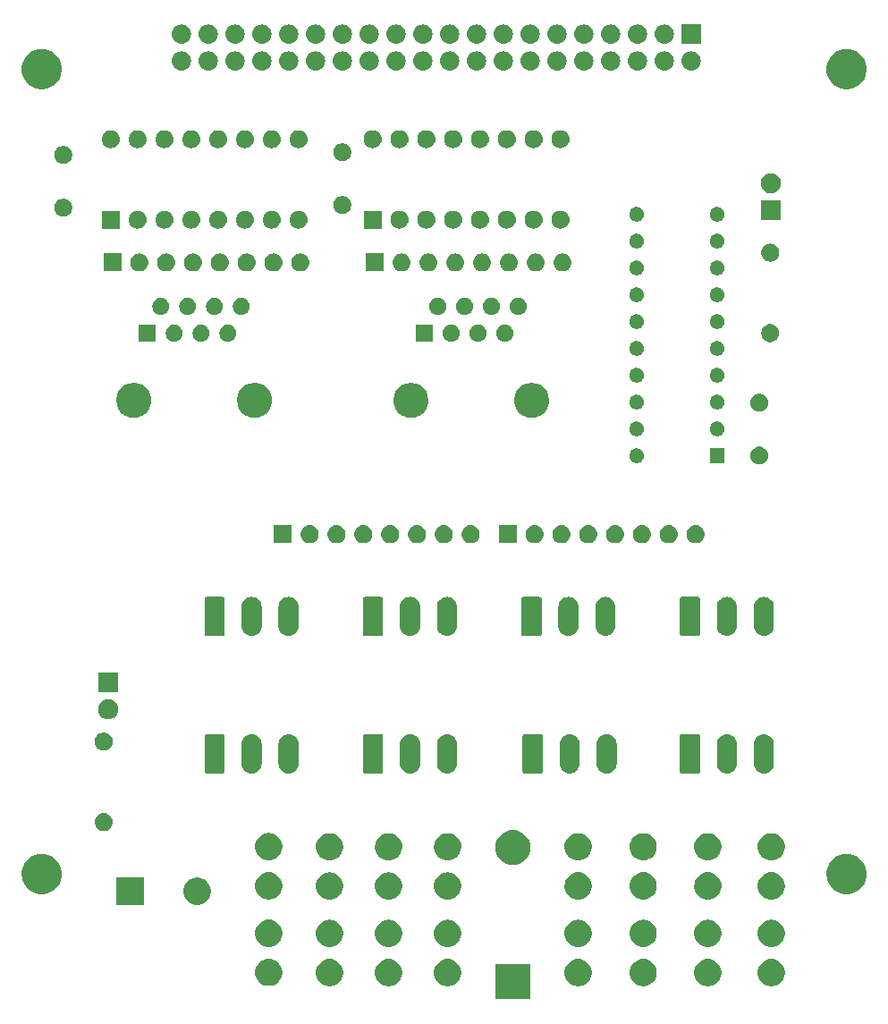
<source format=gbr>
G04 #@! TF.GenerationSoftware,KiCad,Pcbnew,(5.1.4)-1*
G04 #@! TF.CreationDate,2019-11-12T21:06:06-05:00*
G04 #@! TF.ProjectId,Multi_Expansion,4d756c74-695f-4457-9870-616e73696f6e,v1.0f*
G04 #@! TF.SameCoordinates,Original*
G04 #@! TF.FileFunction,Soldermask,Bot*
G04 #@! TF.FilePolarity,Negative*
%FSLAX46Y46*%
G04 Gerber Fmt 4.6, Leading zero omitted, Abs format (unit mm)*
G04 Created by KiCad (PCBNEW (5.1.4)-1) date 2019-11-12 21:06:06*
%MOMM*%
%LPD*%
G04 APERTURE LIST*
%ADD10C,0.100000*%
G04 APERTURE END LIST*
D10*
G36*
X118983600Y-152819600D02*
G01*
X115681600Y-152819600D01*
X115681600Y-149517600D01*
X118983600Y-149517600D01*
X118983600Y-152819600D01*
X118983600Y-152819600D01*
G37*
G36*
X111377485Y-149031605D02*
G01*
X111543442Y-149064616D01*
X111777934Y-149161746D01*
X111988971Y-149302756D01*
X112168444Y-149482229D01*
X112309454Y-149693266D01*
X112406584Y-149927758D01*
X112406584Y-149927760D01*
X112455106Y-150171694D01*
X112456100Y-150176694D01*
X112456100Y-150430506D01*
X112406584Y-150679442D01*
X112309454Y-150913934D01*
X112168444Y-151124971D01*
X111988971Y-151304444D01*
X111777934Y-151445454D01*
X111543442Y-151542584D01*
X111377485Y-151575595D01*
X111294507Y-151592100D01*
X111040693Y-151592100D01*
X110957715Y-151575595D01*
X110791758Y-151542584D01*
X110557266Y-151445454D01*
X110346229Y-151304444D01*
X110166756Y-151124971D01*
X110025746Y-150913934D01*
X109928616Y-150679442D01*
X109879100Y-150430506D01*
X109879100Y-150176694D01*
X109880095Y-150171694D01*
X109928616Y-149927760D01*
X109928616Y-149927758D01*
X110025746Y-149693266D01*
X110166756Y-149482229D01*
X110346229Y-149302756D01*
X110557266Y-149161746D01*
X110791758Y-149064616D01*
X110957715Y-149031605D01*
X111040693Y-149015100D01*
X111294507Y-149015100D01*
X111377485Y-149031605D01*
X111377485Y-149031605D01*
G37*
G36*
X100177485Y-149031605D02*
G01*
X100343442Y-149064616D01*
X100577934Y-149161746D01*
X100788971Y-149302756D01*
X100968444Y-149482229D01*
X101109454Y-149693266D01*
X101206584Y-149927758D01*
X101206584Y-149927760D01*
X101255106Y-150171694D01*
X101256100Y-150176694D01*
X101256100Y-150430506D01*
X101206584Y-150679442D01*
X101109454Y-150913934D01*
X100968444Y-151124971D01*
X100788971Y-151304444D01*
X100577934Y-151445454D01*
X100343442Y-151542584D01*
X100177485Y-151575595D01*
X100094507Y-151592100D01*
X99840693Y-151592100D01*
X99757715Y-151575595D01*
X99591758Y-151542584D01*
X99357266Y-151445454D01*
X99146229Y-151304444D01*
X98966756Y-151124971D01*
X98825746Y-150913934D01*
X98728616Y-150679442D01*
X98679100Y-150430506D01*
X98679100Y-150176694D01*
X98680095Y-150171694D01*
X98728616Y-149927760D01*
X98728616Y-149927758D01*
X98825746Y-149693266D01*
X98966756Y-149482229D01*
X99146229Y-149302756D01*
X99357266Y-149161746D01*
X99591758Y-149064616D01*
X99757715Y-149031605D01*
X99840693Y-149015100D01*
X100094507Y-149015100D01*
X100177485Y-149031605D01*
X100177485Y-149031605D01*
G37*
G36*
X105777485Y-149031605D02*
G01*
X105943442Y-149064616D01*
X106177934Y-149161746D01*
X106388971Y-149302756D01*
X106568444Y-149482229D01*
X106709454Y-149693266D01*
X106806584Y-149927758D01*
X106806584Y-149927760D01*
X106855106Y-150171694D01*
X106856100Y-150176694D01*
X106856100Y-150430506D01*
X106806584Y-150679442D01*
X106709454Y-150913934D01*
X106568444Y-151124971D01*
X106388971Y-151304444D01*
X106177934Y-151445454D01*
X105943442Y-151542584D01*
X105777485Y-151575595D01*
X105694507Y-151592100D01*
X105440693Y-151592100D01*
X105357715Y-151575595D01*
X105191758Y-151542584D01*
X104957266Y-151445454D01*
X104746229Y-151304444D01*
X104566756Y-151124971D01*
X104425746Y-150913934D01*
X104328616Y-150679442D01*
X104279100Y-150430506D01*
X104279100Y-150176694D01*
X104280095Y-150171694D01*
X104328616Y-149927760D01*
X104328616Y-149927758D01*
X104425746Y-149693266D01*
X104566756Y-149482229D01*
X104746229Y-149302756D01*
X104957266Y-149161746D01*
X105191758Y-149064616D01*
X105357715Y-149031605D01*
X105440693Y-149015100D01*
X105694507Y-149015100D01*
X105777485Y-149031605D01*
X105777485Y-149031605D01*
G37*
G36*
X123722485Y-149026605D02*
G01*
X123888442Y-149059616D01*
X124122934Y-149156746D01*
X124333971Y-149297756D01*
X124513444Y-149477229D01*
X124654454Y-149688266D01*
X124751584Y-149922758D01*
X124752579Y-149927760D01*
X124801100Y-150171693D01*
X124801100Y-150425507D01*
X124800105Y-150430507D01*
X124751584Y-150674442D01*
X124654454Y-150908934D01*
X124513444Y-151119971D01*
X124333971Y-151299444D01*
X124122934Y-151440454D01*
X123888442Y-151537584D01*
X123722485Y-151570595D01*
X123639507Y-151587100D01*
X123385693Y-151587100D01*
X123302715Y-151570595D01*
X123136758Y-151537584D01*
X122902266Y-151440454D01*
X122691229Y-151299444D01*
X122511756Y-151119971D01*
X122370746Y-150908934D01*
X122273616Y-150674442D01*
X122225095Y-150430507D01*
X122224100Y-150425507D01*
X122224100Y-150171693D01*
X122272621Y-149927760D01*
X122273616Y-149922758D01*
X122370746Y-149688266D01*
X122511756Y-149477229D01*
X122691229Y-149297756D01*
X122902266Y-149156746D01*
X123136758Y-149059616D01*
X123302715Y-149026605D01*
X123385693Y-149010100D01*
X123639507Y-149010100D01*
X123722485Y-149026605D01*
X123722485Y-149026605D01*
G37*
G36*
X142002985Y-149026605D02*
G01*
X142168942Y-149059616D01*
X142403434Y-149156746D01*
X142614471Y-149297756D01*
X142793944Y-149477229D01*
X142934954Y-149688266D01*
X143032084Y-149922758D01*
X143033079Y-149927760D01*
X143081600Y-150171693D01*
X143081600Y-150425507D01*
X143080605Y-150430507D01*
X143032084Y-150674442D01*
X142934954Y-150908934D01*
X142793944Y-151119971D01*
X142614471Y-151299444D01*
X142403434Y-151440454D01*
X142168942Y-151537584D01*
X142002985Y-151570595D01*
X141920007Y-151587100D01*
X141666193Y-151587100D01*
X141583215Y-151570595D01*
X141417258Y-151537584D01*
X141182766Y-151440454D01*
X140971729Y-151299444D01*
X140792256Y-151119971D01*
X140651246Y-150908934D01*
X140554116Y-150674442D01*
X140505595Y-150430507D01*
X140504600Y-150425507D01*
X140504600Y-150171693D01*
X140553121Y-149927760D01*
X140554116Y-149922758D01*
X140651246Y-149688266D01*
X140792256Y-149477229D01*
X140971729Y-149297756D01*
X141182766Y-149156746D01*
X141417258Y-149059616D01*
X141583215Y-149026605D01*
X141666193Y-149010100D01*
X141920007Y-149010100D01*
X142002985Y-149026605D01*
X142002985Y-149026605D01*
G37*
G36*
X136002485Y-149026605D02*
G01*
X136168442Y-149059616D01*
X136402934Y-149156746D01*
X136613971Y-149297756D01*
X136793444Y-149477229D01*
X136934454Y-149688266D01*
X137031584Y-149922758D01*
X137032579Y-149927760D01*
X137081100Y-150171693D01*
X137081100Y-150425507D01*
X137080105Y-150430507D01*
X137031584Y-150674442D01*
X136934454Y-150908934D01*
X136793444Y-151119971D01*
X136613971Y-151299444D01*
X136402934Y-151440454D01*
X136168442Y-151537584D01*
X136002485Y-151570595D01*
X135919507Y-151587100D01*
X135665693Y-151587100D01*
X135582715Y-151570595D01*
X135416758Y-151537584D01*
X135182266Y-151440454D01*
X134971229Y-151299444D01*
X134791756Y-151119971D01*
X134650746Y-150908934D01*
X134553616Y-150674442D01*
X134505095Y-150430507D01*
X134504100Y-150425507D01*
X134504100Y-150171693D01*
X134552621Y-149927760D01*
X134553616Y-149922758D01*
X134650746Y-149688266D01*
X134791756Y-149477229D01*
X134971229Y-149297756D01*
X135182266Y-149156746D01*
X135416758Y-149059616D01*
X135582715Y-149026605D01*
X135665693Y-149010100D01*
X135919507Y-149010100D01*
X136002485Y-149026605D01*
X136002485Y-149026605D01*
G37*
G36*
X129882485Y-149026605D02*
G01*
X130048442Y-149059616D01*
X130282934Y-149156746D01*
X130493971Y-149297756D01*
X130673444Y-149477229D01*
X130814454Y-149688266D01*
X130911584Y-149922758D01*
X130912579Y-149927760D01*
X130961100Y-150171693D01*
X130961100Y-150425507D01*
X130960105Y-150430507D01*
X130911584Y-150674442D01*
X130814454Y-150908934D01*
X130673444Y-151119971D01*
X130493971Y-151299444D01*
X130282934Y-151440454D01*
X130048442Y-151537584D01*
X129882485Y-151570595D01*
X129799507Y-151587100D01*
X129545693Y-151587100D01*
X129462715Y-151570595D01*
X129296758Y-151537584D01*
X129062266Y-151440454D01*
X128851229Y-151299444D01*
X128671756Y-151119971D01*
X128530746Y-150908934D01*
X128433616Y-150674442D01*
X128385095Y-150430507D01*
X128384100Y-150425507D01*
X128384100Y-150171693D01*
X128432621Y-149927760D01*
X128433616Y-149922758D01*
X128530746Y-149688266D01*
X128671756Y-149477229D01*
X128851229Y-149297756D01*
X129062266Y-149156746D01*
X129296758Y-149059616D01*
X129462715Y-149026605D01*
X129545693Y-149010100D01*
X129799507Y-149010100D01*
X129882485Y-149026605D01*
X129882485Y-149026605D01*
G37*
G36*
X94399780Y-149010100D02*
G01*
X94598442Y-149049616D01*
X94832934Y-149146746D01*
X95043971Y-149287756D01*
X95223444Y-149467229D01*
X95364454Y-149678266D01*
X95461584Y-149912758D01*
X95464568Y-149927760D01*
X95511100Y-150161693D01*
X95511100Y-150415507D01*
X95508116Y-150430507D01*
X95461584Y-150664442D01*
X95364454Y-150898934D01*
X95223444Y-151109971D01*
X95043971Y-151289444D01*
X94832934Y-151430454D01*
X94598442Y-151527584D01*
X94432485Y-151560595D01*
X94349507Y-151577100D01*
X94095693Y-151577100D01*
X94012715Y-151560595D01*
X93846758Y-151527584D01*
X93612266Y-151430454D01*
X93401229Y-151289444D01*
X93221756Y-151109971D01*
X93080746Y-150898934D01*
X92983616Y-150664442D01*
X92937084Y-150430507D01*
X92934100Y-150415507D01*
X92934100Y-150161693D01*
X92980632Y-149927760D01*
X92983616Y-149912758D01*
X93080746Y-149678266D01*
X93221756Y-149467229D01*
X93401229Y-149287756D01*
X93612266Y-149146746D01*
X93846758Y-149049616D01*
X94045420Y-149010100D01*
X94095693Y-149000100D01*
X94349507Y-149000100D01*
X94399780Y-149010100D01*
X94399780Y-149010100D01*
G37*
G36*
X105777485Y-145331605D02*
G01*
X105943442Y-145364616D01*
X106177934Y-145461746D01*
X106388971Y-145602756D01*
X106568444Y-145782229D01*
X106709454Y-145993266D01*
X106806584Y-146227758D01*
X106806584Y-146227760D01*
X106855106Y-146471694D01*
X106856100Y-146476694D01*
X106856100Y-146730506D01*
X106806584Y-146979442D01*
X106709454Y-147213934D01*
X106568444Y-147424971D01*
X106388971Y-147604444D01*
X106177934Y-147745454D01*
X105943442Y-147842584D01*
X105777485Y-147875595D01*
X105694507Y-147892100D01*
X105440693Y-147892100D01*
X105357715Y-147875595D01*
X105191758Y-147842584D01*
X104957266Y-147745454D01*
X104746229Y-147604444D01*
X104566756Y-147424971D01*
X104425746Y-147213934D01*
X104328616Y-146979442D01*
X104279100Y-146730506D01*
X104279100Y-146476694D01*
X104280095Y-146471694D01*
X104328616Y-146227760D01*
X104328616Y-146227758D01*
X104425746Y-145993266D01*
X104566756Y-145782229D01*
X104746229Y-145602756D01*
X104957266Y-145461746D01*
X105191758Y-145364616D01*
X105357715Y-145331605D01*
X105440693Y-145315100D01*
X105694507Y-145315100D01*
X105777485Y-145331605D01*
X105777485Y-145331605D01*
G37*
G36*
X100177485Y-145331605D02*
G01*
X100343442Y-145364616D01*
X100577934Y-145461746D01*
X100788971Y-145602756D01*
X100968444Y-145782229D01*
X101109454Y-145993266D01*
X101206584Y-146227758D01*
X101206584Y-146227760D01*
X101255106Y-146471694D01*
X101256100Y-146476694D01*
X101256100Y-146730506D01*
X101206584Y-146979442D01*
X101109454Y-147213934D01*
X100968444Y-147424971D01*
X100788971Y-147604444D01*
X100577934Y-147745454D01*
X100343442Y-147842584D01*
X100177485Y-147875595D01*
X100094507Y-147892100D01*
X99840693Y-147892100D01*
X99757715Y-147875595D01*
X99591758Y-147842584D01*
X99357266Y-147745454D01*
X99146229Y-147604444D01*
X98966756Y-147424971D01*
X98825746Y-147213934D01*
X98728616Y-146979442D01*
X98679100Y-146730506D01*
X98679100Y-146476694D01*
X98680095Y-146471694D01*
X98728616Y-146227760D01*
X98728616Y-146227758D01*
X98825746Y-145993266D01*
X98966756Y-145782229D01*
X99146229Y-145602756D01*
X99357266Y-145461746D01*
X99591758Y-145364616D01*
X99757715Y-145331605D01*
X99840693Y-145315100D01*
X100094507Y-145315100D01*
X100177485Y-145331605D01*
X100177485Y-145331605D01*
G37*
G36*
X111377485Y-145331605D02*
G01*
X111543442Y-145364616D01*
X111777934Y-145461746D01*
X111988971Y-145602756D01*
X112168444Y-145782229D01*
X112309454Y-145993266D01*
X112406584Y-146227758D01*
X112406584Y-146227760D01*
X112455106Y-146471694D01*
X112456100Y-146476694D01*
X112456100Y-146730506D01*
X112406584Y-146979442D01*
X112309454Y-147213934D01*
X112168444Y-147424971D01*
X111988971Y-147604444D01*
X111777934Y-147745454D01*
X111543442Y-147842584D01*
X111377485Y-147875595D01*
X111294507Y-147892100D01*
X111040693Y-147892100D01*
X110957715Y-147875595D01*
X110791758Y-147842584D01*
X110557266Y-147745454D01*
X110346229Y-147604444D01*
X110166756Y-147424971D01*
X110025746Y-147213934D01*
X109928616Y-146979442D01*
X109879100Y-146730506D01*
X109879100Y-146476694D01*
X109880095Y-146471694D01*
X109928616Y-146227760D01*
X109928616Y-146227758D01*
X110025746Y-145993266D01*
X110166756Y-145782229D01*
X110346229Y-145602756D01*
X110557266Y-145461746D01*
X110791758Y-145364616D01*
X110957715Y-145331605D01*
X111040693Y-145315100D01*
X111294507Y-145315100D01*
X111377485Y-145331605D01*
X111377485Y-145331605D01*
G37*
G36*
X136002485Y-145326605D02*
G01*
X136168442Y-145359616D01*
X136402934Y-145456746D01*
X136613971Y-145597756D01*
X136793444Y-145777229D01*
X136934454Y-145988266D01*
X137031584Y-146222758D01*
X137032579Y-146227760D01*
X137081100Y-146471693D01*
X137081100Y-146725507D01*
X137080105Y-146730507D01*
X137031584Y-146974442D01*
X136934454Y-147208934D01*
X136793444Y-147419971D01*
X136613971Y-147599444D01*
X136402934Y-147740454D01*
X136168442Y-147837584D01*
X136002485Y-147870595D01*
X135919507Y-147887100D01*
X135665693Y-147887100D01*
X135582715Y-147870595D01*
X135416758Y-147837584D01*
X135182266Y-147740454D01*
X134971229Y-147599444D01*
X134791756Y-147419971D01*
X134650746Y-147208934D01*
X134553616Y-146974442D01*
X134505095Y-146730507D01*
X134504100Y-146725507D01*
X134504100Y-146471693D01*
X134552621Y-146227760D01*
X134553616Y-146222758D01*
X134650746Y-145988266D01*
X134791756Y-145777229D01*
X134971229Y-145597756D01*
X135182266Y-145456746D01*
X135416758Y-145359616D01*
X135582715Y-145326605D01*
X135665693Y-145310100D01*
X135919507Y-145310100D01*
X136002485Y-145326605D01*
X136002485Y-145326605D01*
G37*
G36*
X123722485Y-145326605D02*
G01*
X123888442Y-145359616D01*
X124122934Y-145456746D01*
X124333971Y-145597756D01*
X124513444Y-145777229D01*
X124654454Y-145988266D01*
X124751584Y-146222758D01*
X124752579Y-146227760D01*
X124801100Y-146471693D01*
X124801100Y-146725507D01*
X124800105Y-146730507D01*
X124751584Y-146974442D01*
X124654454Y-147208934D01*
X124513444Y-147419971D01*
X124333971Y-147599444D01*
X124122934Y-147740454D01*
X123888442Y-147837584D01*
X123722485Y-147870595D01*
X123639507Y-147887100D01*
X123385693Y-147887100D01*
X123302715Y-147870595D01*
X123136758Y-147837584D01*
X122902266Y-147740454D01*
X122691229Y-147599444D01*
X122511756Y-147419971D01*
X122370746Y-147208934D01*
X122273616Y-146974442D01*
X122225095Y-146730507D01*
X122224100Y-146725507D01*
X122224100Y-146471693D01*
X122272621Y-146227760D01*
X122273616Y-146222758D01*
X122370746Y-145988266D01*
X122511756Y-145777229D01*
X122691229Y-145597756D01*
X122902266Y-145456746D01*
X123136758Y-145359616D01*
X123302715Y-145326605D01*
X123385693Y-145310100D01*
X123639507Y-145310100D01*
X123722485Y-145326605D01*
X123722485Y-145326605D01*
G37*
G36*
X142002985Y-145326605D02*
G01*
X142168942Y-145359616D01*
X142403434Y-145456746D01*
X142614471Y-145597756D01*
X142793944Y-145777229D01*
X142934954Y-145988266D01*
X143032084Y-146222758D01*
X143033079Y-146227760D01*
X143081600Y-146471693D01*
X143081600Y-146725507D01*
X143080605Y-146730507D01*
X143032084Y-146974442D01*
X142934954Y-147208934D01*
X142793944Y-147419971D01*
X142614471Y-147599444D01*
X142403434Y-147740454D01*
X142168942Y-147837584D01*
X142002985Y-147870595D01*
X141920007Y-147887100D01*
X141666193Y-147887100D01*
X141583215Y-147870595D01*
X141417258Y-147837584D01*
X141182766Y-147740454D01*
X140971729Y-147599444D01*
X140792256Y-147419971D01*
X140651246Y-147208934D01*
X140554116Y-146974442D01*
X140505595Y-146730507D01*
X140504600Y-146725507D01*
X140504600Y-146471693D01*
X140553121Y-146227760D01*
X140554116Y-146222758D01*
X140651246Y-145988266D01*
X140792256Y-145777229D01*
X140971729Y-145597756D01*
X141182766Y-145456746D01*
X141417258Y-145359616D01*
X141583215Y-145326605D01*
X141666193Y-145310100D01*
X141920007Y-145310100D01*
X142002985Y-145326605D01*
X142002985Y-145326605D01*
G37*
G36*
X129882485Y-145326605D02*
G01*
X130048442Y-145359616D01*
X130282934Y-145456746D01*
X130493971Y-145597756D01*
X130673444Y-145777229D01*
X130814454Y-145988266D01*
X130911584Y-146222758D01*
X130912579Y-146227760D01*
X130961100Y-146471693D01*
X130961100Y-146725507D01*
X130960105Y-146730507D01*
X130911584Y-146974442D01*
X130814454Y-147208934D01*
X130673444Y-147419971D01*
X130493971Y-147599444D01*
X130282934Y-147740454D01*
X130048442Y-147837584D01*
X129882485Y-147870595D01*
X129799507Y-147887100D01*
X129545693Y-147887100D01*
X129462715Y-147870595D01*
X129296758Y-147837584D01*
X129062266Y-147740454D01*
X128851229Y-147599444D01*
X128671756Y-147419971D01*
X128530746Y-147208934D01*
X128433616Y-146974442D01*
X128385095Y-146730507D01*
X128384100Y-146725507D01*
X128384100Y-146471693D01*
X128432621Y-146227760D01*
X128433616Y-146222758D01*
X128530746Y-145988266D01*
X128671756Y-145777229D01*
X128851229Y-145597756D01*
X129062266Y-145456746D01*
X129296758Y-145359616D01*
X129462715Y-145326605D01*
X129545693Y-145310100D01*
X129799507Y-145310100D01*
X129882485Y-145326605D01*
X129882485Y-145326605D01*
G37*
G36*
X94399780Y-145310100D02*
G01*
X94598442Y-145349616D01*
X94832934Y-145446746D01*
X95043971Y-145587756D01*
X95223444Y-145767229D01*
X95364454Y-145978266D01*
X95461584Y-146212758D01*
X95464568Y-146227760D01*
X95511100Y-146461693D01*
X95511100Y-146715507D01*
X95508116Y-146730507D01*
X95461584Y-146964442D01*
X95364454Y-147198934D01*
X95223444Y-147409971D01*
X95043971Y-147589444D01*
X94832934Y-147730454D01*
X94598442Y-147827584D01*
X94432485Y-147860595D01*
X94349507Y-147877100D01*
X94095693Y-147877100D01*
X94012715Y-147860595D01*
X93846758Y-147827584D01*
X93612266Y-147730454D01*
X93401229Y-147589444D01*
X93221756Y-147409971D01*
X93080746Y-147198934D01*
X92983616Y-146964442D01*
X92937084Y-146730507D01*
X92934100Y-146715507D01*
X92934100Y-146461693D01*
X92980632Y-146227760D01*
X92983616Y-146212758D01*
X93080746Y-145978266D01*
X93221756Y-145767229D01*
X93401229Y-145587756D01*
X93612266Y-145446746D01*
X93846758Y-145349616D01*
X94045420Y-145310100D01*
X94095693Y-145300100D01*
X94349507Y-145300100D01*
X94399780Y-145310100D01*
X94399780Y-145310100D01*
G37*
G36*
X87812087Y-141347596D02*
G01*
X88048853Y-141445668D01*
X88048855Y-141445669D01*
X88261939Y-141588047D01*
X88443153Y-141769261D01*
X88578414Y-141971693D01*
X88585532Y-141982347D01*
X88683604Y-142219113D01*
X88733600Y-142470461D01*
X88733600Y-142726739D01*
X88683604Y-142978087D01*
X88633336Y-143099444D01*
X88585531Y-143214855D01*
X88443153Y-143427939D01*
X88261939Y-143609153D01*
X88048855Y-143751531D01*
X88048854Y-143751532D01*
X88048853Y-143751532D01*
X87812087Y-143849604D01*
X87560739Y-143899600D01*
X87304461Y-143899600D01*
X87053113Y-143849604D01*
X86816347Y-143751532D01*
X86816346Y-143751532D01*
X86816345Y-143751531D01*
X86603261Y-143609153D01*
X86422047Y-143427939D01*
X86279669Y-143214855D01*
X86231864Y-143099444D01*
X86181596Y-142978087D01*
X86131600Y-142726739D01*
X86131600Y-142470461D01*
X86181596Y-142219113D01*
X86279668Y-141982347D01*
X86286787Y-141971693D01*
X86422047Y-141769261D01*
X86603261Y-141588047D01*
X86816345Y-141445669D01*
X86816347Y-141445668D01*
X87053113Y-141347596D01*
X87304461Y-141297600D01*
X87560739Y-141297600D01*
X87812087Y-141347596D01*
X87812087Y-141347596D01*
G37*
G36*
X82383600Y-143899600D02*
G01*
X79781600Y-143899600D01*
X79781600Y-141297600D01*
X82383600Y-141297600D01*
X82383600Y-143899600D01*
X82383600Y-143899600D01*
G37*
G36*
X111377485Y-140831605D02*
G01*
X111543442Y-140864616D01*
X111777934Y-140961746D01*
X111988971Y-141102756D01*
X112168444Y-141282229D01*
X112309454Y-141493266D01*
X112406584Y-141727758D01*
X112406584Y-141727760D01*
X112455106Y-141971694D01*
X112456100Y-141976694D01*
X112456100Y-142230506D01*
X112406584Y-142479442D01*
X112309454Y-142713934D01*
X112168444Y-142924971D01*
X111988971Y-143104444D01*
X111777934Y-143245454D01*
X111543442Y-143342584D01*
X111377485Y-143375595D01*
X111294507Y-143392100D01*
X111040693Y-143392100D01*
X110957715Y-143375595D01*
X110791758Y-143342584D01*
X110557266Y-143245454D01*
X110346229Y-143104444D01*
X110166756Y-142924971D01*
X110025746Y-142713934D01*
X109928616Y-142479442D01*
X109879100Y-142230506D01*
X109879100Y-141976694D01*
X109880095Y-141971694D01*
X109928616Y-141727760D01*
X109928616Y-141727758D01*
X110025746Y-141493266D01*
X110166756Y-141282229D01*
X110346229Y-141102756D01*
X110557266Y-140961746D01*
X110791758Y-140864616D01*
X110957715Y-140831605D01*
X111040693Y-140815100D01*
X111294507Y-140815100D01*
X111377485Y-140831605D01*
X111377485Y-140831605D01*
G37*
G36*
X105777485Y-140831605D02*
G01*
X105943442Y-140864616D01*
X106177934Y-140961746D01*
X106388971Y-141102756D01*
X106568444Y-141282229D01*
X106709454Y-141493266D01*
X106806584Y-141727758D01*
X106806584Y-141727760D01*
X106855106Y-141971694D01*
X106856100Y-141976694D01*
X106856100Y-142230506D01*
X106806584Y-142479442D01*
X106709454Y-142713934D01*
X106568444Y-142924971D01*
X106388971Y-143104444D01*
X106177934Y-143245454D01*
X105943442Y-143342584D01*
X105777485Y-143375595D01*
X105694507Y-143392100D01*
X105440693Y-143392100D01*
X105357715Y-143375595D01*
X105191758Y-143342584D01*
X104957266Y-143245454D01*
X104746229Y-143104444D01*
X104566756Y-142924971D01*
X104425746Y-142713934D01*
X104328616Y-142479442D01*
X104279100Y-142230506D01*
X104279100Y-141976694D01*
X104280095Y-141971694D01*
X104328616Y-141727760D01*
X104328616Y-141727758D01*
X104425746Y-141493266D01*
X104566756Y-141282229D01*
X104746229Y-141102756D01*
X104957266Y-140961746D01*
X105191758Y-140864616D01*
X105357715Y-140831605D01*
X105440693Y-140815100D01*
X105694507Y-140815100D01*
X105777485Y-140831605D01*
X105777485Y-140831605D01*
G37*
G36*
X100177485Y-140831605D02*
G01*
X100343442Y-140864616D01*
X100577934Y-140961746D01*
X100788971Y-141102756D01*
X100968444Y-141282229D01*
X101109454Y-141493266D01*
X101206584Y-141727758D01*
X101206584Y-141727760D01*
X101255106Y-141971694D01*
X101256100Y-141976694D01*
X101256100Y-142230506D01*
X101206584Y-142479442D01*
X101109454Y-142713934D01*
X100968444Y-142924971D01*
X100788971Y-143104444D01*
X100577934Y-143245454D01*
X100343442Y-143342584D01*
X100177485Y-143375595D01*
X100094507Y-143392100D01*
X99840693Y-143392100D01*
X99757715Y-143375595D01*
X99591758Y-143342584D01*
X99357266Y-143245454D01*
X99146229Y-143104444D01*
X98966756Y-142924971D01*
X98825746Y-142713934D01*
X98728616Y-142479442D01*
X98679100Y-142230506D01*
X98679100Y-141976694D01*
X98680095Y-141971694D01*
X98728616Y-141727760D01*
X98728616Y-141727758D01*
X98825746Y-141493266D01*
X98966756Y-141282229D01*
X99146229Y-141102756D01*
X99357266Y-140961746D01*
X99591758Y-140864616D01*
X99757715Y-140831605D01*
X99840693Y-140815100D01*
X100094507Y-140815100D01*
X100177485Y-140831605D01*
X100177485Y-140831605D01*
G37*
G36*
X123722485Y-140826605D02*
G01*
X123888442Y-140859616D01*
X124122934Y-140956746D01*
X124333971Y-141097756D01*
X124513444Y-141277229D01*
X124654454Y-141488266D01*
X124751584Y-141722758D01*
X124780924Y-141870261D01*
X124801100Y-141971693D01*
X124801100Y-142225507D01*
X124800105Y-142230507D01*
X124751584Y-142474442D01*
X124654454Y-142708934D01*
X124513444Y-142919971D01*
X124333971Y-143099444D01*
X124122934Y-143240454D01*
X123888442Y-143337584D01*
X123722485Y-143370595D01*
X123639507Y-143387100D01*
X123385693Y-143387100D01*
X123302715Y-143370595D01*
X123136758Y-143337584D01*
X122902266Y-143240454D01*
X122691229Y-143099444D01*
X122511756Y-142919971D01*
X122370746Y-142708934D01*
X122273616Y-142474442D01*
X122225095Y-142230507D01*
X122224100Y-142225507D01*
X122224100Y-141971693D01*
X122244276Y-141870261D01*
X122273616Y-141722758D01*
X122370746Y-141488266D01*
X122511756Y-141277229D01*
X122691229Y-141097756D01*
X122902266Y-140956746D01*
X123136758Y-140859616D01*
X123302715Y-140826605D01*
X123385693Y-140810100D01*
X123639507Y-140810100D01*
X123722485Y-140826605D01*
X123722485Y-140826605D01*
G37*
G36*
X136002485Y-140826605D02*
G01*
X136168442Y-140859616D01*
X136402934Y-140956746D01*
X136613971Y-141097756D01*
X136793444Y-141277229D01*
X136934454Y-141488266D01*
X137031584Y-141722758D01*
X137060924Y-141870261D01*
X137081100Y-141971693D01*
X137081100Y-142225507D01*
X137080105Y-142230507D01*
X137031584Y-142474442D01*
X136934454Y-142708934D01*
X136793444Y-142919971D01*
X136613971Y-143099444D01*
X136402934Y-143240454D01*
X136168442Y-143337584D01*
X136002485Y-143370595D01*
X135919507Y-143387100D01*
X135665693Y-143387100D01*
X135582715Y-143370595D01*
X135416758Y-143337584D01*
X135182266Y-143240454D01*
X134971229Y-143099444D01*
X134791756Y-142919971D01*
X134650746Y-142708934D01*
X134553616Y-142474442D01*
X134505095Y-142230507D01*
X134504100Y-142225507D01*
X134504100Y-141971693D01*
X134524276Y-141870261D01*
X134553616Y-141722758D01*
X134650746Y-141488266D01*
X134791756Y-141277229D01*
X134971229Y-141097756D01*
X135182266Y-140956746D01*
X135416758Y-140859616D01*
X135582715Y-140826605D01*
X135665693Y-140810100D01*
X135919507Y-140810100D01*
X136002485Y-140826605D01*
X136002485Y-140826605D01*
G37*
G36*
X142002985Y-140826605D02*
G01*
X142168942Y-140859616D01*
X142403434Y-140956746D01*
X142614471Y-141097756D01*
X142793944Y-141277229D01*
X142934954Y-141488266D01*
X143032084Y-141722758D01*
X143061424Y-141870261D01*
X143081600Y-141971693D01*
X143081600Y-142225507D01*
X143080605Y-142230507D01*
X143032084Y-142474442D01*
X142934954Y-142708934D01*
X142793944Y-142919971D01*
X142614471Y-143099444D01*
X142403434Y-143240454D01*
X142168942Y-143337584D01*
X142002985Y-143370595D01*
X141920007Y-143387100D01*
X141666193Y-143387100D01*
X141583215Y-143370595D01*
X141417258Y-143337584D01*
X141182766Y-143240454D01*
X140971729Y-143099444D01*
X140792256Y-142919971D01*
X140651246Y-142708934D01*
X140554116Y-142474442D01*
X140505595Y-142230507D01*
X140504600Y-142225507D01*
X140504600Y-141971693D01*
X140524776Y-141870261D01*
X140554116Y-141722758D01*
X140651246Y-141488266D01*
X140792256Y-141277229D01*
X140971729Y-141097756D01*
X141182766Y-140956746D01*
X141417258Y-140859616D01*
X141583215Y-140826605D01*
X141666193Y-140810100D01*
X141920007Y-140810100D01*
X142002985Y-140826605D01*
X142002985Y-140826605D01*
G37*
G36*
X129882485Y-140826605D02*
G01*
X130048442Y-140859616D01*
X130282934Y-140956746D01*
X130493971Y-141097756D01*
X130673444Y-141277229D01*
X130814454Y-141488266D01*
X130911584Y-141722758D01*
X130940924Y-141870261D01*
X130961100Y-141971693D01*
X130961100Y-142225507D01*
X130960105Y-142230507D01*
X130911584Y-142474442D01*
X130814454Y-142708934D01*
X130673444Y-142919971D01*
X130493971Y-143099444D01*
X130282934Y-143240454D01*
X130048442Y-143337584D01*
X129882485Y-143370595D01*
X129799507Y-143387100D01*
X129545693Y-143387100D01*
X129462715Y-143370595D01*
X129296758Y-143337584D01*
X129062266Y-143240454D01*
X128851229Y-143099444D01*
X128671756Y-142919971D01*
X128530746Y-142708934D01*
X128433616Y-142474442D01*
X128385095Y-142230507D01*
X128384100Y-142225507D01*
X128384100Y-141971693D01*
X128404276Y-141870261D01*
X128433616Y-141722758D01*
X128530746Y-141488266D01*
X128671756Y-141277229D01*
X128851229Y-141097756D01*
X129062266Y-140956746D01*
X129296758Y-140859616D01*
X129462715Y-140826605D01*
X129545693Y-140810100D01*
X129799507Y-140810100D01*
X129882485Y-140826605D01*
X129882485Y-140826605D01*
G37*
G36*
X94399780Y-140810100D02*
G01*
X94598442Y-140849616D01*
X94832934Y-140946746D01*
X95043971Y-141087756D01*
X95223444Y-141267229D01*
X95364454Y-141478266D01*
X95461584Y-141712758D01*
X95464568Y-141727760D01*
X95511100Y-141961693D01*
X95511100Y-142215507D01*
X95508116Y-142230507D01*
X95461584Y-142464442D01*
X95364454Y-142698934D01*
X95223444Y-142909971D01*
X95043971Y-143089444D01*
X94832934Y-143230454D01*
X94598442Y-143327584D01*
X94432485Y-143360595D01*
X94349507Y-143377100D01*
X94095693Y-143377100D01*
X94012715Y-143360595D01*
X93846758Y-143327584D01*
X93612266Y-143230454D01*
X93401229Y-143089444D01*
X93221756Y-142909971D01*
X93080746Y-142698934D01*
X92983616Y-142464442D01*
X92937084Y-142230507D01*
X92934100Y-142215507D01*
X92934100Y-141961693D01*
X92980632Y-141727760D01*
X92983616Y-141712758D01*
X93080746Y-141478266D01*
X93221756Y-141267229D01*
X93401229Y-141087756D01*
X93612266Y-140946746D01*
X93846758Y-140849616D01*
X94045420Y-140810100D01*
X94095693Y-140800100D01*
X94349507Y-140800100D01*
X94399780Y-140810100D01*
X94399780Y-140810100D01*
G37*
G36*
X149292516Y-139103467D02*
G01*
X149485501Y-139141854D01*
X149831461Y-139285156D01*
X150142817Y-139493197D01*
X150407603Y-139757983D01*
X150570185Y-140001305D01*
X150615645Y-140069341D01*
X150758946Y-140415300D01*
X150832000Y-140782567D01*
X150832000Y-141157033D01*
X150808091Y-141277230D01*
X150758946Y-141524301D01*
X150615644Y-141870261D01*
X150407603Y-142181617D01*
X150142817Y-142446403D01*
X149831461Y-142654444D01*
X149485501Y-142797746D01*
X149118233Y-142870800D01*
X148743767Y-142870800D01*
X148376499Y-142797746D01*
X148030539Y-142654444D01*
X147719183Y-142446403D01*
X147454397Y-142181617D01*
X147246356Y-141870261D01*
X147103054Y-141524301D01*
X147053909Y-141277230D01*
X147030000Y-141157033D01*
X147030000Y-140782567D01*
X147103054Y-140415300D01*
X147246355Y-140069341D01*
X147291815Y-140001305D01*
X147454397Y-139757983D01*
X147719183Y-139493197D01*
X148030539Y-139285156D01*
X148376499Y-139141854D01*
X148569484Y-139103467D01*
X148743767Y-139068800D01*
X149118233Y-139068800D01*
X149292516Y-139103467D01*
X149292516Y-139103467D01*
G37*
G36*
X73092516Y-139103467D02*
G01*
X73285501Y-139141854D01*
X73631461Y-139285156D01*
X73942817Y-139493197D01*
X74207603Y-139757983D01*
X74370185Y-140001305D01*
X74415645Y-140069341D01*
X74558946Y-140415300D01*
X74632000Y-140782567D01*
X74632000Y-141157033D01*
X74608091Y-141277230D01*
X74558946Y-141524301D01*
X74415644Y-141870261D01*
X74207603Y-142181617D01*
X73942817Y-142446403D01*
X73631461Y-142654444D01*
X73285501Y-142797746D01*
X72918233Y-142870800D01*
X72543767Y-142870800D01*
X72176499Y-142797746D01*
X71830539Y-142654444D01*
X71519183Y-142446403D01*
X71254397Y-142181617D01*
X71046356Y-141870261D01*
X70903054Y-141524301D01*
X70853909Y-141277230D01*
X70830000Y-141157033D01*
X70830000Y-140782567D01*
X70903054Y-140415300D01*
X71046355Y-140069341D01*
X71091815Y-140001305D01*
X71254397Y-139757983D01*
X71519183Y-139493197D01*
X71830539Y-139285156D01*
X72176499Y-139141854D01*
X72369484Y-139103467D01*
X72543767Y-139068800D01*
X72918233Y-139068800D01*
X73092516Y-139103467D01*
X73092516Y-139103467D01*
G37*
G36*
X117656251Y-136841488D02*
G01*
X117967470Y-136935896D01*
X118254280Y-137089199D01*
X118254283Y-137089201D01*
X118254284Y-137089202D01*
X118505682Y-137295518D01*
X118711998Y-137546916D01*
X118712001Y-137546920D01*
X118865304Y-137833730D01*
X118959712Y-138144949D01*
X118991588Y-138468600D01*
X118959712Y-138792251D01*
X118865304Y-139103470D01*
X118712001Y-139390280D01*
X118711999Y-139390283D01*
X118711998Y-139390284D01*
X118505682Y-139641682D01*
X118254284Y-139847998D01*
X118254280Y-139848001D01*
X117967470Y-140001304D01*
X117656251Y-140095712D01*
X117413707Y-140119600D01*
X117251493Y-140119600D01*
X117008949Y-140095712D01*
X116697730Y-140001304D01*
X116410920Y-139848001D01*
X116410916Y-139847998D01*
X116159518Y-139641682D01*
X115953202Y-139390284D01*
X115953201Y-139390283D01*
X115953199Y-139390280D01*
X115799896Y-139103470D01*
X115705488Y-138792251D01*
X115673612Y-138468600D01*
X115705488Y-138144949D01*
X115799896Y-137833730D01*
X115953199Y-137546920D01*
X115953202Y-137546916D01*
X116159518Y-137295518D01*
X116410916Y-137089202D01*
X116410917Y-137089201D01*
X116410920Y-137089199D01*
X116697730Y-136935896D01*
X117008949Y-136841488D01*
X117251493Y-136817600D01*
X117413707Y-136817600D01*
X117656251Y-136841488D01*
X117656251Y-136841488D01*
G37*
G36*
X100177485Y-137131605D02*
G01*
X100343442Y-137164616D01*
X100577934Y-137261746D01*
X100788971Y-137402756D01*
X100968444Y-137582229D01*
X101109454Y-137793266D01*
X101206584Y-138027758D01*
X101239595Y-138193715D01*
X101255106Y-138271694D01*
X101256100Y-138276694D01*
X101256100Y-138530506D01*
X101206584Y-138779442D01*
X101109454Y-139013934D01*
X100968444Y-139224971D01*
X100788971Y-139404444D01*
X100577934Y-139545454D01*
X100343442Y-139642584D01*
X100177485Y-139675595D01*
X100094507Y-139692100D01*
X99840693Y-139692100D01*
X99757715Y-139675595D01*
X99591758Y-139642584D01*
X99357266Y-139545454D01*
X99146229Y-139404444D01*
X98966756Y-139224971D01*
X98825746Y-139013934D01*
X98728616Y-138779442D01*
X98679100Y-138530506D01*
X98679100Y-138276694D01*
X98680095Y-138271694D01*
X98695605Y-138193715D01*
X98728616Y-138027758D01*
X98825746Y-137793266D01*
X98966756Y-137582229D01*
X99146229Y-137402756D01*
X99357266Y-137261746D01*
X99591758Y-137164616D01*
X99757715Y-137131605D01*
X99840693Y-137115100D01*
X100094507Y-137115100D01*
X100177485Y-137131605D01*
X100177485Y-137131605D01*
G37*
G36*
X105777485Y-137131605D02*
G01*
X105943442Y-137164616D01*
X106177934Y-137261746D01*
X106388971Y-137402756D01*
X106568444Y-137582229D01*
X106709454Y-137793266D01*
X106806584Y-138027758D01*
X106839595Y-138193715D01*
X106855106Y-138271694D01*
X106856100Y-138276694D01*
X106856100Y-138530506D01*
X106806584Y-138779442D01*
X106709454Y-139013934D01*
X106568444Y-139224971D01*
X106388971Y-139404444D01*
X106177934Y-139545454D01*
X105943442Y-139642584D01*
X105777485Y-139675595D01*
X105694507Y-139692100D01*
X105440693Y-139692100D01*
X105357715Y-139675595D01*
X105191758Y-139642584D01*
X104957266Y-139545454D01*
X104746229Y-139404444D01*
X104566756Y-139224971D01*
X104425746Y-139013934D01*
X104328616Y-138779442D01*
X104279100Y-138530506D01*
X104279100Y-138276694D01*
X104280095Y-138271694D01*
X104295605Y-138193715D01*
X104328616Y-138027758D01*
X104425746Y-137793266D01*
X104566756Y-137582229D01*
X104746229Y-137402756D01*
X104957266Y-137261746D01*
X105191758Y-137164616D01*
X105357715Y-137131605D01*
X105440693Y-137115100D01*
X105694507Y-137115100D01*
X105777485Y-137131605D01*
X105777485Y-137131605D01*
G37*
G36*
X111377485Y-137131605D02*
G01*
X111543442Y-137164616D01*
X111777934Y-137261746D01*
X111988971Y-137402756D01*
X112168444Y-137582229D01*
X112309454Y-137793266D01*
X112406584Y-138027758D01*
X112439595Y-138193715D01*
X112455106Y-138271694D01*
X112456100Y-138276694D01*
X112456100Y-138530506D01*
X112406584Y-138779442D01*
X112309454Y-139013934D01*
X112168444Y-139224971D01*
X111988971Y-139404444D01*
X111777934Y-139545454D01*
X111543442Y-139642584D01*
X111377485Y-139675595D01*
X111294507Y-139692100D01*
X111040693Y-139692100D01*
X110957715Y-139675595D01*
X110791758Y-139642584D01*
X110557266Y-139545454D01*
X110346229Y-139404444D01*
X110166756Y-139224971D01*
X110025746Y-139013934D01*
X109928616Y-138779442D01*
X109879100Y-138530506D01*
X109879100Y-138276694D01*
X109880095Y-138271694D01*
X109895605Y-138193715D01*
X109928616Y-138027758D01*
X110025746Y-137793266D01*
X110166756Y-137582229D01*
X110346229Y-137402756D01*
X110557266Y-137261746D01*
X110791758Y-137164616D01*
X110957715Y-137131605D01*
X111040693Y-137115100D01*
X111294507Y-137115100D01*
X111377485Y-137131605D01*
X111377485Y-137131605D01*
G37*
G36*
X123722485Y-137126605D02*
G01*
X123888442Y-137159616D01*
X124122934Y-137256746D01*
X124333971Y-137397756D01*
X124513444Y-137577229D01*
X124654454Y-137788266D01*
X124751584Y-138022758D01*
X124752579Y-138027760D01*
X124801100Y-138271693D01*
X124801100Y-138525507D01*
X124800105Y-138530507D01*
X124751584Y-138774442D01*
X124654454Y-139008934D01*
X124513444Y-139219971D01*
X124333971Y-139399444D01*
X124122934Y-139540454D01*
X123888442Y-139637584D01*
X123722485Y-139670595D01*
X123639507Y-139687100D01*
X123385693Y-139687100D01*
X123302715Y-139670595D01*
X123136758Y-139637584D01*
X122902266Y-139540454D01*
X122691229Y-139399444D01*
X122511756Y-139219971D01*
X122370746Y-139008934D01*
X122273616Y-138774442D01*
X122225095Y-138530507D01*
X122224100Y-138525507D01*
X122224100Y-138271693D01*
X122272621Y-138027760D01*
X122273616Y-138022758D01*
X122370746Y-137788266D01*
X122511756Y-137577229D01*
X122691229Y-137397756D01*
X122902266Y-137256746D01*
X123136758Y-137159616D01*
X123302715Y-137126605D01*
X123385693Y-137110100D01*
X123639507Y-137110100D01*
X123722485Y-137126605D01*
X123722485Y-137126605D01*
G37*
G36*
X129882485Y-137126605D02*
G01*
X130048442Y-137159616D01*
X130282934Y-137256746D01*
X130493971Y-137397756D01*
X130673444Y-137577229D01*
X130814454Y-137788266D01*
X130911584Y-138022758D01*
X130912579Y-138027760D01*
X130961100Y-138271693D01*
X130961100Y-138525507D01*
X130960105Y-138530507D01*
X130911584Y-138774442D01*
X130814454Y-139008934D01*
X130673444Y-139219971D01*
X130493971Y-139399444D01*
X130282934Y-139540454D01*
X130048442Y-139637584D01*
X129882485Y-139670595D01*
X129799507Y-139687100D01*
X129545693Y-139687100D01*
X129462715Y-139670595D01*
X129296758Y-139637584D01*
X129062266Y-139540454D01*
X128851229Y-139399444D01*
X128671756Y-139219971D01*
X128530746Y-139008934D01*
X128433616Y-138774442D01*
X128385095Y-138530507D01*
X128384100Y-138525507D01*
X128384100Y-138271693D01*
X128432621Y-138027760D01*
X128433616Y-138022758D01*
X128530746Y-137788266D01*
X128671756Y-137577229D01*
X128851229Y-137397756D01*
X129062266Y-137256746D01*
X129296758Y-137159616D01*
X129462715Y-137126605D01*
X129545693Y-137110100D01*
X129799507Y-137110100D01*
X129882485Y-137126605D01*
X129882485Y-137126605D01*
G37*
G36*
X136002485Y-137126605D02*
G01*
X136168442Y-137159616D01*
X136402934Y-137256746D01*
X136613971Y-137397756D01*
X136793444Y-137577229D01*
X136934454Y-137788266D01*
X137031584Y-138022758D01*
X137032579Y-138027760D01*
X137081100Y-138271693D01*
X137081100Y-138525507D01*
X137080105Y-138530507D01*
X137031584Y-138774442D01*
X136934454Y-139008934D01*
X136793444Y-139219971D01*
X136613971Y-139399444D01*
X136402934Y-139540454D01*
X136168442Y-139637584D01*
X136002485Y-139670595D01*
X135919507Y-139687100D01*
X135665693Y-139687100D01*
X135582715Y-139670595D01*
X135416758Y-139637584D01*
X135182266Y-139540454D01*
X134971229Y-139399444D01*
X134791756Y-139219971D01*
X134650746Y-139008934D01*
X134553616Y-138774442D01*
X134505095Y-138530507D01*
X134504100Y-138525507D01*
X134504100Y-138271693D01*
X134552621Y-138027760D01*
X134553616Y-138022758D01*
X134650746Y-137788266D01*
X134791756Y-137577229D01*
X134971229Y-137397756D01*
X135182266Y-137256746D01*
X135416758Y-137159616D01*
X135582715Y-137126605D01*
X135665693Y-137110100D01*
X135919507Y-137110100D01*
X136002485Y-137126605D01*
X136002485Y-137126605D01*
G37*
G36*
X142002985Y-137126605D02*
G01*
X142168942Y-137159616D01*
X142403434Y-137256746D01*
X142614471Y-137397756D01*
X142793944Y-137577229D01*
X142934954Y-137788266D01*
X143032084Y-138022758D01*
X143033079Y-138027760D01*
X143081600Y-138271693D01*
X143081600Y-138525507D01*
X143080605Y-138530507D01*
X143032084Y-138774442D01*
X142934954Y-139008934D01*
X142793944Y-139219971D01*
X142614471Y-139399444D01*
X142403434Y-139540454D01*
X142168942Y-139637584D01*
X142002985Y-139670595D01*
X141920007Y-139687100D01*
X141666193Y-139687100D01*
X141583215Y-139670595D01*
X141417258Y-139637584D01*
X141182766Y-139540454D01*
X140971729Y-139399444D01*
X140792256Y-139219971D01*
X140651246Y-139008934D01*
X140554116Y-138774442D01*
X140505595Y-138530507D01*
X140504600Y-138525507D01*
X140504600Y-138271693D01*
X140553121Y-138027760D01*
X140554116Y-138022758D01*
X140651246Y-137788266D01*
X140792256Y-137577229D01*
X140971729Y-137397756D01*
X141182766Y-137256746D01*
X141417258Y-137159616D01*
X141583215Y-137126605D01*
X141666193Y-137110100D01*
X141920007Y-137110100D01*
X142002985Y-137126605D01*
X142002985Y-137126605D01*
G37*
G36*
X94399780Y-137110100D02*
G01*
X94598442Y-137149616D01*
X94832934Y-137246746D01*
X95043971Y-137387756D01*
X95223444Y-137567229D01*
X95364454Y-137778266D01*
X95461584Y-138012758D01*
X95464568Y-138027760D01*
X95511100Y-138261693D01*
X95511100Y-138515507D01*
X95508116Y-138530507D01*
X95461584Y-138764442D01*
X95364454Y-138998934D01*
X95223444Y-139209971D01*
X95043971Y-139389444D01*
X94832934Y-139530454D01*
X94598442Y-139627584D01*
X94432485Y-139660595D01*
X94349507Y-139677100D01*
X94095693Y-139677100D01*
X94012715Y-139660595D01*
X93846758Y-139627584D01*
X93612266Y-139530454D01*
X93401229Y-139389444D01*
X93221756Y-139209971D01*
X93080746Y-138998934D01*
X92983616Y-138764442D01*
X92937084Y-138530507D01*
X92934100Y-138515507D01*
X92934100Y-138261693D01*
X92980632Y-138027760D01*
X92983616Y-138012758D01*
X93080746Y-137778266D01*
X93221756Y-137567229D01*
X93401229Y-137387756D01*
X93612266Y-137246746D01*
X93846758Y-137149616D01*
X94045420Y-137110100D01*
X94095693Y-137100100D01*
X94349507Y-137100100D01*
X94399780Y-137110100D01*
X94399780Y-137110100D01*
G37*
G36*
X78755223Y-135223313D02*
G01*
X78915642Y-135271976D01*
X79048306Y-135342886D01*
X79063478Y-135350996D01*
X79193059Y-135457341D01*
X79299404Y-135586922D01*
X79299405Y-135586924D01*
X79378424Y-135734758D01*
X79427087Y-135895177D01*
X79443517Y-136062000D01*
X79427087Y-136228823D01*
X79378424Y-136389242D01*
X79307514Y-136521906D01*
X79299404Y-136537078D01*
X79193059Y-136666659D01*
X79063478Y-136773004D01*
X79063476Y-136773005D01*
X78915642Y-136852024D01*
X78755223Y-136900687D01*
X78630204Y-136913000D01*
X78546596Y-136913000D01*
X78421577Y-136900687D01*
X78261158Y-136852024D01*
X78113324Y-136773005D01*
X78113322Y-136773004D01*
X77983741Y-136666659D01*
X77877396Y-136537078D01*
X77869286Y-136521906D01*
X77798376Y-136389242D01*
X77749713Y-136228823D01*
X77733283Y-136062000D01*
X77749713Y-135895177D01*
X77798376Y-135734758D01*
X77877395Y-135586924D01*
X77877396Y-135586922D01*
X77983741Y-135457341D01*
X78113322Y-135350996D01*
X78128494Y-135342886D01*
X78261158Y-135271976D01*
X78421577Y-135223313D01*
X78546596Y-135211000D01*
X78630204Y-135211000D01*
X78755223Y-135223313D01*
X78755223Y-135223313D01*
G37*
G36*
X107786424Y-127762760D02*
G01*
X107786427Y-127762761D01*
X107786428Y-127762761D01*
X107965692Y-127817140D01*
X107965695Y-127817142D01*
X107965696Y-127817142D01*
X108130903Y-127905446D01*
X108275712Y-128024288D01*
X108394554Y-128169097D01*
X108482858Y-128334303D01*
X108482860Y-128334307D01*
X108490103Y-128358185D01*
X108537240Y-128513575D01*
X108551000Y-128653282D01*
X108551000Y-130546718D01*
X108537240Y-130686425D01*
X108537239Y-130686428D01*
X108537239Y-130686429D01*
X108482860Y-130865693D01*
X108482858Y-130865696D01*
X108482858Y-130865697D01*
X108394554Y-131030903D01*
X108275712Y-131175712D01*
X108130903Y-131294554D01*
X107983425Y-131373382D01*
X107965693Y-131382860D01*
X107786429Y-131437239D01*
X107786428Y-131437239D01*
X107786425Y-131437240D01*
X107600000Y-131455601D01*
X107413576Y-131437240D01*
X107413573Y-131437239D01*
X107413572Y-131437239D01*
X107234308Y-131382860D01*
X107216576Y-131373382D01*
X107069098Y-131294554D01*
X106924289Y-131175712D01*
X106805447Y-131030903D01*
X106717143Y-130865697D01*
X106717143Y-130865696D01*
X106717141Y-130865693D01*
X106662762Y-130686429D01*
X106662762Y-130686428D01*
X106662761Y-130686425D01*
X106649000Y-130546717D01*
X106649000Y-128653283D01*
X106662760Y-128513576D01*
X106662761Y-128513572D01*
X106717140Y-128334308D01*
X106717143Y-128334303D01*
X106805446Y-128169097D01*
X106924288Y-128024288D01*
X107069097Y-127905446D01*
X107234303Y-127817142D01*
X107234304Y-127817142D01*
X107234307Y-127817140D01*
X107413571Y-127762761D01*
X107413572Y-127762761D01*
X107413575Y-127762760D01*
X107600000Y-127744399D01*
X107786424Y-127762760D01*
X107786424Y-127762760D01*
G37*
G36*
X92786424Y-127762760D02*
G01*
X92786427Y-127762761D01*
X92786428Y-127762761D01*
X92965692Y-127817140D01*
X92965695Y-127817142D01*
X92965696Y-127817142D01*
X93130903Y-127905446D01*
X93275712Y-128024288D01*
X93394554Y-128169097D01*
X93482858Y-128334303D01*
X93482860Y-128334307D01*
X93490103Y-128358185D01*
X93537240Y-128513575D01*
X93551000Y-128653282D01*
X93551000Y-130546718D01*
X93537240Y-130686425D01*
X93537239Y-130686428D01*
X93537239Y-130686429D01*
X93482860Y-130865693D01*
X93482858Y-130865696D01*
X93482858Y-130865697D01*
X93394554Y-131030903D01*
X93275712Y-131175712D01*
X93130903Y-131294554D01*
X92983425Y-131373382D01*
X92965693Y-131382860D01*
X92786429Y-131437239D01*
X92786428Y-131437239D01*
X92786425Y-131437240D01*
X92600000Y-131455601D01*
X92413576Y-131437240D01*
X92413573Y-131437239D01*
X92413572Y-131437239D01*
X92234308Y-131382860D01*
X92216576Y-131373382D01*
X92069098Y-131294554D01*
X91924289Y-131175712D01*
X91805447Y-131030903D01*
X91717143Y-130865697D01*
X91717143Y-130865696D01*
X91717141Y-130865693D01*
X91662762Y-130686429D01*
X91662762Y-130686428D01*
X91662761Y-130686425D01*
X91649000Y-130546717D01*
X91649000Y-128653283D01*
X91662760Y-128513576D01*
X91662761Y-128513572D01*
X91717140Y-128334308D01*
X91717143Y-128334303D01*
X91805446Y-128169097D01*
X91924288Y-128024288D01*
X92069097Y-127905446D01*
X92234303Y-127817142D01*
X92234304Y-127817142D01*
X92234307Y-127817140D01*
X92413571Y-127762761D01*
X92413572Y-127762761D01*
X92413575Y-127762760D01*
X92600000Y-127744399D01*
X92786424Y-127762760D01*
X92786424Y-127762760D01*
G37*
G36*
X96286424Y-127762760D02*
G01*
X96286427Y-127762761D01*
X96286428Y-127762761D01*
X96465692Y-127817140D01*
X96465695Y-127817142D01*
X96465696Y-127817142D01*
X96630903Y-127905446D01*
X96775712Y-128024288D01*
X96894554Y-128169097D01*
X96982858Y-128334303D01*
X96982860Y-128334307D01*
X96990103Y-128358185D01*
X97037240Y-128513575D01*
X97051000Y-128653282D01*
X97051000Y-130546718D01*
X97037240Y-130686425D01*
X97037239Y-130686428D01*
X97037239Y-130686429D01*
X96982860Y-130865693D01*
X96982858Y-130865696D01*
X96982858Y-130865697D01*
X96894554Y-131030903D01*
X96775712Y-131175712D01*
X96630903Y-131294554D01*
X96483425Y-131373382D01*
X96465693Y-131382860D01*
X96286429Y-131437239D01*
X96286428Y-131437239D01*
X96286425Y-131437240D01*
X96100000Y-131455601D01*
X95913576Y-131437240D01*
X95913573Y-131437239D01*
X95913572Y-131437239D01*
X95734308Y-131382860D01*
X95716576Y-131373382D01*
X95569098Y-131294554D01*
X95424289Y-131175712D01*
X95305447Y-131030903D01*
X95217143Y-130865697D01*
X95217143Y-130865696D01*
X95217141Y-130865693D01*
X95162762Y-130686429D01*
X95162762Y-130686428D01*
X95162761Y-130686425D01*
X95149000Y-130546717D01*
X95149000Y-128653283D01*
X95162760Y-128513576D01*
X95162761Y-128513572D01*
X95217140Y-128334308D01*
X95217143Y-128334303D01*
X95305446Y-128169097D01*
X95424288Y-128024288D01*
X95569097Y-127905446D01*
X95734303Y-127817142D01*
X95734304Y-127817142D01*
X95734307Y-127817140D01*
X95913571Y-127762761D01*
X95913572Y-127762761D01*
X95913575Y-127762760D01*
X96100000Y-127744399D01*
X96286424Y-127762760D01*
X96286424Y-127762760D01*
G37*
G36*
X111286424Y-127762760D02*
G01*
X111286427Y-127762761D01*
X111286428Y-127762761D01*
X111465692Y-127817140D01*
X111465695Y-127817142D01*
X111465696Y-127817142D01*
X111630903Y-127905446D01*
X111775712Y-128024288D01*
X111894554Y-128169097D01*
X111982858Y-128334303D01*
X111982860Y-128334307D01*
X111990103Y-128358185D01*
X112037240Y-128513575D01*
X112051000Y-128653282D01*
X112051000Y-130546718D01*
X112037240Y-130686425D01*
X112037239Y-130686428D01*
X112037239Y-130686429D01*
X111982860Y-130865693D01*
X111982858Y-130865696D01*
X111982858Y-130865697D01*
X111894554Y-131030903D01*
X111775712Y-131175712D01*
X111630903Y-131294554D01*
X111483425Y-131373382D01*
X111465693Y-131382860D01*
X111286429Y-131437239D01*
X111286428Y-131437239D01*
X111286425Y-131437240D01*
X111100000Y-131455601D01*
X110913576Y-131437240D01*
X110913573Y-131437239D01*
X110913572Y-131437239D01*
X110734308Y-131382860D01*
X110716576Y-131373382D01*
X110569098Y-131294554D01*
X110424289Y-131175712D01*
X110305447Y-131030903D01*
X110217143Y-130865697D01*
X110217143Y-130865696D01*
X110217141Y-130865693D01*
X110162762Y-130686429D01*
X110162762Y-130686428D01*
X110162761Y-130686425D01*
X110149000Y-130546717D01*
X110149000Y-128653283D01*
X110162760Y-128513576D01*
X110162761Y-128513572D01*
X110217140Y-128334308D01*
X110217143Y-128334303D01*
X110305446Y-128169097D01*
X110424288Y-128024288D01*
X110569097Y-127905446D01*
X110734303Y-127817142D01*
X110734304Y-127817142D01*
X110734307Y-127817140D01*
X110913571Y-127762761D01*
X110913572Y-127762761D01*
X110913575Y-127762760D01*
X111100000Y-127744399D01*
X111286424Y-127762760D01*
X111286424Y-127762760D01*
G37*
G36*
X122900766Y-127762760D02*
G01*
X122900769Y-127762761D01*
X122900770Y-127762761D01*
X123080034Y-127817140D01*
X123080037Y-127817142D01*
X123080038Y-127817142D01*
X123245245Y-127905446D01*
X123390054Y-128024288D01*
X123508896Y-128169097D01*
X123597200Y-128334303D01*
X123597202Y-128334307D01*
X123604445Y-128358185D01*
X123651582Y-128513575D01*
X123665342Y-128653282D01*
X123665342Y-130546718D01*
X123651582Y-130686425D01*
X123651581Y-130686428D01*
X123651581Y-130686429D01*
X123597202Y-130865693D01*
X123597200Y-130865696D01*
X123597200Y-130865697D01*
X123508896Y-131030903D01*
X123390054Y-131175712D01*
X123245245Y-131294554D01*
X123097767Y-131373382D01*
X123080035Y-131382860D01*
X122900771Y-131437239D01*
X122900770Y-131437239D01*
X122900767Y-131437240D01*
X122714342Y-131455601D01*
X122527918Y-131437240D01*
X122527915Y-131437239D01*
X122527914Y-131437239D01*
X122348650Y-131382860D01*
X122330918Y-131373382D01*
X122183440Y-131294554D01*
X122038631Y-131175712D01*
X121919789Y-131030903D01*
X121831485Y-130865697D01*
X121831485Y-130865696D01*
X121831483Y-130865693D01*
X121777104Y-130686429D01*
X121777104Y-130686428D01*
X121777103Y-130686425D01*
X121763342Y-130546717D01*
X121763342Y-128653283D01*
X121777102Y-128513576D01*
X121777103Y-128513572D01*
X121831482Y-128334308D01*
X121831485Y-128334303D01*
X121919788Y-128169097D01*
X122038630Y-128024288D01*
X122183439Y-127905446D01*
X122348645Y-127817142D01*
X122348646Y-127817142D01*
X122348649Y-127817140D01*
X122527913Y-127762761D01*
X122527914Y-127762761D01*
X122527917Y-127762760D01*
X122714342Y-127744399D01*
X122900766Y-127762760D01*
X122900766Y-127762760D01*
G37*
G36*
X137786424Y-127762760D02*
G01*
X137786427Y-127762761D01*
X137786428Y-127762761D01*
X137965692Y-127817140D01*
X137965695Y-127817142D01*
X137965696Y-127817142D01*
X138130903Y-127905446D01*
X138275712Y-128024288D01*
X138394554Y-128169097D01*
X138482858Y-128334303D01*
X138482860Y-128334307D01*
X138490103Y-128358185D01*
X138537240Y-128513575D01*
X138551000Y-128653282D01*
X138551000Y-130546718D01*
X138537240Y-130686425D01*
X138537239Y-130686428D01*
X138537239Y-130686429D01*
X138482860Y-130865693D01*
X138482858Y-130865696D01*
X138482858Y-130865697D01*
X138394554Y-131030903D01*
X138275712Y-131175712D01*
X138130903Y-131294554D01*
X137983425Y-131373382D01*
X137965693Y-131382860D01*
X137786429Y-131437239D01*
X137786428Y-131437239D01*
X137786425Y-131437240D01*
X137600000Y-131455601D01*
X137413576Y-131437240D01*
X137413573Y-131437239D01*
X137413572Y-131437239D01*
X137234308Y-131382860D01*
X137216576Y-131373382D01*
X137069098Y-131294554D01*
X136924289Y-131175712D01*
X136805447Y-131030903D01*
X136717143Y-130865697D01*
X136717143Y-130865696D01*
X136717141Y-130865693D01*
X136662762Y-130686429D01*
X136662762Y-130686428D01*
X136662761Y-130686425D01*
X136649000Y-130546717D01*
X136649000Y-128653283D01*
X136662760Y-128513576D01*
X136662761Y-128513572D01*
X136717140Y-128334308D01*
X136717143Y-128334303D01*
X136805446Y-128169097D01*
X136924288Y-128024288D01*
X137069097Y-127905446D01*
X137234303Y-127817142D01*
X137234304Y-127817142D01*
X137234307Y-127817140D01*
X137413571Y-127762761D01*
X137413572Y-127762761D01*
X137413575Y-127762760D01*
X137600000Y-127744399D01*
X137786424Y-127762760D01*
X137786424Y-127762760D01*
G37*
G36*
X141286424Y-127762760D02*
G01*
X141286427Y-127762761D01*
X141286428Y-127762761D01*
X141465692Y-127817140D01*
X141465695Y-127817142D01*
X141465696Y-127817142D01*
X141630903Y-127905446D01*
X141775712Y-128024288D01*
X141894554Y-128169097D01*
X141982858Y-128334303D01*
X141982860Y-128334307D01*
X141990103Y-128358185D01*
X142037240Y-128513575D01*
X142051000Y-128653282D01*
X142051000Y-130546718D01*
X142037240Y-130686425D01*
X142037239Y-130686428D01*
X142037239Y-130686429D01*
X141982860Y-130865693D01*
X141982858Y-130865696D01*
X141982858Y-130865697D01*
X141894554Y-131030903D01*
X141775712Y-131175712D01*
X141630903Y-131294554D01*
X141483425Y-131373382D01*
X141465693Y-131382860D01*
X141286429Y-131437239D01*
X141286428Y-131437239D01*
X141286425Y-131437240D01*
X141100000Y-131455601D01*
X140913576Y-131437240D01*
X140913573Y-131437239D01*
X140913572Y-131437239D01*
X140734308Y-131382860D01*
X140716576Y-131373382D01*
X140569098Y-131294554D01*
X140424289Y-131175712D01*
X140305447Y-131030903D01*
X140217143Y-130865697D01*
X140217143Y-130865696D01*
X140217141Y-130865693D01*
X140162762Y-130686429D01*
X140162762Y-130686428D01*
X140162761Y-130686425D01*
X140149000Y-130546717D01*
X140149000Y-128653283D01*
X140162760Y-128513576D01*
X140162761Y-128513572D01*
X140217140Y-128334308D01*
X140217143Y-128334303D01*
X140305446Y-128169097D01*
X140424288Y-128024288D01*
X140569097Y-127905446D01*
X140734303Y-127817142D01*
X140734304Y-127817142D01*
X140734307Y-127817140D01*
X140913571Y-127762761D01*
X140913572Y-127762761D01*
X140913575Y-127762760D01*
X141100000Y-127744399D01*
X141286424Y-127762760D01*
X141286424Y-127762760D01*
G37*
G36*
X126400766Y-127762760D02*
G01*
X126400769Y-127762761D01*
X126400770Y-127762761D01*
X126580034Y-127817140D01*
X126580037Y-127817142D01*
X126580038Y-127817142D01*
X126745245Y-127905446D01*
X126890054Y-128024288D01*
X127008896Y-128169097D01*
X127097200Y-128334303D01*
X127097202Y-128334307D01*
X127104445Y-128358185D01*
X127151582Y-128513575D01*
X127165342Y-128653282D01*
X127165342Y-130546718D01*
X127151582Y-130686425D01*
X127151581Y-130686428D01*
X127151581Y-130686429D01*
X127097202Y-130865693D01*
X127097200Y-130865696D01*
X127097200Y-130865697D01*
X127008896Y-131030903D01*
X126890054Y-131175712D01*
X126745245Y-131294554D01*
X126597767Y-131373382D01*
X126580035Y-131382860D01*
X126400771Y-131437239D01*
X126400770Y-131437239D01*
X126400767Y-131437240D01*
X126214342Y-131455601D01*
X126027918Y-131437240D01*
X126027915Y-131437239D01*
X126027914Y-131437239D01*
X125848650Y-131382860D01*
X125830918Y-131373382D01*
X125683440Y-131294554D01*
X125538631Y-131175712D01*
X125419789Y-131030903D01*
X125331485Y-130865697D01*
X125331485Y-130865696D01*
X125331483Y-130865693D01*
X125277104Y-130686429D01*
X125277104Y-130686428D01*
X125277103Y-130686425D01*
X125263342Y-130546717D01*
X125263342Y-128653283D01*
X125277102Y-128513576D01*
X125277103Y-128513572D01*
X125331482Y-128334308D01*
X125331485Y-128334303D01*
X125419788Y-128169097D01*
X125538630Y-128024288D01*
X125683439Y-127905446D01*
X125848645Y-127817142D01*
X125848646Y-127817142D01*
X125848649Y-127817140D01*
X126027913Y-127762761D01*
X126027914Y-127762761D01*
X126027917Y-127762760D01*
X126214342Y-127744399D01*
X126400766Y-127762760D01*
X126400766Y-127762760D01*
G37*
G36*
X120025257Y-127752934D02*
G01*
X120057766Y-127762795D01*
X120087724Y-127778809D01*
X120113983Y-127800359D01*
X120135533Y-127826618D01*
X120151547Y-127856576D01*
X120161408Y-127889085D01*
X120165342Y-127929029D01*
X120165342Y-131270971D01*
X120161408Y-131310915D01*
X120151547Y-131343424D01*
X120135533Y-131373382D01*
X120113983Y-131399641D01*
X120087724Y-131421191D01*
X120057766Y-131437205D01*
X120025257Y-131447066D01*
X119985313Y-131451000D01*
X118443371Y-131451000D01*
X118403427Y-131447066D01*
X118370918Y-131437205D01*
X118340960Y-131421191D01*
X118314701Y-131399641D01*
X118293151Y-131373382D01*
X118277137Y-131343424D01*
X118267276Y-131310915D01*
X118263342Y-131270971D01*
X118263342Y-127929029D01*
X118267276Y-127889085D01*
X118277137Y-127856576D01*
X118293151Y-127826618D01*
X118314701Y-127800359D01*
X118340960Y-127778809D01*
X118370918Y-127762795D01*
X118403427Y-127752934D01*
X118443371Y-127749000D01*
X119985313Y-127749000D01*
X120025257Y-127752934D01*
X120025257Y-127752934D01*
G37*
G36*
X134910915Y-127752934D02*
G01*
X134943424Y-127762795D01*
X134973382Y-127778809D01*
X134999641Y-127800359D01*
X135021191Y-127826618D01*
X135037205Y-127856576D01*
X135047066Y-127889085D01*
X135051000Y-127929029D01*
X135051000Y-131270971D01*
X135047066Y-131310915D01*
X135037205Y-131343424D01*
X135021191Y-131373382D01*
X134999641Y-131399641D01*
X134973382Y-131421191D01*
X134943424Y-131437205D01*
X134910915Y-131447066D01*
X134870971Y-131451000D01*
X133329029Y-131451000D01*
X133289085Y-131447066D01*
X133256576Y-131437205D01*
X133226618Y-131421191D01*
X133200359Y-131399641D01*
X133178809Y-131373382D01*
X133162795Y-131343424D01*
X133152934Y-131310915D01*
X133149000Y-131270971D01*
X133149000Y-127929029D01*
X133152934Y-127889085D01*
X133162795Y-127856576D01*
X133178809Y-127826618D01*
X133200359Y-127800359D01*
X133226618Y-127778809D01*
X133256576Y-127762795D01*
X133289085Y-127752934D01*
X133329029Y-127749000D01*
X134870971Y-127749000D01*
X134910915Y-127752934D01*
X134910915Y-127752934D01*
G37*
G36*
X104910915Y-127752934D02*
G01*
X104943424Y-127762795D01*
X104973382Y-127778809D01*
X104999641Y-127800359D01*
X105021191Y-127826618D01*
X105037205Y-127856576D01*
X105047066Y-127889085D01*
X105051000Y-127929029D01*
X105051000Y-131270971D01*
X105047066Y-131310915D01*
X105037205Y-131343424D01*
X105021191Y-131373382D01*
X104999641Y-131399641D01*
X104973382Y-131421191D01*
X104943424Y-131437205D01*
X104910915Y-131447066D01*
X104870971Y-131451000D01*
X103329029Y-131451000D01*
X103289085Y-131447066D01*
X103256576Y-131437205D01*
X103226618Y-131421191D01*
X103200359Y-131399641D01*
X103178809Y-131373382D01*
X103162795Y-131343424D01*
X103152934Y-131310915D01*
X103149000Y-131270971D01*
X103149000Y-127929029D01*
X103152934Y-127889085D01*
X103162795Y-127856576D01*
X103178809Y-127826618D01*
X103200359Y-127800359D01*
X103226618Y-127778809D01*
X103256576Y-127762795D01*
X103289085Y-127752934D01*
X103329029Y-127749000D01*
X104870971Y-127749000D01*
X104910915Y-127752934D01*
X104910915Y-127752934D01*
G37*
G36*
X89910915Y-127752934D02*
G01*
X89943424Y-127762795D01*
X89973382Y-127778809D01*
X89999641Y-127800359D01*
X90021191Y-127826618D01*
X90037205Y-127856576D01*
X90047066Y-127889085D01*
X90051000Y-127929029D01*
X90051000Y-131270971D01*
X90047066Y-131310915D01*
X90037205Y-131343424D01*
X90021191Y-131373382D01*
X89999641Y-131399641D01*
X89973382Y-131421191D01*
X89943424Y-131437205D01*
X89910915Y-131447066D01*
X89870971Y-131451000D01*
X88329029Y-131451000D01*
X88289085Y-131447066D01*
X88256576Y-131437205D01*
X88226618Y-131421191D01*
X88200359Y-131399641D01*
X88178809Y-131373382D01*
X88162795Y-131343424D01*
X88152934Y-131310915D01*
X88149000Y-131270971D01*
X88149000Y-127929029D01*
X88152934Y-127889085D01*
X88162795Y-127856576D01*
X88178809Y-127826618D01*
X88200359Y-127800359D01*
X88226618Y-127778809D01*
X88256576Y-127762795D01*
X88289085Y-127752934D01*
X88329029Y-127749000D01*
X89870971Y-127749000D01*
X89910915Y-127752934D01*
X89910915Y-127752934D01*
G37*
G36*
X78836628Y-127623703D02*
G01*
X78991500Y-127687853D01*
X79130881Y-127780985D01*
X79249415Y-127899519D01*
X79342547Y-128038900D01*
X79406697Y-128193772D01*
X79439400Y-128358184D01*
X79439400Y-128525816D01*
X79406697Y-128690228D01*
X79342547Y-128845100D01*
X79249415Y-128984481D01*
X79130881Y-129103015D01*
X78991500Y-129196147D01*
X78836628Y-129260297D01*
X78672216Y-129293000D01*
X78504584Y-129293000D01*
X78340172Y-129260297D01*
X78185300Y-129196147D01*
X78045919Y-129103015D01*
X77927385Y-128984481D01*
X77834253Y-128845100D01*
X77770103Y-128690228D01*
X77737400Y-128525816D01*
X77737400Y-128358184D01*
X77770103Y-128193772D01*
X77834253Y-128038900D01*
X77927385Y-127899519D01*
X78045919Y-127780985D01*
X78185300Y-127687853D01*
X78340172Y-127623703D01*
X78504584Y-127591000D01*
X78672216Y-127591000D01*
X78836628Y-127623703D01*
X78836628Y-127623703D01*
G37*
G36*
X79297595Y-124479546D02*
G01*
X79470666Y-124551234D01*
X79470667Y-124551235D01*
X79626427Y-124655310D01*
X79758890Y-124787773D01*
X79758891Y-124787775D01*
X79862966Y-124943534D01*
X79934654Y-125116605D01*
X79971200Y-125300333D01*
X79971200Y-125487667D01*
X79934654Y-125671395D01*
X79862966Y-125844466D01*
X79862965Y-125844467D01*
X79758890Y-126000227D01*
X79626427Y-126132690D01*
X79548018Y-126185081D01*
X79470666Y-126236766D01*
X79297595Y-126308454D01*
X79113867Y-126345000D01*
X78926533Y-126345000D01*
X78742805Y-126308454D01*
X78569734Y-126236766D01*
X78492382Y-126185081D01*
X78413973Y-126132690D01*
X78281510Y-126000227D01*
X78177435Y-125844467D01*
X78177434Y-125844466D01*
X78105746Y-125671395D01*
X78069200Y-125487667D01*
X78069200Y-125300333D01*
X78105746Y-125116605D01*
X78177434Y-124943534D01*
X78281509Y-124787775D01*
X78281510Y-124787773D01*
X78413973Y-124655310D01*
X78569733Y-124551235D01*
X78569734Y-124551234D01*
X78742805Y-124479546D01*
X78926533Y-124443000D01*
X79113867Y-124443000D01*
X79297595Y-124479546D01*
X79297595Y-124479546D01*
G37*
G36*
X79971200Y-123805000D02*
G01*
X78069200Y-123805000D01*
X78069200Y-121903000D01*
X79971200Y-121903000D01*
X79971200Y-123805000D01*
X79971200Y-123805000D01*
G37*
G36*
X111286424Y-114762760D02*
G01*
X111286427Y-114762761D01*
X111286428Y-114762761D01*
X111465692Y-114817140D01*
X111465695Y-114817142D01*
X111465696Y-114817142D01*
X111630903Y-114905446D01*
X111775712Y-115024288D01*
X111894554Y-115169097D01*
X111982858Y-115334303D01*
X111982860Y-115334307D01*
X111982860Y-115334308D01*
X112037240Y-115513575D01*
X112051000Y-115653282D01*
X112051000Y-117546718D01*
X112037240Y-117686425D01*
X112037239Y-117686428D01*
X112037239Y-117686429D01*
X111982860Y-117865693D01*
X111982858Y-117865696D01*
X111982858Y-117865697D01*
X111894554Y-118030903D01*
X111775712Y-118175712D01*
X111630903Y-118294554D01*
X111483425Y-118373382D01*
X111465693Y-118382860D01*
X111286429Y-118437239D01*
X111286428Y-118437239D01*
X111286425Y-118437240D01*
X111100000Y-118455601D01*
X110913576Y-118437240D01*
X110913573Y-118437239D01*
X110913572Y-118437239D01*
X110734308Y-118382860D01*
X110716576Y-118373382D01*
X110569098Y-118294554D01*
X110424289Y-118175712D01*
X110305447Y-118030903D01*
X110217143Y-117865697D01*
X110217143Y-117865696D01*
X110217141Y-117865693D01*
X110162762Y-117686429D01*
X110162762Y-117686428D01*
X110162761Y-117686425D01*
X110149000Y-117546717D01*
X110149000Y-115653283D01*
X110162760Y-115513576D01*
X110162761Y-115513572D01*
X110217140Y-115334308D01*
X110217143Y-115334303D01*
X110305446Y-115169097D01*
X110424288Y-115024288D01*
X110569097Y-114905446D01*
X110734303Y-114817142D01*
X110734304Y-114817142D01*
X110734307Y-114817140D01*
X110913571Y-114762761D01*
X110913572Y-114762761D01*
X110913575Y-114762760D01*
X111100000Y-114744399D01*
X111286424Y-114762760D01*
X111286424Y-114762760D01*
G37*
G36*
X96286424Y-114762760D02*
G01*
X96286427Y-114762761D01*
X96286428Y-114762761D01*
X96465692Y-114817140D01*
X96465695Y-114817142D01*
X96465696Y-114817142D01*
X96630903Y-114905446D01*
X96775712Y-115024288D01*
X96894554Y-115169097D01*
X96982858Y-115334303D01*
X96982860Y-115334307D01*
X96982860Y-115334308D01*
X97037240Y-115513575D01*
X97051000Y-115653282D01*
X97051000Y-117546718D01*
X97037240Y-117686425D01*
X97037239Y-117686428D01*
X97037239Y-117686429D01*
X96982860Y-117865693D01*
X96982858Y-117865696D01*
X96982858Y-117865697D01*
X96894554Y-118030903D01*
X96775712Y-118175712D01*
X96630903Y-118294554D01*
X96483425Y-118373382D01*
X96465693Y-118382860D01*
X96286429Y-118437239D01*
X96286428Y-118437239D01*
X96286425Y-118437240D01*
X96100000Y-118455601D01*
X95913576Y-118437240D01*
X95913573Y-118437239D01*
X95913572Y-118437239D01*
X95734308Y-118382860D01*
X95716576Y-118373382D01*
X95569098Y-118294554D01*
X95424289Y-118175712D01*
X95305447Y-118030903D01*
X95217143Y-117865697D01*
X95217143Y-117865696D01*
X95217141Y-117865693D01*
X95162762Y-117686429D01*
X95162762Y-117686428D01*
X95162761Y-117686425D01*
X95149000Y-117546717D01*
X95149000Y-115653283D01*
X95162760Y-115513576D01*
X95162761Y-115513572D01*
X95217140Y-115334308D01*
X95217143Y-115334303D01*
X95305446Y-115169097D01*
X95424288Y-115024288D01*
X95569097Y-114905446D01*
X95734303Y-114817142D01*
X95734304Y-114817142D01*
X95734307Y-114817140D01*
X95913571Y-114762761D01*
X95913572Y-114762761D01*
X95913575Y-114762760D01*
X96100000Y-114744399D01*
X96286424Y-114762760D01*
X96286424Y-114762760D01*
G37*
G36*
X92786424Y-114762760D02*
G01*
X92786427Y-114762761D01*
X92786428Y-114762761D01*
X92965692Y-114817140D01*
X92965695Y-114817142D01*
X92965696Y-114817142D01*
X93130903Y-114905446D01*
X93275712Y-115024288D01*
X93394554Y-115169097D01*
X93482858Y-115334303D01*
X93482860Y-115334307D01*
X93482860Y-115334308D01*
X93537240Y-115513575D01*
X93551000Y-115653282D01*
X93551000Y-117546718D01*
X93537240Y-117686425D01*
X93537239Y-117686428D01*
X93537239Y-117686429D01*
X93482860Y-117865693D01*
X93482858Y-117865696D01*
X93482858Y-117865697D01*
X93394554Y-118030903D01*
X93275712Y-118175712D01*
X93130903Y-118294554D01*
X92983425Y-118373382D01*
X92965693Y-118382860D01*
X92786429Y-118437239D01*
X92786428Y-118437239D01*
X92786425Y-118437240D01*
X92600000Y-118455601D01*
X92413576Y-118437240D01*
X92413573Y-118437239D01*
X92413572Y-118437239D01*
X92234308Y-118382860D01*
X92216576Y-118373382D01*
X92069098Y-118294554D01*
X91924289Y-118175712D01*
X91805447Y-118030903D01*
X91717143Y-117865697D01*
X91717143Y-117865696D01*
X91717141Y-117865693D01*
X91662762Y-117686429D01*
X91662762Y-117686428D01*
X91662761Y-117686425D01*
X91649000Y-117546717D01*
X91649000Y-115653283D01*
X91662760Y-115513576D01*
X91662761Y-115513572D01*
X91717140Y-115334308D01*
X91717143Y-115334303D01*
X91805446Y-115169097D01*
X91924288Y-115024288D01*
X92069097Y-114905446D01*
X92234303Y-114817142D01*
X92234304Y-114817142D01*
X92234307Y-114817140D01*
X92413571Y-114762761D01*
X92413572Y-114762761D01*
X92413575Y-114762760D01*
X92600000Y-114744399D01*
X92786424Y-114762760D01*
X92786424Y-114762760D01*
G37*
G36*
X126286424Y-114762760D02*
G01*
X126286427Y-114762761D01*
X126286428Y-114762761D01*
X126465692Y-114817140D01*
X126465695Y-114817142D01*
X126465696Y-114817142D01*
X126630903Y-114905446D01*
X126775712Y-115024288D01*
X126894554Y-115169097D01*
X126982858Y-115334303D01*
X126982860Y-115334307D01*
X126982860Y-115334308D01*
X127037240Y-115513575D01*
X127051000Y-115653282D01*
X127051000Y-117546718D01*
X127037240Y-117686425D01*
X127037239Y-117686428D01*
X127037239Y-117686429D01*
X126982860Y-117865693D01*
X126982858Y-117865696D01*
X126982858Y-117865697D01*
X126894554Y-118030903D01*
X126775712Y-118175712D01*
X126630903Y-118294554D01*
X126483425Y-118373382D01*
X126465693Y-118382860D01*
X126286429Y-118437239D01*
X126286428Y-118437239D01*
X126286425Y-118437240D01*
X126100000Y-118455601D01*
X125913576Y-118437240D01*
X125913573Y-118437239D01*
X125913572Y-118437239D01*
X125734308Y-118382860D01*
X125716576Y-118373382D01*
X125569098Y-118294554D01*
X125424289Y-118175712D01*
X125305447Y-118030903D01*
X125217143Y-117865697D01*
X125217143Y-117865696D01*
X125217141Y-117865693D01*
X125162762Y-117686429D01*
X125162762Y-117686428D01*
X125162761Y-117686425D01*
X125149000Y-117546717D01*
X125149000Y-115653283D01*
X125162760Y-115513576D01*
X125162761Y-115513572D01*
X125217140Y-115334308D01*
X125217143Y-115334303D01*
X125305446Y-115169097D01*
X125424288Y-115024288D01*
X125569097Y-114905446D01*
X125734303Y-114817142D01*
X125734304Y-114817142D01*
X125734307Y-114817140D01*
X125913571Y-114762761D01*
X125913572Y-114762761D01*
X125913575Y-114762760D01*
X126100000Y-114744399D01*
X126286424Y-114762760D01*
X126286424Y-114762760D01*
G37*
G36*
X137786424Y-114762760D02*
G01*
X137786427Y-114762761D01*
X137786428Y-114762761D01*
X137965692Y-114817140D01*
X137965695Y-114817142D01*
X137965696Y-114817142D01*
X138130903Y-114905446D01*
X138275712Y-115024288D01*
X138394554Y-115169097D01*
X138482858Y-115334303D01*
X138482860Y-115334307D01*
X138482860Y-115334308D01*
X138537240Y-115513575D01*
X138551000Y-115653282D01*
X138551000Y-117546718D01*
X138537240Y-117686425D01*
X138537239Y-117686428D01*
X138537239Y-117686429D01*
X138482860Y-117865693D01*
X138482858Y-117865696D01*
X138482858Y-117865697D01*
X138394554Y-118030903D01*
X138275712Y-118175712D01*
X138130903Y-118294554D01*
X137983425Y-118373382D01*
X137965693Y-118382860D01*
X137786429Y-118437239D01*
X137786428Y-118437239D01*
X137786425Y-118437240D01*
X137600000Y-118455601D01*
X137413576Y-118437240D01*
X137413573Y-118437239D01*
X137413572Y-118437239D01*
X137234308Y-118382860D01*
X137216576Y-118373382D01*
X137069098Y-118294554D01*
X136924289Y-118175712D01*
X136805447Y-118030903D01*
X136717143Y-117865697D01*
X136717143Y-117865696D01*
X136717141Y-117865693D01*
X136662762Y-117686429D01*
X136662762Y-117686428D01*
X136662761Y-117686425D01*
X136649000Y-117546717D01*
X136649000Y-115653283D01*
X136662760Y-115513576D01*
X136662761Y-115513572D01*
X136717140Y-115334308D01*
X136717143Y-115334303D01*
X136805446Y-115169097D01*
X136924288Y-115024288D01*
X137069097Y-114905446D01*
X137234303Y-114817142D01*
X137234304Y-114817142D01*
X137234307Y-114817140D01*
X137413571Y-114762761D01*
X137413572Y-114762761D01*
X137413575Y-114762760D01*
X137600000Y-114744399D01*
X137786424Y-114762760D01*
X137786424Y-114762760D01*
G37*
G36*
X122786424Y-114762760D02*
G01*
X122786427Y-114762761D01*
X122786428Y-114762761D01*
X122965692Y-114817140D01*
X122965695Y-114817142D01*
X122965696Y-114817142D01*
X123130903Y-114905446D01*
X123275712Y-115024288D01*
X123394554Y-115169097D01*
X123482858Y-115334303D01*
X123482860Y-115334307D01*
X123482860Y-115334308D01*
X123537240Y-115513575D01*
X123551000Y-115653282D01*
X123551000Y-117546718D01*
X123537240Y-117686425D01*
X123537239Y-117686428D01*
X123537239Y-117686429D01*
X123482860Y-117865693D01*
X123482858Y-117865696D01*
X123482858Y-117865697D01*
X123394554Y-118030903D01*
X123275712Y-118175712D01*
X123130903Y-118294554D01*
X122983425Y-118373382D01*
X122965693Y-118382860D01*
X122786429Y-118437239D01*
X122786428Y-118437239D01*
X122786425Y-118437240D01*
X122600000Y-118455601D01*
X122413576Y-118437240D01*
X122413573Y-118437239D01*
X122413572Y-118437239D01*
X122234308Y-118382860D01*
X122216576Y-118373382D01*
X122069098Y-118294554D01*
X121924289Y-118175712D01*
X121805447Y-118030903D01*
X121717143Y-117865697D01*
X121717143Y-117865696D01*
X121717141Y-117865693D01*
X121662762Y-117686429D01*
X121662762Y-117686428D01*
X121662761Y-117686425D01*
X121649000Y-117546717D01*
X121649000Y-115653283D01*
X121662760Y-115513576D01*
X121662761Y-115513572D01*
X121717140Y-115334308D01*
X121717143Y-115334303D01*
X121805446Y-115169097D01*
X121924288Y-115024288D01*
X122069097Y-114905446D01*
X122234303Y-114817142D01*
X122234304Y-114817142D01*
X122234307Y-114817140D01*
X122413571Y-114762761D01*
X122413572Y-114762761D01*
X122413575Y-114762760D01*
X122600000Y-114744399D01*
X122786424Y-114762760D01*
X122786424Y-114762760D01*
G37*
G36*
X107786424Y-114762760D02*
G01*
X107786427Y-114762761D01*
X107786428Y-114762761D01*
X107965692Y-114817140D01*
X107965695Y-114817142D01*
X107965696Y-114817142D01*
X108130903Y-114905446D01*
X108275712Y-115024288D01*
X108394554Y-115169097D01*
X108482858Y-115334303D01*
X108482860Y-115334307D01*
X108482860Y-115334308D01*
X108537240Y-115513575D01*
X108551000Y-115653282D01*
X108551000Y-117546718D01*
X108537240Y-117686425D01*
X108537239Y-117686428D01*
X108537239Y-117686429D01*
X108482860Y-117865693D01*
X108482858Y-117865696D01*
X108482858Y-117865697D01*
X108394554Y-118030903D01*
X108275712Y-118175712D01*
X108130903Y-118294554D01*
X107983425Y-118373382D01*
X107965693Y-118382860D01*
X107786429Y-118437239D01*
X107786428Y-118437239D01*
X107786425Y-118437240D01*
X107600000Y-118455601D01*
X107413576Y-118437240D01*
X107413573Y-118437239D01*
X107413572Y-118437239D01*
X107234308Y-118382860D01*
X107216576Y-118373382D01*
X107069098Y-118294554D01*
X106924289Y-118175712D01*
X106805447Y-118030903D01*
X106717143Y-117865697D01*
X106717143Y-117865696D01*
X106717141Y-117865693D01*
X106662762Y-117686429D01*
X106662762Y-117686428D01*
X106662761Y-117686425D01*
X106649000Y-117546717D01*
X106649000Y-115653283D01*
X106662760Y-115513576D01*
X106662761Y-115513572D01*
X106717140Y-115334308D01*
X106717143Y-115334303D01*
X106805446Y-115169097D01*
X106924288Y-115024288D01*
X107069097Y-114905446D01*
X107234303Y-114817142D01*
X107234304Y-114817142D01*
X107234307Y-114817140D01*
X107413571Y-114762761D01*
X107413572Y-114762761D01*
X107413575Y-114762760D01*
X107600000Y-114744399D01*
X107786424Y-114762760D01*
X107786424Y-114762760D01*
G37*
G36*
X141286424Y-114762760D02*
G01*
X141286427Y-114762761D01*
X141286428Y-114762761D01*
X141465692Y-114817140D01*
X141465695Y-114817142D01*
X141465696Y-114817142D01*
X141630903Y-114905446D01*
X141775712Y-115024288D01*
X141894554Y-115169097D01*
X141982858Y-115334303D01*
X141982860Y-115334307D01*
X141982860Y-115334308D01*
X142037240Y-115513575D01*
X142051000Y-115653282D01*
X142051000Y-117546718D01*
X142037240Y-117686425D01*
X142037239Y-117686428D01*
X142037239Y-117686429D01*
X141982860Y-117865693D01*
X141982858Y-117865696D01*
X141982858Y-117865697D01*
X141894554Y-118030903D01*
X141775712Y-118175712D01*
X141630903Y-118294554D01*
X141483425Y-118373382D01*
X141465693Y-118382860D01*
X141286429Y-118437239D01*
X141286428Y-118437239D01*
X141286425Y-118437240D01*
X141100000Y-118455601D01*
X140913576Y-118437240D01*
X140913573Y-118437239D01*
X140913572Y-118437239D01*
X140734308Y-118382860D01*
X140716576Y-118373382D01*
X140569098Y-118294554D01*
X140424289Y-118175712D01*
X140305447Y-118030903D01*
X140217143Y-117865697D01*
X140217143Y-117865696D01*
X140217141Y-117865693D01*
X140162762Y-117686429D01*
X140162762Y-117686428D01*
X140162761Y-117686425D01*
X140149000Y-117546717D01*
X140149000Y-115653283D01*
X140162760Y-115513576D01*
X140162761Y-115513572D01*
X140217140Y-115334308D01*
X140217143Y-115334303D01*
X140305446Y-115169097D01*
X140424288Y-115024288D01*
X140569097Y-114905446D01*
X140734303Y-114817142D01*
X140734304Y-114817142D01*
X140734307Y-114817140D01*
X140913571Y-114762761D01*
X140913572Y-114762761D01*
X140913575Y-114762760D01*
X141100000Y-114744399D01*
X141286424Y-114762760D01*
X141286424Y-114762760D01*
G37*
G36*
X89910915Y-114752934D02*
G01*
X89943424Y-114762795D01*
X89973382Y-114778809D01*
X89999641Y-114800359D01*
X90021191Y-114826618D01*
X90037205Y-114856576D01*
X90047066Y-114889085D01*
X90051000Y-114929029D01*
X90051000Y-118270971D01*
X90047066Y-118310915D01*
X90037205Y-118343424D01*
X90021191Y-118373382D01*
X89999641Y-118399641D01*
X89973382Y-118421191D01*
X89943424Y-118437205D01*
X89910915Y-118447066D01*
X89870971Y-118451000D01*
X88329029Y-118451000D01*
X88289085Y-118447066D01*
X88256576Y-118437205D01*
X88226618Y-118421191D01*
X88200359Y-118399641D01*
X88178809Y-118373382D01*
X88162795Y-118343424D01*
X88152934Y-118310915D01*
X88149000Y-118270971D01*
X88149000Y-114929029D01*
X88152934Y-114889085D01*
X88162795Y-114856576D01*
X88178809Y-114826618D01*
X88200359Y-114800359D01*
X88226618Y-114778809D01*
X88256576Y-114762795D01*
X88289085Y-114752934D01*
X88329029Y-114749000D01*
X89870971Y-114749000D01*
X89910915Y-114752934D01*
X89910915Y-114752934D01*
G37*
G36*
X104910915Y-114752934D02*
G01*
X104943424Y-114762795D01*
X104973382Y-114778809D01*
X104999641Y-114800359D01*
X105021191Y-114826618D01*
X105037205Y-114856576D01*
X105047066Y-114889085D01*
X105051000Y-114929029D01*
X105051000Y-118270971D01*
X105047066Y-118310915D01*
X105037205Y-118343424D01*
X105021191Y-118373382D01*
X104999641Y-118399641D01*
X104973382Y-118421191D01*
X104943424Y-118437205D01*
X104910915Y-118447066D01*
X104870971Y-118451000D01*
X103329029Y-118451000D01*
X103289085Y-118447066D01*
X103256576Y-118437205D01*
X103226618Y-118421191D01*
X103200359Y-118399641D01*
X103178809Y-118373382D01*
X103162795Y-118343424D01*
X103152934Y-118310915D01*
X103149000Y-118270971D01*
X103149000Y-114929029D01*
X103152934Y-114889085D01*
X103162795Y-114856576D01*
X103178809Y-114826618D01*
X103200359Y-114800359D01*
X103226618Y-114778809D01*
X103256576Y-114762795D01*
X103289085Y-114752934D01*
X103329029Y-114749000D01*
X104870971Y-114749000D01*
X104910915Y-114752934D01*
X104910915Y-114752934D01*
G37*
G36*
X134910915Y-114752934D02*
G01*
X134943424Y-114762795D01*
X134973382Y-114778809D01*
X134999641Y-114800359D01*
X135021191Y-114826618D01*
X135037205Y-114856576D01*
X135047066Y-114889085D01*
X135051000Y-114929029D01*
X135051000Y-118270971D01*
X135047066Y-118310915D01*
X135037205Y-118343424D01*
X135021191Y-118373382D01*
X134999641Y-118399641D01*
X134973382Y-118421191D01*
X134943424Y-118437205D01*
X134910915Y-118447066D01*
X134870971Y-118451000D01*
X133329029Y-118451000D01*
X133289085Y-118447066D01*
X133256576Y-118437205D01*
X133226618Y-118421191D01*
X133200359Y-118399641D01*
X133178809Y-118373382D01*
X133162795Y-118343424D01*
X133152934Y-118310915D01*
X133149000Y-118270971D01*
X133149000Y-114929029D01*
X133152934Y-114889085D01*
X133162795Y-114856576D01*
X133178809Y-114826618D01*
X133200359Y-114800359D01*
X133226618Y-114778809D01*
X133256576Y-114762795D01*
X133289085Y-114752934D01*
X133329029Y-114749000D01*
X134870971Y-114749000D01*
X134910915Y-114752934D01*
X134910915Y-114752934D01*
G37*
G36*
X119910915Y-114752934D02*
G01*
X119943424Y-114762795D01*
X119973382Y-114778809D01*
X119999641Y-114800359D01*
X120021191Y-114826618D01*
X120037205Y-114856576D01*
X120047066Y-114889085D01*
X120051000Y-114929029D01*
X120051000Y-118270971D01*
X120047066Y-118310915D01*
X120037205Y-118343424D01*
X120021191Y-118373382D01*
X119999641Y-118399641D01*
X119973382Y-118421191D01*
X119943424Y-118437205D01*
X119910915Y-118447066D01*
X119870971Y-118451000D01*
X118329029Y-118451000D01*
X118289085Y-118447066D01*
X118256576Y-118437205D01*
X118226618Y-118421191D01*
X118200359Y-118399641D01*
X118178809Y-118373382D01*
X118162795Y-118343424D01*
X118152934Y-118310915D01*
X118149000Y-118270971D01*
X118149000Y-114929029D01*
X118152934Y-114889085D01*
X118162795Y-114856576D01*
X118178809Y-114826618D01*
X118200359Y-114800359D01*
X118226618Y-114778809D01*
X118256576Y-114762795D01*
X118289085Y-114752934D01*
X118329029Y-114749000D01*
X119870971Y-114749000D01*
X119910915Y-114752934D01*
X119910915Y-114752934D01*
G37*
G36*
X129719523Y-107974913D02*
G01*
X129879942Y-108023576D01*
X130012606Y-108094486D01*
X130027778Y-108102596D01*
X130157359Y-108208941D01*
X130263704Y-108338522D01*
X130263705Y-108338524D01*
X130342724Y-108486358D01*
X130391387Y-108646777D01*
X130407817Y-108813600D01*
X130391387Y-108980423D01*
X130342724Y-109140842D01*
X130271814Y-109273506D01*
X130263704Y-109288678D01*
X130157359Y-109418259D01*
X130027778Y-109524604D01*
X130027776Y-109524605D01*
X129879942Y-109603624D01*
X129719523Y-109652287D01*
X129594504Y-109664600D01*
X129510896Y-109664600D01*
X129385877Y-109652287D01*
X129225458Y-109603624D01*
X129077624Y-109524605D01*
X129077622Y-109524604D01*
X128948041Y-109418259D01*
X128841696Y-109288678D01*
X128833586Y-109273506D01*
X128762676Y-109140842D01*
X128714013Y-108980423D01*
X128697583Y-108813600D01*
X128714013Y-108646777D01*
X128762676Y-108486358D01*
X128841695Y-108338524D01*
X128841696Y-108338522D01*
X128948041Y-108208941D01*
X129077622Y-108102596D01*
X129092794Y-108094486D01*
X129225458Y-108023576D01*
X129385877Y-107974913D01*
X129510896Y-107962600D01*
X129594504Y-107962600D01*
X129719523Y-107974913D01*
X129719523Y-107974913D01*
G37*
G36*
X108428323Y-107974913D02*
G01*
X108588742Y-108023576D01*
X108721406Y-108094486D01*
X108736578Y-108102596D01*
X108866159Y-108208941D01*
X108972504Y-108338522D01*
X108972505Y-108338524D01*
X109051524Y-108486358D01*
X109100187Y-108646777D01*
X109116617Y-108813600D01*
X109100187Y-108980423D01*
X109051524Y-109140842D01*
X108980614Y-109273506D01*
X108972504Y-109288678D01*
X108866159Y-109418259D01*
X108736578Y-109524604D01*
X108736576Y-109524605D01*
X108588742Y-109603624D01*
X108428323Y-109652287D01*
X108303304Y-109664600D01*
X108219696Y-109664600D01*
X108094677Y-109652287D01*
X107934258Y-109603624D01*
X107786424Y-109524605D01*
X107786422Y-109524604D01*
X107656841Y-109418259D01*
X107550496Y-109288678D01*
X107542386Y-109273506D01*
X107471476Y-109140842D01*
X107422813Y-108980423D01*
X107406383Y-108813600D01*
X107422813Y-108646777D01*
X107471476Y-108486358D01*
X107550495Y-108338524D01*
X107550496Y-108338522D01*
X107656841Y-108208941D01*
X107786422Y-108102596D01*
X107801594Y-108094486D01*
X107934258Y-108023576D01*
X108094677Y-107974913D01*
X108219696Y-107962600D01*
X108303304Y-107962600D01*
X108428323Y-107974913D01*
X108428323Y-107974913D01*
G37*
G36*
X103348323Y-107974913D02*
G01*
X103508742Y-108023576D01*
X103641406Y-108094486D01*
X103656578Y-108102596D01*
X103786159Y-108208941D01*
X103892504Y-108338522D01*
X103892505Y-108338524D01*
X103971524Y-108486358D01*
X104020187Y-108646777D01*
X104036617Y-108813600D01*
X104020187Y-108980423D01*
X103971524Y-109140842D01*
X103900614Y-109273506D01*
X103892504Y-109288678D01*
X103786159Y-109418259D01*
X103656578Y-109524604D01*
X103656576Y-109524605D01*
X103508742Y-109603624D01*
X103348323Y-109652287D01*
X103223304Y-109664600D01*
X103139696Y-109664600D01*
X103014677Y-109652287D01*
X102854258Y-109603624D01*
X102706424Y-109524605D01*
X102706422Y-109524604D01*
X102576841Y-109418259D01*
X102470496Y-109288678D01*
X102462386Y-109273506D01*
X102391476Y-109140842D01*
X102342813Y-108980423D01*
X102326383Y-108813600D01*
X102342813Y-108646777D01*
X102391476Y-108486358D01*
X102470495Y-108338524D01*
X102470496Y-108338522D01*
X102576841Y-108208941D01*
X102706422Y-108102596D01*
X102721594Y-108094486D01*
X102854258Y-108023576D01*
X103014677Y-107974913D01*
X103139696Y-107962600D01*
X103223304Y-107962600D01*
X103348323Y-107974913D01*
X103348323Y-107974913D01*
G37*
G36*
X100808323Y-107974913D02*
G01*
X100968742Y-108023576D01*
X101101406Y-108094486D01*
X101116578Y-108102596D01*
X101246159Y-108208941D01*
X101352504Y-108338522D01*
X101352505Y-108338524D01*
X101431524Y-108486358D01*
X101480187Y-108646777D01*
X101496617Y-108813600D01*
X101480187Y-108980423D01*
X101431524Y-109140842D01*
X101360614Y-109273506D01*
X101352504Y-109288678D01*
X101246159Y-109418259D01*
X101116578Y-109524604D01*
X101116576Y-109524605D01*
X100968742Y-109603624D01*
X100808323Y-109652287D01*
X100683304Y-109664600D01*
X100599696Y-109664600D01*
X100474677Y-109652287D01*
X100314258Y-109603624D01*
X100166424Y-109524605D01*
X100166422Y-109524604D01*
X100036841Y-109418259D01*
X99930496Y-109288678D01*
X99922386Y-109273506D01*
X99851476Y-109140842D01*
X99802813Y-108980423D01*
X99786383Y-108813600D01*
X99802813Y-108646777D01*
X99851476Y-108486358D01*
X99930495Y-108338524D01*
X99930496Y-108338522D01*
X100036841Y-108208941D01*
X100166422Y-108102596D01*
X100181594Y-108094486D01*
X100314258Y-108023576D01*
X100474677Y-107974913D01*
X100599696Y-107962600D01*
X100683304Y-107962600D01*
X100808323Y-107974913D01*
X100808323Y-107974913D01*
G37*
G36*
X98268323Y-107974913D02*
G01*
X98428742Y-108023576D01*
X98561406Y-108094486D01*
X98576578Y-108102596D01*
X98706159Y-108208941D01*
X98812504Y-108338522D01*
X98812505Y-108338524D01*
X98891524Y-108486358D01*
X98940187Y-108646777D01*
X98956617Y-108813600D01*
X98940187Y-108980423D01*
X98891524Y-109140842D01*
X98820614Y-109273506D01*
X98812504Y-109288678D01*
X98706159Y-109418259D01*
X98576578Y-109524604D01*
X98576576Y-109524605D01*
X98428742Y-109603624D01*
X98268323Y-109652287D01*
X98143304Y-109664600D01*
X98059696Y-109664600D01*
X97934677Y-109652287D01*
X97774258Y-109603624D01*
X97626424Y-109524605D01*
X97626422Y-109524604D01*
X97496841Y-109418259D01*
X97390496Y-109288678D01*
X97382386Y-109273506D01*
X97311476Y-109140842D01*
X97262813Y-108980423D01*
X97246383Y-108813600D01*
X97262813Y-108646777D01*
X97311476Y-108486358D01*
X97390495Y-108338524D01*
X97390496Y-108338522D01*
X97496841Y-108208941D01*
X97626422Y-108102596D01*
X97641594Y-108094486D01*
X97774258Y-108023576D01*
X97934677Y-107974913D01*
X98059696Y-107962600D01*
X98143304Y-107962600D01*
X98268323Y-107974913D01*
X98268323Y-107974913D01*
G37*
G36*
X96412500Y-109664600D02*
G01*
X94710500Y-109664600D01*
X94710500Y-107962600D01*
X96412500Y-107962600D01*
X96412500Y-109664600D01*
X96412500Y-109664600D01*
G37*
G36*
X105888323Y-107974913D02*
G01*
X106048742Y-108023576D01*
X106181406Y-108094486D01*
X106196578Y-108102596D01*
X106326159Y-108208941D01*
X106432504Y-108338522D01*
X106432505Y-108338524D01*
X106511524Y-108486358D01*
X106560187Y-108646777D01*
X106576617Y-108813600D01*
X106560187Y-108980423D01*
X106511524Y-109140842D01*
X106440614Y-109273506D01*
X106432504Y-109288678D01*
X106326159Y-109418259D01*
X106196578Y-109524604D01*
X106196576Y-109524605D01*
X106048742Y-109603624D01*
X105888323Y-109652287D01*
X105763304Y-109664600D01*
X105679696Y-109664600D01*
X105554677Y-109652287D01*
X105394258Y-109603624D01*
X105246424Y-109524605D01*
X105246422Y-109524604D01*
X105116841Y-109418259D01*
X105010496Y-109288678D01*
X105002386Y-109273506D01*
X104931476Y-109140842D01*
X104882813Y-108980423D01*
X104866383Y-108813600D01*
X104882813Y-108646777D01*
X104931476Y-108486358D01*
X105010495Y-108338524D01*
X105010496Y-108338522D01*
X105116841Y-108208941D01*
X105246422Y-108102596D01*
X105261594Y-108094486D01*
X105394258Y-108023576D01*
X105554677Y-107974913D01*
X105679696Y-107962600D01*
X105763304Y-107962600D01*
X105888323Y-107974913D01*
X105888323Y-107974913D01*
G37*
G36*
X134799523Y-107974913D02*
G01*
X134959942Y-108023576D01*
X135092606Y-108094486D01*
X135107778Y-108102596D01*
X135237359Y-108208941D01*
X135343704Y-108338522D01*
X135343705Y-108338524D01*
X135422724Y-108486358D01*
X135471387Y-108646777D01*
X135487817Y-108813600D01*
X135471387Y-108980423D01*
X135422724Y-109140842D01*
X135351814Y-109273506D01*
X135343704Y-109288678D01*
X135237359Y-109418259D01*
X135107778Y-109524604D01*
X135107776Y-109524605D01*
X134959942Y-109603624D01*
X134799523Y-109652287D01*
X134674504Y-109664600D01*
X134590896Y-109664600D01*
X134465877Y-109652287D01*
X134305458Y-109603624D01*
X134157624Y-109524605D01*
X134157622Y-109524604D01*
X134028041Y-109418259D01*
X133921696Y-109288678D01*
X133913586Y-109273506D01*
X133842676Y-109140842D01*
X133794013Y-108980423D01*
X133777583Y-108813600D01*
X133794013Y-108646777D01*
X133842676Y-108486358D01*
X133921695Y-108338524D01*
X133921696Y-108338522D01*
X134028041Y-108208941D01*
X134157622Y-108102596D01*
X134172794Y-108094486D01*
X134305458Y-108023576D01*
X134465877Y-107974913D01*
X134590896Y-107962600D01*
X134674504Y-107962600D01*
X134799523Y-107974913D01*
X134799523Y-107974913D01*
G37*
G36*
X132259523Y-107974913D02*
G01*
X132419942Y-108023576D01*
X132552606Y-108094486D01*
X132567778Y-108102596D01*
X132697359Y-108208941D01*
X132803704Y-108338522D01*
X132803705Y-108338524D01*
X132882724Y-108486358D01*
X132931387Y-108646777D01*
X132947817Y-108813600D01*
X132931387Y-108980423D01*
X132882724Y-109140842D01*
X132811814Y-109273506D01*
X132803704Y-109288678D01*
X132697359Y-109418259D01*
X132567778Y-109524604D01*
X132567776Y-109524605D01*
X132419942Y-109603624D01*
X132259523Y-109652287D01*
X132134504Y-109664600D01*
X132050896Y-109664600D01*
X131925877Y-109652287D01*
X131765458Y-109603624D01*
X131617624Y-109524605D01*
X131617622Y-109524604D01*
X131488041Y-109418259D01*
X131381696Y-109288678D01*
X131373586Y-109273506D01*
X131302676Y-109140842D01*
X131254013Y-108980423D01*
X131237583Y-108813600D01*
X131254013Y-108646777D01*
X131302676Y-108486358D01*
X131381695Y-108338524D01*
X131381696Y-108338522D01*
X131488041Y-108208941D01*
X131617622Y-108102596D01*
X131632794Y-108094486D01*
X131765458Y-108023576D01*
X131925877Y-107974913D01*
X132050896Y-107962600D01*
X132134504Y-107962600D01*
X132259523Y-107974913D01*
X132259523Y-107974913D01*
G37*
G36*
X127179523Y-107974913D02*
G01*
X127339942Y-108023576D01*
X127472606Y-108094486D01*
X127487778Y-108102596D01*
X127617359Y-108208941D01*
X127723704Y-108338522D01*
X127723705Y-108338524D01*
X127802724Y-108486358D01*
X127851387Y-108646777D01*
X127867817Y-108813600D01*
X127851387Y-108980423D01*
X127802724Y-109140842D01*
X127731814Y-109273506D01*
X127723704Y-109288678D01*
X127617359Y-109418259D01*
X127487778Y-109524604D01*
X127487776Y-109524605D01*
X127339942Y-109603624D01*
X127179523Y-109652287D01*
X127054504Y-109664600D01*
X126970896Y-109664600D01*
X126845877Y-109652287D01*
X126685458Y-109603624D01*
X126537624Y-109524605D01*
X126537622Y-109524604D01*
X126408041Y-109418259D01*
X126301696Y-109288678D01*
X126293586Y-109273506D01*
X126222676Y-109140842D01*
X126174013Y-108980423D01*
X126157583Y-108813600D01*
X126174013Y-108646777D01*
X126222676Y-108486358D01*
X126301695Y-108338524D01*
X126301696Y-108338522D01*
X126408041Y-108208941D01*
X126537622Y-108102596D01*
X126552794Y-108094486D01*
X126685458Y-108023576D01*
X126845877Y-107974913D01*
X126970896Y-107962600D01*
X127054504Y-107962600D01*
X127179523Y-107974913D01*
X127179523Y-107974913D01*
G37*
G36*
X113508323Y-107974913D02*
G01*
X113668742Y-108023576D01*
X113801406Y-108094486D01*
X113816578Y-108102596D01*
X113946159Y-108208941D01*
X114052504Y-108338522D01*
X114052505Y-108338524D01*
X114131524Y-108486358D01*
X114180187Y-108646777D01*
X114196617Y-108813600D01*
X114180187Y-108980423D01*
X114131524Y-109140842D01*
X114060614Y-109273506D01*
X114052504Y-109288678D01*
X113946159Y-109418259D01*
X113816578Y-109524604D01*
X113816576Y-109524605D01*
X113668742Y-109603624D01*
X113508323Y-109652287D01*
X113383304Y-109664600D01*
X113299696Y-109664600D01*
X113174677Y-109652287D01*
X113014258Y-109603624D01*
X112866424Y-109524605D01*
X112866422Y-109524604D01*
X112736841Y-109418259D01*
X112630496Y-109288678D01*
X112622386Y-109273506D01*
X112551476Y-109140842D01*
X112502813Y-108980423D01*
X112486383Y-108813600D01*
X112502813Y-108646777D01*
X112551476Y-108486358D01*
X112630495Y-108338524D01*
X112630496Y-108338522D01*
X112736841Y-108208941D01*
X112866422Y-108102596D01*
X112881594Y-108094486D01*
X113014258Y-108023576D01*
X113174677Y-107974913D01*
X113299696Y-107962600D01*
X113383304Y-107962600D01*
X113508323Y-107974913D01*
X113508323Y-107974913D01*
G37*
G36*
X110968323Y-107974913D02*
G01*
X111128742Y-108023576D01*
X111261406Y-108094486D01*
X111276578Y-108102596D01*
X111406159Y-108208941D01*
X111512504Y-108338522D01*
X111512505Y-108338524D01*
X111591524Y-108486358D01*
X111640187Y-108646777D01*
X111656617Y-108813600D01*
X111640187Y-108980423D01*
X111591524Y-109140842D01*
X111520614Y-109273506D01*
X111512504Y-109288678D01*
X111406159Y-109418259D01*
X111276578Y-109524604D01*
X111276576Y-109524605D01*
X111128742Y-109603624D01*
X110968323Y-109652287D01*
X110843304Y-109664600D01*
X110759696Y-109664600D01*
X110634677Y-109652287D01*
X110474258Y-109603624D01*
X110326424Y-109524605D01*
X110326422Y-109524604D01*
X110196841Y-109418259D01*
X110090496Y-109288678D01*
X110082386Y-109273506D01*
X110011476Y-109140842D01*
X109962813Y-108980423D01*
X109946383Y-108813600D01*
X109962813Y-108646777D01*
X110011476Y-108486358D01*
X110090495Y-108338524D01*
X110090496Y-108338522D01*
X110196841Y-108208941D01*
X110326422Y-108102596D01*
X110341594Y-108094486D01*
X110474258Y-108023576D01*
X110634677Y-107974913D01*
X110759696Y-107962600D01*
X110843304Y-107962600D01*
X110968323Y-107974913D01*
X110968323Y-107974913D01*
G37*
G36*
X124639523Y-107974913D02*
G01*
X124799942Y-108023576D01*
X124932606Y-108094486D01*
X124947778Y-108102596D01*
X125077359Y-108208941D01*
X125183704Y-108338522D01*
X125183705Y-108338524D01*
X125262724Y-108486358D01*
X125311387Y-108646777D01*
X125327817Y-108813600D01*
X125311387Y-108980423D01*
X125262724Y-109140842D01*
X125191814Y-109273506D01*
X125183704Y-109288678D01*
X125077359Y-109418259D01*
X124947778Y-109524604D01*
X124947776Y-109524605D01*
X124799942Y-109603624D01*
X124639523Y-109652287D01*
X124514504Y-109664600D01*
X124430896Y-109664600D01*
X124305877Y-109652287D01*
X124145458Y-109603624D01*
X123997624Y-109524605D01*
X123997622Y-109524604D01*
X123868041Y-109418259D01*
X123761696Y-109288678D01*
X123753586Y-109273506D01*
X123682676Y-109140842D01*
X123634013Y-108980423D01*
X123617583Y-108813600D01*
X123634013Y-108646777D01*
X123682676Y-108486358D01*
X123761695Y-108338524D01*
X123761696Y-108338522D01*
X123868041Y-108208941D01*
X123997622Y-108102596D01*
X124012794Y-108094486D01*
X124145458Y-108023576D01*
X124305877Y-107974913D01*
X124430896Y-107962600D01*
X124514504Y-107962600D01*
X124639523Y-107974913D01*
X124639523Y-107974913D01*
G37*
G36*
X122099523Y-107974913D02*
G01*
X122259942Y-108023576D01*
X122392606Y-108094486D01*
X122407778Y-108102596D01*
X122537359Y-108208941D01*
X122643704Y-108338522D01*
X122643705Y-108338524D01*
X122722724Y-108486358D01*
X122771387Y-108646777D01*
X122787817Y-108813600D01*
X122771387Y-108980423D01*
X122722724Y-109140842D01*
X122651814Y-109273506D01*
X122643704Y-109288678D01*
X122537359Y-109418259D01*
X122407778Y-109524604D01*
X122407776Y-109524605D01*
X122259942Y-109603624D01*
X122099523Y-109652287D01*
X121974504Y-109664600D01*
X121890896Y-109664600D01*
X121765877Y-109652287D01*
X121605458Y-109603624D01*
X121457624Y-109524605D01*
X121457622Y-109524604D01*
X121328041Y-109418259D01*
X121221696Y-109288678D01*
X121213586Y-109273506D01*
X121142676Y-109140842D01*
X121094013Y-108980423D01*
X121077583Y-108813600D01*
X121094013Y-108646777D01*
X121142676Y-108486358D01*
X121221695Y-108338524D01*
X121221696Y-108338522D01*
X121328041Y-108208941D01*
X121457622Y-108102596D01*
X121472794Y-108094486D01*
X121605458Y-108023576D01*
X121765877Y-107974913D01*
X121890896Y-107962600D01*
X121974504Y-107962600D01*
X122099523Y-107974913D01*
X122099523Y-107974913D01*
G37*
G36*
X119559523Y-107974913D02*
G01*
X119719942Y-108023576D01*
X119852606Y-108094486D01*
X119867778Y-108102596D01*
X119997359Y-108208941D01*
X120103704Y-108338522D01*
X120103705Y-108338524D01*
X120182724Y-108486358D01*
X120231387Y-108646777D01*
X120247817Y-108813600D01*
X120231387Y-108980423D01*
X120182724Y-109140842D01*
X120111814Y-109273506D01*
X120103704Y-109288678D01*
X119997359Y-109418259D01*
X119867778Y-109524604D01*
X119867776Y-109524605D01*
X119719942Y-109603624D01*
X119559523Y-109652287D01*
X119434504Y-109664600D01*
X119350896Y-109664600D01*
X119225877Y-109652287D01*
X119065458Y-109603624D01*
X118917624Y-109524605D01*
X118917622Y-109524604D01*
X118788041Y-109418259D01*
X118681696Y-109288678D01*
X118673586Y-109273506D01*
X118602676Y-109140842D01*
X118554013Y-108980423D01*
X118537583Y-108813600D01*
X118554013Y-108646777D01*
X118602676Y-108486358D01*
X118681695Y-108338524D01*
X118681696Y-108338522D01*
X118788041Y-108208941D01*
X118917622Y-108102596D01*
X118932794Y-108094486D01*
X119065458Y-108023576D01*
X119225877Y-107974913D01*
X119350896Y-107962600D01*
X119434504Y-107962600D01*
X119559523Y-107974913D01*
X119559523Y-107974913D01*
G37*
G36*
X117703700Y-109664600D02*
G01*
X116001700Y-109664600D01*
X116001700Y-107962600D01*
X117703700Y-107962600D01*
X117703700Y-109664600D01*
X117703700Y-109664600D01*
G37*
G36*
X140899228Y-100549503D02*
G01*
X141054100Y-100613653D01*
X141193481Y-100706785D01*
X141312015Y-100825319D01*
X141405147Y-100964700D01*
X141469297Y-101119572D01*
X141502000Y-101283984D01*
X141502000Y-101451616D01*
X141469297Y-101616028D01*
X141405147Y-101770900D01*
X141312015Y-101910281D01*
X141193481Y-102028815D01*
X141054100Y-102121947D01*
X140899228Y-102186097D01*
X140734816Y-102218800D01*
X140567184Y-102218800D01*
X140402772Y-102186097D01*
X140247900Y-102121947D01*
X140108519Y-102028815D01*
X139989985Y-101910281D01*
X139896853Y-101770900D01*
X139832703Y-101616028D01*
X139800000Y-101451616D01*
X139800000Y-101283984D01*
X139832703Y-101119572D01*
X139896853Y-100964700D01*
X139989985Y-100825319D01*
X140108519Y-100706785D01*
X140247900Y-100613653D01*
X140402772Y-100549503D01*
X140567184Y-100516800D01*
X140734816Y-100516800D01*
X140899228Y-100549503D01*
X140899228Y-100549503D01*
G37*
G36*
X137369700Y-102076500D02*
G01*
X135972300Y-102076500D01*
X135972300Y-100679100D01*
X137369700Y-100679100D01*
X137369700Y-102076500D01*
X137369700Y-102076500D01*
G37*
G36*
X129254803Y-100705950D02*
G01*
X129381959Y-100758620D01*
X129481781Y-100825319D01*
X129496395Y-100835084D01*
X129593716Y-100932405D01*
X129670181Y-101046843D01*
X129722850Y-101173997D01*
X129749700Y-101308983D01*
X129749700Y-101446617D01*
X129722850Y-101581603D01*
X129670180Y-101708759D01*
X129593716Y-101823195D01*
X129496395Y-101920516D01*
X129381959Y-101996980D01*
X129381958Y-101996981D01*
X129381957Y-101996981D01*
X129254803Y-102049650D01*
X129119817Y-102076500D01*
X128982183Y-102076500D01*
X128847197Y-102049650D01*
X128720043Y-101996981D01*
X128720042Y-101996981D01*
X128720041Y-101996980D01*
X128605605Y-101920516D01*
X128508284Y-101823195D01*
X128431820Y-101708759D01*
X128379150Y-101581603D01*
X128352300Y-101446617D01*
X128352300Y-101308983D01*
X128379150Y-101173997D01*
X128431819Y-101046843D01*
X128508284Y-100932405D01*
X128605605Y-100835084D01*
X128620219Y-100825319D01*
X128720041Y-100758620D01*
X128847197Y-100705950D01*
X128982183Y-100679100D01*
X129119817Y-100679100D01*
X129254803Y-100705950D01*
X129254803Y-100705950D01*
G37*
G36*
X129254803Y-98165950D02*
G01*
X129381959Y-98218620D01*
X129496395Y-98295084D01*
X129593716Y-98392405D01*
X129670180Y-98506841D01*
X129722850Y-98633997D01*
X129749700Y-98768984D01*
X129749700Y-98906616D01*
X129722850Y-99041603D01*
X129670180Y-99168759D01*
X129593716Y-99283195D01*
X129496395Y-99380516D01*
X129381959Y-99456980D01*
X129381958Y-99456981D01*
X129381957Y-99456981D01*
X129254803Y-99509650D01*
X129119817Y-99536500D01*
X128982183Y-99536500D01*
X128847197Y-99509650D01*
X128720043Y-99456981D01*
X128720042Y-99456981D01*
X128720041Y-99456980D01*
X128605605Y-99380516D01*
X128508284Y-99283195D01*
X128431820Y-99168759D01*
X128379150Y-99041603D01*
X128352300Y-98906616D01*
X128352300Y-98768984D01*
X128379150Y-98633997D01*
X128431820Y-98506841D01*
X128508284Y-98392405D01*
X128605605Y-98295084D01*
X128720041Y-98218620D01*
X128847197Y-98165950D01*
X128982183Y-98139100D01*
X129119817Y-98139100D01*
X129254803Y-98165950D01*
X129254803Y-98165950D01*
G37*
G36*
X136874803Y-98165950D02*
G01*
X137001959Y-98218620D01*
X137116395Y-98295084D01*
X137213716Y-98392405D01*
X137290180Y-98506841D01*
X137342850Y-98633997D01*
X137369700Y-98768984D01*
X137369700Y-98906616D01*
X137342850Y-99041603D01*
X137290180Y-99168759D01*
X137213716Y-99283195D01*
X137116395Y-99380516D01*
X137001959Y-99456980D01*
X137001958Y-99456981D01*
X137001957Y-99456981D01*
X136874803Y-99509650D01*
X136739817Y-99536500D01*
X136602183Y-99536500D01*
X136467197Y-99509650D01*
X136340043Y-99456981D01*
X136340042Y-99456981D01*
X136340041Y-99456980D01*
X136225605Y-99380516D01*
X136128284Y-99283195D01*
X136051820Y-99168759D01*
X135999150Y-99041603D01*
X135972300Y-98906616D01*
X135972300Y-98768984D01*
X135999150Y-98633997D01*
X136051820Y-98506841D01*
X136128284Y-98392405D01*
X136225605Y-98295084D01*
X136340041Y-98218620D01*
X136467197Y-98165950D01*
X136602183Y-98139100D01*
X136739817Y-98139100D01*
X136874803Y-98165950D01*
X136874803Y-98165950D01*
G37*
G36*
X119486256Y-94519098D02*
G01*
X119592579Y-94540247D01*
X119893042Y-94664703D01*
X120163451Y-94845385D01*
X120393415Y-95075349D01*
X120574097Y-95345758D01*
X120698553Y-95646221D01*
X120710600Y-95706785D01*
X120762000Y-95965189D01*
X120762000Y-96290411D01*
X120729934Y-96451615D01*
X120698553Y-96609379D01*
X120574097Y-96909842D01*
X120393415Y-97180251D01*
X120163451Y-97410215D01*
X119893042Y-97590897D01*
X119592579Y-97715353D01*
X119486256Y-97736502D01*
X119273611Y-97778800D01*
X118948389Y-97778800D01*
X118735744Y-97736502D01*
X118629421Y-97715353D01*
X118328958Y-97590897D01*
X118058549Y-97410215D01*
X117828585Y-97180251D01*
X117647903Y-96909842D01*
X117523447Y-96609379D01*
X117492066Y-96451615D01*
X117460000Y-96290411D01*
X117460000Y-95965189D01*
X117511400Y-95706785D01*
X117523447Y-95646221D01*
X117647903Y-95345758D01*
X117828585Y-95075349D01*
X118058549Y-94845385D01*
X118328958Y-94664703D01*
X118629421Y-94540247D01*
X118735744Y-94519098D01*
X118948389Y-94476800D01*
X119273611Y-94476800D01*
X119486256Y-94519098D01*
X119486256Y-94519098D01*
G37*
G36*
X108056256Y-94519098D02*
G01*
X108162579Y-94540247D01*
X108463042Y-94664703D01*
X108733451Y-94845385D01*
X108963415Y-95075349D01*
X109144097Y-95345758D01*
X109268553Y-95646221D01*
X109280600Y-95706785D01*
X109332000Y-95965189D01*
X109332000Y-96290411D01*
X109299934Y-96451615D01*
X109268553Y-96609379D01*
X109144097Y-96909842D01*
X108963415Y-97180251D01*
X108733451Y-97410215D01*
X108463042Y-97590897D01*
X108162579Y-97715353D01*
X108056256Y-97736502D01*
X107843611Y-97778800D01*
X107518389Y-97778800D01*
X107305744Y-97736502D01*
X107199421Y-97715353D01*
X106898958Y-97590897D01*
X106628549Y-97410215D01*
X106398585Y-97180251D01*
X106217903Y-96909842D01*
X106093447Y-96609379D01*
X106062066Y-96451615D01*
X106030000Y-96290411D01*
X106030000Y-95965189D01*
X106081400Y-95706785D01*
X106093447Y-95646221D01*
X106217903Y-95345758D01*
X106398585Y-95075349D01*
X106628549Y-94845385D01*
X106898958Y-94664703D01*
X107199421Y-94540247D01*
X107305744Y-94519098D01*
X107518389Y-94476800D01*
X107843611Y-94476800D01*
X108056256Y-94519098D01*
X108056256Y-94519098D01*
G37*
G36*
X93250256Y-94519098D02*
G01*
X93356579Y-94540247D01*
X93657042Y-94664703D01*
X93927451Y-94845385D01*
X94157415Y-95075349D01*
X94338097Y-95345758D01*
X94462553Y-95646221D01*
X94474600Y-95706785D01*
X94526000Y-95965189D01*
X94526000Y-96290411D01*
X94493934Y-96451615D01*
X94462553Y-96609379D01*
X94338097Y-96909842D01*
X94157415Y-97180251D01*
X93927451Y-97410215D01*
X93657042Y-97590897D01*
X93356579Y-97715353D01*
X93250256Y-97736502D01*
X93037611Y-97778800D01*
X92712389Y-97778800D01*
X92499744Y-97736502D01*
X92393421Y-97715353D01*
X92092958Y-97590897D01*
X91822549Y-97410215D01*
X91592585Y-97180251D01*
X91411903Y-96909842D01*
X91287447Y-96609379D01*
X91256066Y-96451615D01*
X91224000Y-96290411D01*
X91224000Y-95965189D01*
X91275400Y-95706785D01*
X91287447Y-95646221D01*
X91411903Y-95345758D01*
X91592585Y-95075349D01*
X91822549Y-94845385D01*
X92092958Y-94664703D01*
X92393421Y-94540247D01*
X92499744Y-94519098D01*
X92712389Y-94476800D01*
X93037611Y-94476800D01*
X93250256Y-94519098D01*
X93250256Y-94519098D01*
G37*
G36*
X81820256Y-94519098D02*
G01*
X81926579Y-94540247D01*
X82227042Y-94664703D01*
X82497451Y-94845385D01*
X82727415Y-95075349D01*
X82908097Y-95345758D01*
X83032553Y-95646221D01*
X83044600Y-95706785D01*
X83096000Y-95965189D01*
X83096000Y-96290411D01*
X83063934Y-96451615D01*
X83032553Y-96609379D01*
X82908097Y-96909842D01*
X82727415Y-97180251D01*
X82497451Y-97410215D01*
X82227042Y-97590897D01*
X81926579Y-97715353D01*
X81820256Y-97736502D01*
X81607611Y-97778800D01*
X81282389Y-97778800D01*
X81069744Y-97736502D01*
X80963421Y-97715353D01*
X80662958Y-97590897D01*
X80392549Y-97410215D01*
X80162585Y-97180251D01*
X79981903Y-96909842D01*
X79857447Y-96609379D01*
X79826066Y-96451615D01*
X79794000Y-96290411D01*
X79794000Y-95965189D01*
X79845400Y-95706785D01*
X79857447Y-95646221D01*
X79981903Y-95345758D01*
X80162585Y-95075349D01*
X80392549Y-94845385D01*
X80662958Y-94664703D01*
X80963421Y-94540247D01*
X81069744Y-94519098D01*
X81282389Y-94476800D01*
X81607611Y-94476800D01*
X81820256Y-94519098D01*
X81820256Y-94519098D01*
G37*
G36*
X140899228Y-95549503D02*
G01*
X141054100Y-95613653D01*
X141193481Y-95706785D01*
X141312015Y-95825319D01*
X141405147Y-95964700D01*
X141469297Y-96119572D01*
X141502000Y-96283984D01*
X141502000Y-96451616D01*
X141469297Y-96616028D01*
X141405147Y-96770900D01*
X141312015Y-96910281D01*
X141193481Y-97028815D01*
X141054100Y-97121947D01*
X140899228Y-97186097D01*
X140734816Y-97218800D01*
X140567184Y-97218800D01*
X140402772Y-97186097D01*
X140247900Y-97121947D01*
X140108519Y-97028815D01*
X139989985Y-96910281D01*
X139896853Y-96770900D01*
X139832703Y-96616028D01*
X139800000Y-96451616D01*
X139800000Y-96283984D01*
X139832703Y-96119572D01*
X139896853Y-95964700D01*
X139989985Y-95825319D01*
X140108519Y-95706785D01*
X140247900Y-95613653D01*
X140402772Y-95549503D01*
X140567184Y-95516800D01*
X140734816Y-95516800D01*
X140899228Y-95549503D01*
X140899228Y-95549503D01*
G37*
G36*
X136874803Y-95625950D02*
G01*
X137001959Y-95678620D01*
X137116395Y-95755084D01*
X137213716Y-95852405D01*
X137289078Y-95965191D01*
X137290181Y-95966843D01*
X137342850Y-96093997D01*
X137369700Y-96228983D01*
X137369700Y-96366617D01*
X137342850Y-96501603D01*
X137295454Y-96616028D01*
X137290180Y-96628759D01*
X137213716Y-96743195D01*
X137116395Y-96840516D01*
X137001959Y-96916980D01*
X137001958Y-96916981D01*
X137001957Y-96916981D01*
X136874803Y-96969650D01*
X136739817Y-96996500D01*
X136602183Y-96996500D01*
X136467197Y-96969650D01*
X136340043Y-96916981D01*
X136340042Y-96916981D01*
X136340041Y-96916980D01*
X136225605Y-96840516D01*
X136128284Y-96743195D01*
X136051820Y-96628759D01*
X136046547Y-96616028D01*
X135999150Y-96501603D01*
X135972300Y-96366617D01*
X135972300Y-96228983D01*
X135999150Y-96093997D01*
X136051819Y-95966843D01*
X136052923Y-95965191D01*
X136128284Y-95852405D01*
X136225605Y-95755084D01*
X136340041Y-95678620D01*
X136467197Y-95625950D01*
X136602183Y-95599100D01*
X136739817Y-95599100D01*
X136874803Y-95625950D01*
X136874803Y-95625950D01*
G37*
G36*
X129254803Y-95625950D02*
G01*
X129381959Y-95678620D01*
X129496395Y-95755084D01*
X129593716Y-95852405D01*
X129669078Y-95965191D01*
X129670181Y-95966843D01*
X129722850Y-96093997D01*
X129749700Y-96228983D01*
X129749700Y-96366617D01*
X129722850Y-96501603D01*
X129675454Y-96616028D01*
X129670180Y-96628759D01*
X129593716Y-96743195D01*
X129496395Y-96840516D01*
X129381959Y-96916980D01*
X129381958Y-96916981D01*
X129381957Y-96916981D01*
X129254803Y-96969650D01*
X129119817Y-96996500D01*
X128982183Y-96996500D01*
X128847197Y-96969650D01*
X128720043Y-96916981D01*
X128720042Y-96916981D01*
X128720041Y-96916980D01*
X128605605Y-96840516D01*
X128508284Y-96743195D01*
X128431820Y-96628759D01*
X128426547Y-96616028D01*
X128379150Y-96501603D01*
X128352300Y-96366617D01*
X128352300Y-96228983D01*
X128379150Y-96093997D01*
X128431819Y-95966843D01*
X128432923Y-95965191D01*
X128508284Y-95852405D01*
X128605605Y-95755084D01*
X128720041Y-95678620D01*
X128847197Y-95625950D01*
X128982183Y-95599100D01*
X129119817Y-95599100D01*
X129254803Y-95625950D01*
X129254803Y-95625950D01*
G37*
G36*
X136874803Y-93085950D02*
G01*
X137001959Y-93138620D01*
X137116395Y-93215084D01*
X137213716Y-93312405D01*
X137290180Y-93426841D01*
X137342850Y-93553997D01*
X137369700Y-93688984D01*
X137369700Y-93826616D01*
X137342850Y-93961603D01*
X137290180Y-94088759D01*
X137213716Y-94203195D01*
X137116395Y-94300516D01*
X137001959Y-94376980D01*
X137001958Y-94376981D01*
X137001957Y-94376981D01*
X136874803Y-94429650D01*
X136739817Y-94456500D01*
X136602183Y-94456500D01*
X136467197Y-94429650D01*
X136340043Y-94376981D01*
X136340042Y-94376981D01*
X136340041Y-94376980D01*
X136225605Y-94300516D01*
X136128284Y-94203195D01*
X136051820Y-94088759D01*
X135999150Y-93961603D01*
X135972300Y-93826616D01*
X135972300Y-93688984D01*
X135999150Y-93553997D01*
X136051820Y-93426841D01*
X136128284Y-93312405D01*
X136225605Y-93215084D01*
X136340041Y-93138620D01*
X136467197Y-93085950D01*
X136602183Y-93059100D01*
X136739817Y-93059100D01*
X136874803Y-93085950D01*
X136874803Y-93085950D01*
G37*
G36*
X129254803Y-93085950D02*
G01*
X129381959Y-93138620D01*
X129496395Y-93215084D01*
X129593716Y-93312405D01*
X129670180Y-93426841D01*
X129722850Y-93553997D01*
X129749700Y-93688984D01*
X129749700Y-93826616D01*
X129722850Y-93961603D01*
X129670180Y-94088759D01*
X129593716Y-94203195D01*
X129496395Y-94300516D01*
X129381959Y-94376980D01*
X129381958Y-94376981D01*
X129381957Y-94376981D01*
X129254803Y-94429650D01*
X129119817Y-94456500D01*
X128982183Y-94456500D01*
X128847197Y-94429650D01*
X128720043Y-94376981D01*
X128720042Y-94376981D01*
X128720041Y-94376980D01*
X128605605Y-94300516D01*
X128508284Y-94203195D01*
X128431820Y-94088759D01*
X128379150Y-93961603D01*
X128352300Y-93826616D01*
X128352300Y-93688984D01*
X128379150Y-93553997D01*
X128431820Y-93426841D01*
X128508284Y-93312405D01*
X128605605Y-93215084D01*
X128720041Y-93138620D01*
X128847197Y-93085950D01*
X128982183Y-93059100D01*
X129119817Y-93059100D01*
X129254803Y-93085950D01*
X129254803Y-93085950D01*
G37*
G36*
X129254803Y-90545950D02*
G01*
X129381959Y-90598620D01*
X129496395Y-90675084D01*
X129593716Y-90772405D01*
X129670180Y-90886841D01*
X129722850Y-91013997D01*
X129749700Y-91148984D01*
X129749700Y-91286616D01*
X129722850Y-91421603D01*
X129670180Y-91548759D01*
X129593716Y-91663195D01*
X129496395Y-91760516D01*
X129381959Y-91836980D01*
X129381958Y-91836981D01*
X129381957Y-91836981D01*
X129254803Y-91889650D01*
X129119817Y-91916500D01*
X128982183Y-91916500D01*
X128847197Y-91889650D01*
X128720043Y-91836981D01*
X128720042Y-91836981D01*
X128720041Y-91836980D01*
X128605605Y-91760516D01*
X128508284Y-91663195D01*
X128431820Y-91548759D01*
X128379150Y-91421603D01*
X128352300Y-91286616D01*
X128352300Y-91148984D01*
X128379150Y-91013997D01*
X128431820Y-90886841D01*
X128508284Y-90772405D01*
X128605605Y-90675084D01*
X128720041Y-90598620D01*
X128847197Y-90545950D01*
X128982183Y-90519100D01*
X129119817Y-90519100D01*
X129254803Y-90545950D01*
X129254803Y-90545950D01*
G37*
G36*
X136874803Y-90545950D02*
G01*
X137001959Y-90598620D01*
X137116395Y-90675084D01*
X137213716Y-90772405D01*
X137290180Y-90886841D01*
X137342850Y-91013997D01*
X137369700Y-91148984D01*
X137369700Y-91286616D01*
X137342850Y-91421603D01*
X137290180Y-91548759D01*
X137213716Y-91663195D01*
X137116395Y-91760516D01*
X137001959Y-91836980D01*
X137001958Y-91836981D01*
X137001957Y-91836981D01*
X136874803Y-91889650D01*
X136739817Y-91916500D01*
X136602183Y-91916500D01*
X136467197Y-91889650D01*
X136340043Y-91836981D01*
X136340042Y-91836981D01*
X136340041Y-91836980D01*
X136225605Y-91760516D01*
X136128284Y-91663195D01*
X136051820Y-91548759D01*
X135999150Y-91421603D01*
X135972300Y-91286616D01*
X135972300Y-91148984D01*
X135999150Y-91013997D01*
X136051820Y-90886841D01*
X136128284Y-90772405D01*
X136225605Y-90675084D01*
X136340041Y-90598620D01*
X136467197Y-90545950D01*
X136602183Y-90519100D01*
X136739817Y-90519100D01*
X136874803Y-90545950D01*
X136874803Y-90545950D01*
G37*
G36*
X141941228Y-88953503D02*
G01*
X142096100Y-89017653D01*
X142235481Y-89110785D01*
X142354015Y-89229319D01*
X142447147Y-89368700D01*
X142511297Y-89523572D01*
X142544000Y-89687984D01*
X142544000Y-89855616D01*
X142511297Y-90020028D01*
X142447147Y-90174900D01*
X142354015Y-90314281D01*
X142235481Y-90432815D01*
X142096100Y-90525947D01*
X141941228Y-90590097D01*
X141776816Y-90622800D01*
X141609184Y-90622800D01*
X141444772Y-90590097D01*
X141289900Y-90525947D01*
X141150519Y-90432815D01*
X141031985Y-90314281D01*
X140938853Y-90174900D01*
X140874703Y-90020028D01*
X140842000Y-89855616D01*
X140842000Y-89687984D01*
X140874703Y-89523572D01*
X140938853Y-89368700D01*
X141031985Y-89229319D01*
X141150519Y-89110785D01*
X141289900Y-89017653D01*
X141444772Y-88953503D01*
X141609184Y-88920800D01*
X141776816Y-88920800D01*
X141941228Y-88953503D01*
X141941228Y-88953503D01*
G37*
G36*
X90568642Y-89007581D02*
G01*
X90714414Y-89067962D01*
X90714416Y-89067963D01*
X90845608Y-89155622D01*
X90957178Y-89267192D01*
X91044837Y-89398384D01*
X91044838Y-89398386D01*
X91105219Y-89544158D01*
X91136000Y-89698907D01*
X91136000Y-89856693D01*
X91105219Y-90011442D01*
X91101662Y-90020029D01*
X91044837Y-90157216D01*
X90957178Y-90288408D01*
X90845608Y-90399978D01*
X90714416Y-90487637D01*
X90714415Y-90487638D01*
X90714414Y-90487638D01*
X90568642Y-90548019D01*
X90413893Y-90578800D01*
X90256107Y-90578800D01*
X90101358Y-90548019D01*
X89955586Y-90487638D01*
X89955585Y-90487638D01*
X89955584Y-90487637D01*
X89824392Y-90399978D01*
X89712822Y-90288408D01*
X89625163Y-90157216D01*
X89568338Y-90020029D01*
X89564781Y-90011442D01*
X89534000Y-89856693D01*
X89534000Y-89698907D01*
X89564781Y-89544158D01*
X89625162Y-89398386D01*
X89625163Y-89398384D01*
X89712822Y-89267192D01*
X89824392Y-89155622D01*
X89955584Y-89067963D01*
X89955586Y-89067962D01*
X90101358Y-89007581D01*
X90256107Y-88976800D01*
X90413893Y-88976800D01*
X90568642Y-89007581D01*
X90568642Y-89007581D01*
G37*
G36*
X109752000Y-90578800D02*
G01*
X108150000Y-90578800D01*
X108150000Y-88976800D01*
X109752000Y-88976800D01*
X109752000Y-90578800D01*
X109752000Y-90578800D01*
G37*
G36*
X111724642Y-89007581D02*
G01*
X111870414Y-89067962D01*
X111870416Y-89067963D01*
X112001608Y-89155622D01*
X112113178Y-89267192D01*
X112200837Y-89398384D01*
X112200838Y-89398386D01*
X112261219Y-89544158D01*
X112292000Y-89698907D01*
X112292000Y-89856693D01*
X112261219Y-90011442D01*
X112257662Y-90020029D01*
X112200837Y-90157216D01*
X112113178Y-90288408D01*
X112001608Y-90399978D01*
X111870416Y-90487637D01*
X111870415Y-90487638D01*
X111870414Y-90487638D01*
X111724642Y-90548019D01*
X111569893Y-90578800D01*
X111412107Y-90578800D01*
X111257358Y-90548019D01*
X111111586Y-90487638D01*
X111111585Y-90487638D01*
X111111584Y-90487637D01*
X110980392Y-90399978D01*
X110868822Y-90288408D01*
X110781163Y-90157216D01*
X110724338Y-90020029D01*
X110720781Y-90011442D01*
X110690000Y-89856693D01*
X110690000Y-89698907D01*
X110720781Y-89544158D01*
X110781162Y-89398386D01*
X110781163Y-89398384D01*
X110868822Y-89267192D01*
X110980392Y-89155622D01*
X111111584Y-89067963D01*
X111111586Y-89067962D01*
X111257358Y-89007581D01*
X111412107Y-88976800D01*
X111569893Y-88976800D01*
X111724642Y-89007581D01*
X111724642Y-89007581D01*
G37*
G36*
X114264642Y-89007581D02*
G01*
X114410414Y-89067962D01*
X114410416Y-89067963D01*
X114541608Y-89155622D01*
X114653178Y-89267192D01*
X114740837Y-89398384D01*
X114740838Y-89398386D01*
X114801219Y-89544158D01*
X114832000Y-89698907D01*
X114832000Y-89856693D01*
X114801219Y-90011442D01*
X114797662Y-90020029D01*
X114740837Y-90157216D01*
X114653178Y-90288408D01*
X114541608Y-90399978D01*
X114410416Y-90487637D01*
X114410415Y-90487638D01*
X114410414Y-90487638D01*
X114264642Y-90548019D01*
X114109893Y-90578800D01*
X113952107Y-90578800D01*
X113797358Y-90548019D01*
X113651586Y-90487638D01*
X113651585Y-90487638D01*
X113651584Y-90487637D01*
X113520392Y-90399978D01*
X113408822Y-90288408D01*
X113321163Y-90157216D01*
X113264338Y-90020029D01*
X113260781Y-90011442D01*
X113230000Y-89856693D01*
X113230000Y-89698907D01*
X113260781Y-89544158D01*
X113321162Y-89398386D01*
X113321163Y-89398384D01*
X113408822Y-89267192D01*
X113520392Y-89155622D01*
X113651584Y-89067963D01*
X113651586Y-89067962D01*
X113797358Y-89007581D01*
X113952107Y-88976800D01*
X114109893Y-88976800D01*
X114264642Y-89007581D01*
X114264642Y-89007581D01*
G37*
G36*
X116804642Y-89007581D02*
G01*
X116950414Y-89067962D01*
X116950416Y-89067963D01*
X117081608Y-89155622D01*
X117193178Y-89267192D01*
X117280837Y-89398384D01*
X117280838Y-89398386D01*
X117341219Y-89544158D01*
X117372000Y-89698907D01*
X117372000Y-89856693D01*
X117341219Y-90011442D01*
X117337662Y-90020029D01*
X117280837Y-90157216D01*
X117193178Y-90288408D01*
X117081608Y-90399978D01*
X116950416Y-90487637D01*
X116950415Y-90487638D01*
X116950414Y-90487638D01*
X116804642Y-90548019D01*
X116649893Y-90578800D01*
X116492107Y-90578800D01*
X116337358Y-90548019D01*
X116191586Y-90487638D01*
X116191585Y-90487638D01*
X116191584Y-90487637D01*
X116060392Y-90399978D01*
X115948822Y-90288408D01*
X115861163Y-90157216D01*
X115804338Y-90020029D01*
X115800781Y-90011442D01*
X115770000Y-89856693D01*
X115770000Y-89698907D01*
X115800781Y-89544158D01*
X115861162Y-89398386D01*
X115861163Y-89398384D01*
X115948822Y-89267192D01*
X116060392Y-89155622D01*
X116191584Y-89067963D01*
X116191586Y-89067962D01*
X116337358Y-89007581D01*
X116492107Y-88976800D01*
X116649893Y-88976800D01*
X116804642Y-89007581D01*
X116804642Y-89007581D01*
G37*
G36*
X83516000Y-90578800D02*
G01*
X81914000Y-90578800D01*
X81914000Y-88976800D01*
X83516000Y-88976800D01*
X83516000Y-90578800D01*
X83516000Y-90578800D01*
G37*
G36*
X85488642Y-89007581D02*
G01*
X85634414Y-89067962D01*
X85634416Y-89067963D01*
X85765608Y-89155622D01*
X85877178Y-89267192D01*
X85964837Y-89398384D01*
X85964838Y-89398386D01*
X86025219Y-89544158D01*
X86056000Y-89698907D01*
X86056000Y-89856693D01*
X86025219Y-90011442D01*
X86021662Y-90020029D01*
X85964837Y-90157216D01*
X85877178Y-90288408D01*
X85765608Y-90399978D01*
X85634416Y-90487637D01*
X85634415Y-90487638D01*
X85634414Y-90487638D01*
X85488642Y-90548019D01*
X85333893Y-90578800D01*
X85176107Y-90578800D01*
X85021358Y-90548019D01*
X84875586Y-90487638D01*
X84875585Y-90487638D01*
X84875584Y-90487637D01*
X84744392Y-90399978D01*
X84632822Y-90288408D01*
X84545163Y-90157216D01*
X84488338Y-90020029D01*
X84484781Y-90011442D01*
X84454000Y-89856693D01*
X84454000Y-89698907D01*
X84484781Y-89544158D01*
X84545162Y-89398386D01*
X84545163Y-89398384D01*
X84632822Y-89267192D01*
X84744392Y-89155622D01*
X84875584Y-89067963D01*
X84875586Y-89067962D01*
X85021358Y-89007581D01*
X85176107Y-88976800D01*
X85333893Y-88976800D01*
X85488642Y-89007581D01*
X85488642Y-89007581D01*
G37*
G36*
X88028642Y-89007581D02*
G01*
X88174414Y-89067962D01*
X88174416Y-89067963D01*
X88305608Y-89155622D01*
X88417178Y-89267192D01*
X88504837Y-89398384D01*
X88504838Y-89398386D01*
X88565219Y-89544158D01*
X88596000Y-89698907D01*
X88596000Y-89856693D01*
X88565219Y-90011442D01*
X88561662Y-90020029D01*
X88504837Y-90157216D01*
X88417178Y-90288408D01*
X88305608Y-90399978D01*
X88174416Y-90487637D01*
X88174415Y-90487638D01*
X88174414Y-90487638D01*
X88028642Y-90548019D01*
X87873893Y-90578800D01*
X87716107Y-90578800D01*
X87561358Y-90548019D01*
X87415586Y-90487638D01*
X87415585Y-90487638D01*
X87415584Y-90487637D01*
X87284392Y-90399978D01*
X87172822Y-90288408D01*
X87085163Y-90157216D01*
X87028338Y-90020029D01*
X87024781Y-90011442D01*
X86994000Y-89856693D01*
X86994000Y-89698907D01*
X87024781Y-89544158D01*
X87085162Y-89398386D01*
X87085163Y-89398384D01*
X87172822Y-89267192D01*
X87284392Y-89155622D01*
X87415584Y-89067963D01*
X87415586Y-89067962D01*
X87561358Y-89007581D01*
X87716107Y-88976800D01*
X87873893Y-88976800D01*
X88028642Y-89007581D01*
X88028642Y-89007581D01*
G37*
G36*
X129254803Y-88005950D02*
G01*
X129381959Y-88058620D01*
X129496395Y-88135084D01*
X129593716Y-88232405D01*
X129670180Y-88346841D01*
X129722850Y-88473997D01*
X129749700Y-88608984D01*
X129749700Y-88746616D01*
X129722850Y-88881603D01*
X129670180Y-89008759D01*
X129593716Y-89123195D01*
X129496395Y-89220516D01*
X129381959Y-89296980D01*
X129381958Y-89296981D01*
X129381957Y-89296981D01*
X129254803Y-89349650D01*
X129119817Y-89376500D01*
X128982183Y-89376500D01*
X128847197Y-89349650D01*
X128720043Y-89296981D01*
X128720042Y-89296981D01*
X128720041Y-89296980D01*
X128605605Y-89220516D01*
X128508284Y-89123195D01*
X128431820Y-89008759D01*
X128379150Y-88881603D01*
X128352300Y-88746616D01*
X128352300Y-88608984D01*
X128379150Y-88473997D01*
X128431820Y-88346841D01*
X128508284Y-88232405D01*
X128605605Y-88135084D01*
X128720041Y-88058620D01*
X128847197Y-88005950D01*
X128982183Y-87979100D01*
X129119817Y-87979100D01*
X129254803Y-88005950D01*
X129254803Y-88005950D01*
G37*
G36*
X136874803Y-88005950D02*
G01*
X137001959Y-88058620D01*
X137116395Y-88135084D01*
X137213716Y-88232405D01*
X137290180Y-88346841D01*
X137342850Y-88473997D01*
X137369700Y-88608984D01*
X137369700Y-88746616D01*
X137342850Y-88881603D01*
X137290180Y-89008759D01*
X137213716Y-89123195D01*
X137116395Y-89220516D01*
X137001959Y-89296980D01*
X137001958Y-89296981D01*
X137001957Y-89296981D01*
X136874803Y-89349650D01*
X136739817Y-89376500D01*
X136602183Y-89376500D01*
X136467197Y-89349650D01*
X136340043Y-89296981D01*
X136340042Y-89296981D01*
X136340041Y-89296980D01*
X136225605Y-89220516D01*
X136128284Y-89123195D01*
X136051820Y-89008759D01*
X135999150Y-88881603D01*
X135972300Y-88746616D01*
X135972300Y-88608984D01*
X135999150Y-88473997D01*
X136051820Y-88346841D01*
X136128284Y-88232405D01*
X136225605Y-88135084D01*
X136340041Y-88058620D01*
X136467197Y-88005950D01*
X136602183Y-87979100D01*
X136739817Y-87979100D01*
X136874803Y-88005950D01*
X136874803Y-88005950D01*
G37*
G36*
X118074642Y-86467581D02*
G01*
X118220414Y-86527962D01*
X118220416Y-86527963D01*
X118351608Y-86615622D01*
X118463178Y-86727192D01*
X118550837Y-86858384D01*
X118550838Y-86858386D01*
X118611219Y-87004158D01*
X118642000Y-87158907D01*
X118642000Y-87316693D01*
X118611219Y-87471442D01*
X118550838Y-87617214D01*
X118550837Y-87617216D01*
X118463178Y-87748408D01*
X118351608Y-87859978D01*
X118220416Y-87947637D01*
X118220415Y-87947638D01*
X118220414Y-87947638D01*
X118074642Y-88008019D01*
X117919893Y-88038800D01*
X117762107Y-88038800D01*
X117607358Y-88008019D01*
X117461586Y-87947638D01*
X117461585Y-87947638D01*
X117461584Y-87947637D01*
X117330392Y-87859978D01*
X117218822Y-87748408D01*
X117131163Y-87617216D01*
X117131162Y-87617214D01*
X117070781Y-87471442D01*
X117040000Y-87316693D01*
X117040000Y-87158907D01*
X117070781Y-87004158D01*
X117131162Y-86858386D01*
X117131163Y-86858384D01*
X117218822Y-86727192D01*
X117330392Y-86615622D01*
X117461584Y-86527963D01*
X117461586Y-86527962D01*
X117607358Y-86467581D01*
X117762107Y-86436800D01*
X117919893Y-86436800D01*
X118074642Y-86467581D01*
X118074642Y-86467581D01*
G37*
G36*
X115534642Y-86467581D02*
G01*
X115680414Y-86527962D01*
X115680416Y-86527963D01*
X115811608Y-86615622D01*
X115923178Y-86727192D01*
X116010837Y-86858384D01*
X116010838Y-86858386D01*
X116071219Y-87004158D01*
X116102000Y-87158907D01*
X116102000Y-87316693D01*
X116071219Y-87471442D01*
X116010838Y-87617214D01*
X116010837Y-87617216D01*
X115923178Y-87748408D01*
X115811608Y-87859978D01*
X115680416Y-87947637D01*
X115680415Y-87947638D01*
X115680414Y-87947638D01*
X115534642Y-88008019D01*
X115379893Y-88038800D01*
X115222107Y-88038800D01*
X115067358Y-88008019D01*
X114921586Y-87947638D01*
X114921585Y-87947638D01*
X114921584Y-87947637D01*
X114790392Y-87859978D01*
X114678822Y-87748408D01*
X114591163Y-87617216D01*
X114591162Y-87617214D01*
X114530781Y-87471442D01*
X114500000Y-87316693D01*
X114500000Y-87158907D01*
X114530781Y-87004158D01*
X114591162Y-86858386D01*
X114591163Y-86858384D01*
X114678822Y-86727192D01*
X114790392Y-86615622D01*
X114921584Y-86527963D01*
X114921586Y-86527962D01*
X115067358Y-86467581D01*
X115222107Y-86436800D01*
X115379893Y-86436800D01*
X115534642Y-86467581D01*
X115534642Y-86467581D01*
G37*
G36*
X110454642Y-86467581D02*
G01*
X110600414Y-86527962D01*
X110600416Y-86527963D01*
X110731608Y-86615622D01*
X110843178Y-86727192D01*
X110930837Y-86858384D01*
X110930838Y-86858386D01*
X110991219Y-87004158D01*
X111022000Y-87158907D01*
X111022000Y-87316693D01*
X110991219Y-87471442D01*
X110930838Y-87617214D01*
X110930837Y-87617216D01*
X110843178Y-87748408D01*
X110731608Y-87859978D01*
X110600416Y-87947637D01*
X110600415Y-87947638D01*
X110600414Y-87947638D01*
X110454642Y-88008019D01*
X110299893Y-88038800D01*
X110142107Y-88038800D01*
X109987358Y-88008019D01*
X109841586Y-87947638D01*
X109841585Y-87947638D01*
X109841584Y-87947637D01*
X109710392Y-87859978D01*
X109598822Y-87748408D01*
X109511163Y-87617216D01*
X109511162Y-87617214D01*
X109450781Y-87471442D01*
X109420000Y-87316693D01*
X109420000Y-87158907D01*
X109450781Y-87004158D01*
X109511162Y-86858386D01*
X109511163Y-86858384D01*
X109598822Y-86727192D01*
X109710392Y-86615622D01*
X109841584Y-86527963D01*
X109841586Y-86527962D01*
X109987358Y-86467581D01*
X110142107Y-86436800D01*
X110299893Y-86436800D01*
X110454642Y-86467581D01*
X110454642Y-86467581D01*
G37*
G36*
X89298642Y-86467581D02*
G01*
X89444414Y-86527962D01*
X89444416Y-86527963D01*
X89575608Y-86615622D01*
X89687178Y-86727192D01*
X89774837Y-86858384D01*
X89774838Y-86858386D01*
X89835219Y-87004158D01*
X89866000Y-87158907D01*
X89866000Y-87316693D01*
X89835219Y-87471442D01*
X89774838Y-87617214D01*
X89774837Y-87617216D01*
X89687178Y-87748408D01*
X89575608Y-87859978D01*
X89444416Y-87947637D01*
X89444415Y-87947638D01*
X89444414Y-87947638D01*
X89298642Y-88008019D01*
X89143893Y-88038800D01*
X88986107Y-88038800D01*
X88831358Y-88008019D01*
X88685586Y-87947638D01*
X88685585Y-87947638D01*
X88685584Y-87947637D01*
X88554392Y-87859978D01*
X88442822Y-87748408D01*
X88355163Y-87617216D01*
X88355162Y-87617214D01*
X88294781Y-87471442D01*
X88264000Y-87316693D01*
X88264000Y-87158907D01*
X88294781Y-87004158D01*
X88355162Y-86858386D01*
X88355163Y-86858384D01*
X88442822Y-86727192D01*
X88554392Y-86615622D01*
X88685584Y-86527963D01*
X88685586Y-86527962D01*
X88831358Y-86467581D01*
X88986107Y-86436800D01*
X89143893Y-86436800D01*
X89298642Y-86467581D01*
X89298642Y-86467581D01*
G37*
G36*
X84218642Y-86467581D02*
G01*
X84364414Y-86527962D01*
X84364416Y-86527963D01*
X84495608Y-86615622D01*
X84607178Y-86727192D01*
X84694837Y-86858384D01*
X84694838Y-86858386D01*
X84755219Y-87004158D01*
X84786000Y-87158907D01*
X84786000Y-87316693D01*
X84755219Y-87471442D01*
X84694838Y-87617214D01*
X84694837Y-87617216D01*
X84607178Y-87748408D01*
X84495608Y-87859978D01*
X84364416Y-87947637D01*
X84364415Y-87947638D01*
X84364414Y-87947638D01*
X84218642Y-88008019D01*
X84063893Y-88038800D01*
X83906107Y-88038800D01*
X83751358Y-88008019D01*
X83605586Y-87947638D01*
X83605585Y-87947638D01*
X83605584Y-87947637D01*
X83474392Y-87859978D01*
X83362822Y-87748408D01*
X83275163Y-87617216D01*
X83275162Y-87617214D01*
X83214781Y-87471442D01*
X83184000Y-87316693D01*
X83184000Y-87158907D01*
X83214781Y-87004158D01*
X83275162Y-86858386D01*
X83275163Y-86858384D01*
X83362822Y-86727192D01*
X83474392Y-86615622D01*
X83605584Y-86527963D01*
X83605586Y-86527962D01*
X83751358Y-86467581D01*
X83906107Y-86436800D01*
X84063893Y-86436800D01*
X84218642Y-86467581D01*
X84218642Y-86467581D01*
G37*
G36*
X86758642Y-86467581D02*
G01*
X86904414Y-86527962D01*
X86904416Y-86527963D01*
X87035608Y-86615622D01*
X87147178Y-86727192D01*
X87234837Y-86858384D01*
X87234838Y-86858386D01*
X87295219Y-87004158D01*
X87326000Y-87158907D01*
X87326000Y-87316693D01*
X87295219Y-87471442D01*
X87234838Y-87617214D01*
X87234837Y-87617216D01*
X87147178Y-87748408D01*
X87035608Y-87859978D01*
X86904416Y-87947637D01*
X86904415Y-87947638D01*
X86904414Y-87947638D01*
X86758642Y-88008019D01*
X86603893Y-88038800D01*
X86446107Y-88038800D01*
X86291358Y-88008019D01*
X86145586Y-87947638D01*
X86145585Y-87947638D01*
X86145584Y-87947637D01*
X86014392Y-87859978D01*
X85902822Y-87748408D01*
X85815163Y-87617216D01*
X85815162Y-87617214D01*
X85754781Y-87471442D01*
X85724000Y-87316693D01*
X85724000Y-87158907D01*
X85754781Y-87004158D01*
X85815162Y-86858386D01*
X85815163Y-86858384D01*
X85902822Y-86727192D01*
X86014392Y-86615622D01*
X86145584Y-86527963D01*
X86145586Y-86527962D01*
X86291358Y-86467581D01*
X86446107Y-86436800D01*
X86603893Y-86436800D01*
X86758642Y-86467581D01*
X86758642Y-86467581D01*
G37*
G36*
X91838642Y-86467581D02*
G01*
X91984414Y-86527962D01*
X91984416Y-86527963D01*
X92115608Y-86615622D01*
X92227178Y-86727192D01*
X92314837Y-86858384D01*
X92314838Y-86858386D01*
X92375219Y-87004158D01*
X92406000Y-87158907D01*
X92406000Y-87316693D01*
X92375219Y-87471442D01*
X92314838Y-87617214D01*
X92314837Y-87617216D01*
X92227178Y-87748408D01*
X92115608Y-87859978D01*
X91984416Y-87947637D01*
X91984415Y-87947638D01*
X91984414Y-87947638D01*
X91838642Y-88008019D01*
X91683893Y-88038800D01*
X91526107Y-88038800D01*
X91371358Y-88008019D01*
X91225586Y-87947638D01*
X91225585Y-87947638D01*
X91225584Y-87947637D01*
X91094392Y-87859978D01*
X90982822Y-87748408D01*
X90895163Y-87617216D01*
X90895162Y-87617214D01*
X90834781Y-87471442D01*
X90804000Y-87316693D01*
X90804000Y-87158907D01*
X90834781Y-87004158D01*
X90895162Y-86858386D01*
X90895163Y-86858384D01*
X90982822Y-86727192D01*
X91094392Y-86615622D01*
X91225584Y-86527963D01*
X91225586Y-86527962D01*
X91371358Y-86467581D01*
X91526107Y-86436800D01*
X91683893Y-86436800D01*
X91838642Y-86467581D01*
X91838642Y-86467581D01*
G37*
G36*
X112994642Y-86467581D02*
G01*
X113140414Y-86527962D01*
X113140416Y-86527963D01*
X113271608Y-86615622D01*
X113383178Y-86727192D01*
X113470837Y-86858384D01*
X113470838Y-86858386D01*
X113531219Y-87004158D01*
X113562000Y-87158907D01*
X113562000Y-87316693D01*
X113531219Y-87471442D01*
X113470838Y-87617214D01*
X113470837Y-87617216D01*
X113383178Y-87748408D01*
X113271608Y-87859978D01*
X113140416Y-87947637D01*
X113140415Y-87947638D01*
X113140414Y-87947638D01*
X112994642Y-88008019D01*
X112839893Y-88038800D01*
X112682107Y-88038800D01*
X112527358Y-88008019D01*
X112381586Y-87947638D01*
X112381585Y-87947638D01*
X112381584Y-87947637D01*
X112250392Y-87859978D01*
X112138822Y-87748408D01*
X112051163Y-87617216D01*
X112051162Y-87617214D01*
X111990781Y-87471442D01*
X111960000Y-87316693D01*
X111960000Y-87158907D01*
X111990781Y-87004158D01*
X112051162Y-86858386D01*
X112051163Y-86858384D01*
X112138822Y-86727192D01*
X112250392Y-86615622D01*
X112381584Y-86527963D01*
X112381586Y-86527962D01*
X112527358Y-86467581D01*
X112682107Y-86436800D01*
X112839893Y-86436800D01*
X112994642Y-86467581D01*
X112994642Y-86467581D01*
G37*
G36*
X129254803Y-85465950D02*
G01*
X129381959Y-85518620D01*
X129496395Y-85595084D01*
X129593716Y-85692405D01*
X129670180Y-85806841D01*
X129722850Y-85933997D01*
X129749700Y-86068984D01*
X129749700Y-86206616D01*
X129722850Y-86341603D01*
X129670180Y-86468759D01*
X129593716Y-86583195D01*
X129496395Y-86680516D01*
X129381959Y-86756980D01*
X129381958Y-86756981D01*
X129381957Y-86756981D01*
X129254803Y-86809650D01*
X129119817Y-86836500D01*
X128982183Y-86836500D01*
X128847197Y-86809650D01*
X128720043Y-86756981D01*
X128720042Y-86756981D01*
X128720041Y-86756980D01*
X128605605Y-86680516D01*
X128508284Y-86583195D01*
X128431820Y-86468759D01*
X128379150Y-86341603D01*
X128352300Y-86206616D01*
X128352300Y-86068984D01*
X128379150Y-85933997D01*
X128431820Y-85806841D01*
X128508284Y-85692405D01*
X128605605Y-85595084D01*
X128720041Y-85518620D01*
X128847197Y-85465950D01*
X128982183Y-85439100D01*
X129119817Y-85439100D01*
X129254803Y-85465950D01*
X129254803Y-85465950D01*
G37*
G36*
X136874803Y-85465950D02*
G01*
X137001959Y-85518620D01*
X137116395Y-85595084D01*
X137213716Y-85692405D01*
X137290180Y-85806841D01*
X137342850Y-85933997D01*
X137369700Y-86068984D01*
X137369700Y-86206616D01*
X137342850Y-86341603D01*
X137290180Y-86468759D01*
X137213716Y-86583195D01*
X137116395Y-86680516D01*
X137001959Y-86756980D01*
X137001958Y-86756981D01*
X137001957Y-86756981D01*
X136874803Y-86809650D01*
X136739817Y-86836500D01*
X136602183Y-86836500D01*
X136467197Y-86809650D01*
X136340043Y-86756981D01*
X136340042Y-86756981D01*
X136340041Y-86756980D01*
X136225605Y-86680516D01*
X136128284Y-86583195D01*
X136051820Y-86468759D01*
X135999150Y-86341603D01*
X135972300Y-86206616D01*
X135972300Y-86068984D01*
X135999150Y-85933997D01*
X136051820Y-85806841D01*
X136128284Y-85692405D01*
X136225605Y-85595084D01*
X136340041Y-85518620D01*
X136467197Y-85465950D01*
X136602183Y-85439100D01*
X136739817Y-85439100D01*
X136874803Y-85465950D01*
X136874803Y-85465950D01*
G37*
G36*
X136874803Y-82925950D02*
G01*
X136913129Y-82941825D01*
X137001959Y-82978620D01*
X137116395Y-83055084D01*
X137213716Y-83152405D01*
X137290180Y-83266841D01*
X137342850Y-83393997D01*
X137369700Y-83528984D01*
X137369700Y-83666616D01*
X137342850Y-83801603D01*
X137290180Y-83928759D01*
X137213716Y-84043195D01*
X137116395Y-84140516D01*
X137001959Y-84216980D01*
X137001958Y-84216981D01*
X137001957Y-84216981D01*
X136874803Y-84269650D01*
X136739817Y-84296500D01*
X136602183Y-84296500D01*
X136467197Y-84269650D01*
X136340043Y-84216981D01*
X136340042Y-84216981D01*
X136340041Y-84216980D01*
X136225605Y-84140516D01*
X136128284Y-84043195D01*
X136051820Y-83928759D01*
X135999150Y-83801603D01*
X135972300Y-83666616D01*
X135972300Y-83528984D01*
X135999150Y-83393997D01*
X136051820Y-83266841D01*
X136128284Y-83152405D01*
X136225605Y-83055084D01*
X136340041Y-82978620D01*
X136428872Y-82941825D01*
X136467197Y-82925950D01*
X136602183Y-82899100D01*
X136739817Y-82899100D01*
X136874803Y-82925950D01*
X136874803Y-82925950D01*
G37*
G36*
X129254803Y-82925950D02*
G01*
X129293129Y-82941825D01*
X129381959Y-82978620D01*
X129496395Y-83055084D01*
X129593716Y-83152405D01*
X129670180Y-83266841D01*
X129722850Y-83393997D01*
X129749700Y-83528984D01*
X129749700Y-83666616D01*
X129722850Y-83801603D01*
X129670180Y-83928759D01*
X129593716Y-84043195D01*
X129496395Y-84140516D01*
X129381959Y-84216980D01*
X129381958Y-84216981D01*
X129381957Y-84216981D01*
X129254803Y-84269650D01*
X129119817Y-84296500D01*
X128982183Y-84296500D01*
X128847197Y-84269650D01*
X128720043Y-84216981D01*
X128720042Y-84216981D01*
X128720041Y-84216980D01*
X128605605Y-84140516D01*
X128508284Y-84043195D01*
X128431820Y-83928759D01*
X128379150Y-83801603D01*
X128352300Y-83666616D01*
X128352300Y-83528984D01*
X128379150Y-83393997D01*
X128431820Y-83266841D01*
X128508284Y-83152405D01*
X128605605Y-83055084D01*
X128720041Y-82978620D01*
X128808872Y-82941825D01*
X128847197Y-82925950D01*
X128982183Y-82899100D01*
X129119817Y-82899100D01*
X129254803Y-82925950D01*
X129254803Y-82925950D01*
G37*
G36*
X84661823Y-82239113D02*
G01*
X84822242Y-82287776D01*
X84879956Y-82318625D01*
X84970078Y-82366796D01*
X85099659Y-82473141D01*
X85206004Y-82602722D01*
X85206005Y-82602724D01*
X85285024Y-82750558D01*
X85333687Y-82910977D01*
X85350117Y-83077800D01*
X85333687Y-83244623D01*
X85294083Y-83375180D01*
X85288375Y-83393997D01*
X85285024Y-83405042D01*
X85218776Y-83528983D01*
X85206004Y-83552878D01*
X85099659Y-83682459D01*
X84970078Y-83788804D01*
X84970076Y-83788805D01*
X84822242Y-83867824D01*
X84661823Y-83916487D01*
X84536804Y-83928800D01*
X84453196Y-83928800D01*
X84328177Y-83916487D01*
X84167758Y-83867824D01*
X84019924Y-83788805D01*
X84019922Y-83788804D01*
X83890341Y-83682459D01*
X83783996Y-83552878D01*
X83771224Y-83528983D01*
X83704976Y-83405042D01*
X83701626Y-83393997D01*
X83695917Y-83375180D01*
X83656313Y-83244623D01*
X83639883Y-83077800D01*
X83656313Y-82910977D01*
X83704976Y-82750558D01*
X83783995Y-82602724D01*
X83783996Y-82602722D01*
X83890341Y-82473141D01*
X84019922Y-82366796D01*
X84110044Y-82318625D01*
X84167758Y-82287776D01*
X84328177Y-82239113D01*
X84453196Y-82226800D01*
X84536804Y-82226800D01*
X84661823Y-82239113D01*
X84661823Y-82239113D01*
G37*
G36*
X122197823Y-82239113D02*
G01*
X122358242Y-82287776D01*
X122415956Y-82318625D01*
X122506078Y-82366796D01*
X122635659Y-82473141D01*
X122742004Y-82602722D01*
X122742005Y-82602724D01*
X122821024Y-82750558D01*
X122869687Y-82910977D01*
X122886117Y-83077800D01*
X122869687Y-83244623D01*
X122830083Y-83375180D01*
X122824375Y-83393997D01*
X122821024Y-83405042D01*
X122754776Y-83528983D01*
X122742004Y-83552878D01*
X122635659Y-83682459D01*
X122506078Y-83788804D01*
X122506076Y-83788805D01*
X122358242Y-83867824D01*
X122197823Y-83916487D01*
X122072804Y-83928800D01*
X121989196Y-83928800D01*
X121864177Y-83916487D01*
X121703758Y-83867824D01*
X121555924Y-83788805D01*
X121555922Y-83788804D01*
X121426341Y-83682459D01*
X121319996Y-83552878D01*
X121307224Y-83528983D01*
X121240976Y-83405042D01*
X121237626Y-83393997D01*
X121231917Y-83375180D01*
X121192313Y-83244623D01*
X121175883Y-83077800D01*
X121192313Y-82910977D01*
X121240976Y-82750558D01*
X121319995Y-82602724D01*
X121319996Y-82602722D01*
X121426341Y-82473141D01*
X121555922Y-82366796D01*
X121646044Y-82318625D01*
X121703758Y-82287776D01*
X121864177Y-82239113D01*
X121989196Y-82226800D01*
X122072804Y-82226800D01*
X122197823Y-82239113D01*
X122197823Y-82239113D01*
G37*
G36*
X97361823Y-82239113D02*
G01*
X97522242Y-82287776D01*
X97579956Y-82318625D01*
X97670078Y-82366796D01*
X97799659Y-82473141D01*
X97906004Y-82602722D01*
X97906005Y-82602724D01*
X97985024Y-82750558D01*
X98033687Y-82910977D01*
X98050117Y-83077800D01*
X98033687Y-83244623D01*
X97994083Y-83375180D01*
X97988375Y-83393997D01*
X97985024Y-83405042D01*
X97918776Y-83528983D01*
X97906004Y-83552878D01*
X97799659Y-83682459D01*
X97670078Y-83788804D01*
X97670076Y-83788805D01*
X97522242Y-83867824D01*
X97361823Y-83916487D01*
X97236804Y-83928800D01*
X97153196Y-83928800D01*
X97028177Y-83916487D01*
X96867758Y-83867824D01*
X96719924Y-83788805D01*
X96719922Y-83788804D01*
X96590341Y-83682459D01*
X96483996Y-83552878D01*
X96471224Y-83528983D01*
X96404976Y-83405042D01*
X96401626Y-83393997D01*
X96395917Y-83375180D01*
X96356313Y-83244623D01*
X96339883Y-83077800D01*
X96356313Y-82910977D01*
X96404976Y-82750558D01*
X96483995Y-82602724D01*
X96483996Y-82602722D01*
X96590341Y-82473141D01*
X96719922Y-82366796D01*
X96810044Y-82318625D01*
X96867758Y-82287776D01*
X97028177Y-82239113D01*
X97153196Y-82226800D01*
X97236804Y-82226800D01*
X97361823Y-82239113D01*
X97361823Y-82239113D01*
G37*
G36*
X94821823Y-82239113D02*
G01*
X94982242Y-82287776D01*
X95039956Y-82318625D01*
X95130078Y-82366796D01*
X95259659Y-82473141D01*
X95366004Y-82602722D01*
X95366005Y-82602724D01*
X95445024Y-82750558D01*
X95493687Y-82910977D01*
X95510117Y-83077800D01*
X95493687Y-83244623D01*
X95454083Y-83375180D01*
X95448375Y-83393997D01*
X95445024Y-83405042D01*
X95378776Y-83528983D01*
X95366004Y-83552878D01*
X95259659Y-83682459D01*
X95130078Y-83788804D01*
X95130076Y-83788805D01*
X94982242Y-83867824D01*
X94821823Y-83916487D01*
X94696804Y-83928800D01*
X94613196Y-83928800D01*
X94488177Y-83916487D01*
X94327758Y-83867824D01*
X94179924Y-83788805D01*
X94179922Y-83788804D01*
X94050341Y-83682459D01*
X93943996Y-83552878D01*
X93931224Y-83528983D01*
X93864976Y-83405042D01*
X93861626Y-83393997D01*
X93855917Y-83375180D01*
X93816313Y-83244623D01*
X93799883Y-83077800D01*
X93816313Y-82910977D01*
X93864976Y-82750558D01*
X93943995Y-82602724D01*
X93943996Y-82602722D01*
X94050341Y-82473141D01*
X94179922Y-82366796D01*
X94270044Y-82318625D01*
X94327758Y-82287776D01*
X94488177Y-82239113D01*
X94613196Y-82226800D01*
X94696804Y-82226800D01*
X94821823Y-82239113D01*
X94821823Y-82239113D01*
G37*
G36*
X92281823Y-82239113D02*
G01*
X92442242Y-82287776D01*
X92499956Y-82318625D01*
X92590078Y-82366796D01*
X92719659Y-82473141D01*
X92826004Y-82602722D01*
X92826005Y-82602724D01*
X92905024Y-82750558D01*
X92953687Y-82910977D01*
X92970117Y-83077800D01*
X92953687Y-83244623D01*
X92914083Y-83375180D01*
X92908375Y-83393997D01*
X92905024Y-83405042D01*
X92838776Y-83528983D01*
X92826004Y-83552878D01*
X92719659Y-83682459D01*
X92590078Y-83788804D01*
X92590076Y-83788805D01*
X92442242Y-83867824D01*
X92281823Y-83916487D01*
X92156804Y-83928800D01*
X92073196Y-83928800D01*
X91948177Y-83916487D01*
X91787758Y-83867824D01*
X91639924Y-83788805D01*
X91639922Y-83788804D01*
X91510341Y-83682459D01*
X91403996Y-83552878D01*
X91391224Y-83528983D01*
X91324976Y-83405042D01*
X91321626Y-83393997D01*
X91315917Y-83375180D01*
X91276313Y-83244623D01*
X91259883Y-83077800D01*
X91276313Y-82910977D01*
X91324976Y-82750558D01*
X91403995Y-82602724D01*
X91403996Y-82602722D01*
X91510341Y-82473141D01*
X91639922Y-82366796D01*
X91730044Y-82318625D01*
X91787758Y-82287776D01*
X91948177Y-82239113D01*
X92073196Y-82226800D01*
X92156804Y-82226800D01*
X92281823Y-82239113D01*
X92281823Y-82239113D01*
G37*
G36*
X89741823Y-82239113D02*
G01*
X89902242Y-82287776D01*
X89959956Y-82318625D01*
X90050078Y-82366796D01*
X90179659Y-82473141D01*
X90286004Y-82602722D01*
X90286005Y-82602724D01*
X90365024Y-82750558D01*
X90413687Y-82910977D01*
X90430117Y-83077800D01*
X90413687Y-83244623D01*
X90374083Y-83375180D01*
X90368375Y-83393997D01*
X90365024Y-83405042D01*
X90298776Y-83528983D01*
X90286004Y-83552878D01*
X90179659Y-83682459D01*
X90050078Y-83788804D01*
X90050076Y-83788805D01*
X89902242Y-83867824D01*
X89741823Y-83916487D01*
X89616804Y-83928800D01*
X89533196Y-83928800D01*
X89408177Y-83916487D01*
X89247758Y-83867824D01*
X89099924Y-83788805D01*
X89099922Y-83788804D01*
X88970341Y-83682459D01*
X88863996Y-83552878D01*
X88851224Y-83528983D01*
X88784976Y-83405042D01*
X88781626Y-83393997D01*
X88775917Y-83375180D01*
X88736313Y-83244623D01*
X88719883Y-83077800D01*
X88736313Y-82910977D01*
X88784976Y-82750558D01*
X88863995Y-82602724D01*
X88863996Y-82602722D01*
X88970341Y-82473141D01*
X89099922Y-82366796D01*
X89190044Y-82318625D01*
X89247758Y-82287776D01*
X89408177Y-82239113D01*
X89533196Y-82226800D01*
X89616804Y-82226800D01*
X89741823Y-82239113D01*
X89741823Y-82239113D01*
G37*
G36*
X87201823Y-82239113D02*
G01*
X87362242Y-82287776D01*
X87419956Y-82318625D01*
X87510078Y-82366796D01*
X87639659Y-82473141D01*
X87746004Y-82602722D01*
X87746005Y-82602724D01*
X87825024Y-82750558D01*
X87873687Y-82910977D01*
X87890117Y-83077800D01*
X87873687Y-83244623D01*
X87834083Y-83375180D01*
X87828375Y-83393997D01*
X87825024Y-83405042D01*
X87758776Y-83528983D01*
X87746004Y-83552878D01*
X87639659Y-83682459D01*
X87510078Y-83788804D01*
X87510076Y-83788805D01*
X87362242Y-83867824D01*
X87201823Y-83916487D01*
X87076804Y-83928800D01*
X86993196Y-83928800D01*
X86868177Y-83916487D01*
X86707758Y-83867824D01*
X86559924Y-83788805D01*
X86559922Y-83788804D01*
X86430341Y-83682459D01*
X86323996Y-83552878D01*
X86311224Y-83528983D01*
X86244976Y-83405042D01*
X86241626Y-83393997D01*
X86235917Y-83375180D01*
X86196313Y-83244623D01*
X86179883Y-83077800D01*
X86196313Y-82910977D01*
X86244976Y-82750558D01*
X86323995Y-82602724D01*
X86323996Y-82602722D01*
X86430341Y-82473141D01*
X86559922Y-82366796D01*
X86650044Y-82318625D01*
X86707758Y-82287776D01*
X86868177Y-82239113D01*
X86993196Y-82226800D01*
X87076804Y-82226800D01*
X87201823Y-82239113D01*
X87201823Y-82239113D01*
G37*
G36*
X82121823Y-82239113D02*
G01*
X82282242Y-82287776D01*
X82339956Y-82318625D01*
X82430078Y-82366796D01*
X82559659Y-82473141D01*
X82666004Y-82602722D01*
X82666005Y-82602724D01*
X82745024Y-82750558D01*
X82793687Y-82910977D01*
X82810117Y-83077800D01*
X82793687Y-83244623D01*
X82754083Y-83375180D01*
X82748375Y-83393997D01*
X82745024Y-83405042D01*
X82678776Y-83528983D01*
X82666004Y-83552878D01*
X82559659Y-83682459D01*
X82430078Y-83788804D01*
X82430076Y-83788805D01*
X82282242Y-83867824D01*
X82121823Y-83916487D01*
X81996804Y-83928800D01*
X81913196Y-83928800D01*
X81788177Y-83916487D01*
X81627758Y-83867824D01*
X81479924Y-83788805D01*
X81479922Y-83788804D01*
X81350341Y-83682459D01*
X81243996Y-83552878D01*
X81231224Y-83528983D01*
X81164976Y-83405042D01*
X81161626Y-83393997D01*
X81155917Y-83375180D01*
X81116313Y-83244623D01*
X81099883Y-83077800D01*
X81116313Y-82910977D01*
X81164976Y-82750558D01*
X81243995Y-82602724D01*
X81243996Y-82602722D01*
X81350341Y-82473141D01*
X81479922Y-82366796D01*
X81570044Y-82318625D01*
X81627758Y-82287776D01*
X81788177Y-82239113D01*
X81913196Y-82226800D01*
X81996804Y-82226800D01*
X82121823Y-82239113D01*
X82121823Y-82239113D01*
G37*
G36*
X80266000Y-83928800D02*
G01*
X78564000Y-83928800D01*
X78564000Y-82226800D01*
X80266000Y-82226800D01*
X80266000Y-83928800D01*
X80266000Y-83928800D01*
G37*
G36*
X119657823Y-82239113D02*
G01*
X119818242Y-82287776D01*
X119875956Y-82318625D01*
X119966078Y-82366796D01*
X120095659Y-82473141D01*
X120202004Y-82602722D01*
X120202005Y-82602724D01*
X120281024Y-82750558D01*
X120329687Y-82910977D01*
X120346117Y-83077800D01*
X120329687Y-83244623D01*
X120290083Y-83375180D01*
X120284375Y-83393997D01*
X120281024Y-83405042D01*
X120214776Y-83528983D01*
X120202004Y-83552878D01*
X120095659Y-83682459D01*
X119966078Y-83788804D01*
X119966076Y-83788805D01*
X119818242Y-83867824D01*
X119657823Y-83916487D01*
X119532804Y-83928800D01*
X119449196Y-83928800D01*
X119324177Y-83916487D01*
X119163758Y-83867824D01*
X119015924Y-83788805D01*
X119015922Y-83788804D01*
X118886341Y-83682459D01*
X118779996Y-83552878D01*
X118767224Y-83528983D01*
X118700976Y-83405042D01*
X118697626Y-83393997D01*
X118691917Y-83375180D01*
X118652313Y-83244623D01*
X118635883Y-83077800D01*
X118652313Y-82910977D01*
X118700976Y-82750558D01*
X118779995Y-82602724D01*
X118779996Y-82602722D01*
X118886341Y-82473141D01*
X119015922Y-82366796D01*
X119106044Y-82318625D01*
X119163758Y-82287776D01*
X119324177Y-82239113D01*
X119449196Y-82226800D01*
X119532804Y-82226800D01*
X119657823Y-82239113D01*
X119657823Y-82239113D01*
G37*
G36*
X117117823Y-82239113D02*
G01*
X117278242Y-82287776D01*
X117335956Y-82318625D01*
X117426078Y-82366796D01*
X117555659Y-82473141D01*
X117662004Y-82602722D01*
X117662005Y-82602724D01*
X117741024Y-82750558D01*
X117789687Y-82910977D01*
X117806117Y-83077800D01*
X117789687Y-83244623D01*
X117750083Y-83375180D01*
X117744375Y-83393997D01*
X117741024Y-83405042D01*
X117674776Y-83528983D01*
X117662004Y-83552878D01*
X117555659Y-83682459D01*
X117426078Y-83788804D01*
X117426076Y-83788805D01*
X117278242Y-83867824D01*
X117117823Y-83916487D01*
X116992804Y-83928800D01*
X116909196Y-83928800D01*
X116784177Y-83916487D01*
X116623758Y-83867824D01*
X116475924Y-83788805D01*
X116475922Y-83788804D01*
X116346341Y-83682459D01*
X116239996Y-83552878D01*
X116227224Y-83528983D01*
X116160976Y-83405042D01*
X116157626Y-83393997D01*
X116151917Y-83375180D01*
X116112313Y-83244623D01*
X116095883Y-83077800D01*
X116112313Y-82910977D01*
X116160976Y-82750558D01*
X116239995Y-82602724D01*
X116239996Y-82602722D01*
X116346341Y-82473141D01*
X116475922Y-82366796D01*
X116566044Y-82318625D01*
X116623758Y-82287776D01*
X116784177Y-82239113D01*
X116909196Y-82226800D01*
X116992804Y-82226800D01*
X117117823Y-82239113D01*
X117117823Y-82239113D01*
G37*
G36*
X112037823Y-82239113D02*
G01*
X112198242Y-82287776D01*
X112255956Y-82318625D01*
X112346078Y-82366796D01*
X112475659Y-82473141D01*
X112582004Y-82602722D01*
X112582005Y-82602724D01*
X112661024Y-82750558D01*
X112709687Y-82910977D01*
X112726117Y-83077800D01*
X112709687Y-83244623D01*
X112670083Y-83375180D01*
X112664375Y-83393997D01*
X112661024Y-83405042D01*
X112594776Y-83528983D01*
X112582004Y-83552878D01*
X112475659Y-83682459D01*
X112346078Y-83788804D01*
X112346076Y-83788805D01*
X112198242Y-83867824D01*
X112037823Y-83916487D01*
X111912804Y-83928800D01*
X111829196Y-83928800D01*
X111704177Y-83916487D01*
X111543758Y-83867824D01*
X111395924Y-83788805D01*
X111395922Y-83788804D01*
X111266341Y-83682459D01*
X111159996Y-83552878D01*
X111147224Y-83528983D01*
X111080976Y-83405042D01*
X111077626Y-83393997D01*
X111071917Y-83375180D01*
X111032313Y-83244623D01*
X111015883Y-83077800D01*
X111032313Y-82910977D01*
X111080976Y-82750558D01*
X111159995Y-82602724D01*
X111159996Y-82602722D01*
X111266341Y-82473141D01*
X111395922Y-82366796D01*
X111486044Y-82318625D01*
X111543758Y-82287776D01*
X111704177Y-82239113D01*
X111829196Y-82226800D01*
X111912804Y-82226800D01*
X112037823Y-82239113D01*
X112037823Y-82239113D01*
G37*
G36*
X109497823Y-82239113D02*
G01*
X109658242Y-82287776D01*
X109715956Y-82318625D01*
X109806078Y-82366796D01*
X109935659Y-82473141D01*
X110042004Y-82602722D01*
X110042005Y-82602724D01*
X110121024Y-82750558D01*
X110169687Y-82910977D01*
X110186117Y-83077800D01*
X110169687Y-83244623D01*
X110130083Y-83375180D01*
X110124375Y-83393997D01*
X110121024Y-83405042D01*
X110054776Y-83528983D01*
X110042004Y-83552878D01*
X109935659Y-83682459D01*
X109806078Y-83788804D01*
X109806076Y-83788805D01*
X109658242Y-83867824D01*
X109497823Y-83916487D01*
X109372804Y-83928800D01*
X109289196Y-83928800D01*
X109164177Y-83916487D01*
X109003758Y-83867824D01*
X108855924Y-83788805D01*
X108855922Y-83788804D01*
X108726341Y-83682459D01*
X108619996Y-83552878D01*
X108607224Y-83528983D01*
X108540976Y-83405042D01*
X108537626Y-83393997D01*
X108531917Y-83375180D01*
X108492313Y-83244623D01*
X108475883Y-83077800D01*
X108492313Y-82910977D01*
X108540976Y-82750558D01*
X108619995Y-82602724D01*
X108619996Y-82602722D01*
X108726341Y-82473141D01*
X108855922Y-82366796D01*
X108946044Y-82318625D01*
X109003758Y-82287776D01*
X109164177Y-82239113D01*
X109289196Y-82226800D01*
X109372804Y-82226800D01*
X109497823Y-82239113D01*
X109497823Y-82239113D01*
G37*
G36*
X106957823Y-82239113D02*
G01*
X107118242Y-82287776D01*
X107175956Y-82318625D01*
X107266078Y-82366796D01*
X107395659Y-82473141D01*
X107502004Y-82602722D01*
X107502005Y-82602724D01*
X107581024Y-82750558D01*
X107629687Y-82910977D01*
X107646117Y-83077800D01*
X107629687Y-83244623D01*
X107590083Y-83375180D01*
X107584375Y-83393997D01*
X107581024Y-83405042D01*
X107514776Y-83528983D01*
X107502004Y-83552878D01*
X107395659Y-83682459D01*
X107266078Y-83788804D01*
X107266076Y-83788805D01*
X107118242Y-83867824D01*
X106957823Y-83916487D01*
X106832804Y-83928800D01*
X106749196Y-83928800D01*
X106624177Y-83916487D01*
X106463758Y-83867824D01*
X106315924Y-83788805D01*
X106315922Y-83788804D01*
X106186341Y-83682459D01*
X106079996Y-83552878D01*
X106067224Y-83528983D01*
X106000976Y-83405042D01*
X105997626Y-83393997D01*
X105991917Y-83375180D01*
X105952313Y-83244623D01*
X105935883Y-83077800D01*
X105952313Y-82910977D01*
X106000976Y-82750558D01*
X106079995Y-82602724D01*
X106079996Y-82602722D01*
X106186341Y-82473141D01*
X106315922Y-82366796D01*
X106406044Y-82318625D01*
X106463758Y-82287776D01*
X106624177Y-82239113D01*
X106749196Y-82226800D01*
X106832804Y-82226800D01*
X106957823Y-82239113D01*
X106957823Y-82239113D01*
G37*
G36*
X105102000Y-83928800D02*
G01*
X103400000Y-83928800D01*
X103400000Y-82226800D01*
X105102000Y-82226800D01*
X105102000Y-83928800D01*
X105102000Y-83928800D01*
G37*
G36*
X114577823Y-82239113D02*
G01*
X114738242Y-82287776D01*
X114795956Y-82318625D01*
X114886078Y-82366796D01*
X115015659Y-82473141D01*
X115122004Y-82602722D01*
X115122005Y-82602724D01*
X115201024Y-82750558D01*
X115249687Y-82910977D01*
X115266117Y-83077800D01*
X115249687Y-83244623D01*
X115210083Y-83375180D01*
X115204375Y-83393997D01*
X115201024Y-83405042D01*
X115134776Y-83528983D01*
X115122004Y-83552878D01*
X115015659Y-83682459D01*
X114886078Y-83788804D01*
X114886076Y-83788805D01*
X114738242Y-83867824D01*
X114577823Y-83916487D01*
X114452804Y-83928800D01*
X114369196Y-83928800D01*
X114244177Y-83916487D01*
X114083758Y-83867824D01*
X113935924Y-83788805D01*
X113935922Y-83788804D01*
X113806341Y-83682459D01*
X113699996Y-83552878D01*
X113687224Y-83528983D01*
X113620976Y-83405042D01*
X113617626Y-83393997D01*
X113611917Y-83375180D01*
X113572313Y-83244623D01*
X113555883Y-83077800D01*
X113572313Y-82910977D01*
X113620976Y-82750558D01*
X113699995Y-82602724D01*
X113699996Y-82602722D01*
X113806341Y-82473141D01*
X113935922Y-82366796D01*
X114026044Y-82318625D01*
X114083758Y-82287776D01*
X114244177Y-82239113D01*
X114369196Y-82226800D01*
X114452804Y-82226800D01*
X114577823Y-82239113D01*
X114577823Y-82239113D01*
G37*
G36*
X141859823Y-81313113D02*
G01*
X142020242Y-81361776D01*
X142152906Y-81432686D01*
X142168078Y-81440796D01*
X142297659Y-81547141D01*
X142404004Y-81676722D01*
X142404005Y-81676724D01*
X142483024Y-81824558D01*
X142531687Y-81984977D01*
X142548117Y-82151800D01*
X142531687Y-82318623D01*
X142483024Y-82479042D01*
X142412114Y-82611706D01*
X142404004Y-82626878D01*
X142297659Y-82756459D01*
X142168078Y-82862804D01*
X142168076Y-82862805D01*
X142020242Y-82941824D01*
X141859823Y-82990487D01*
X141734804Y-83002800D01*
X141651196Y-83002800D01*
X141526177Y-82990487D01*
X141365758Y-82941824D01*
X141217924Y-82862805D01*
X141217922Y-82862804D01*
X141088341Y-82756459D01*
X140981996Y-82626878D01*
X140973886Y-82611706D01*
X140902976Y-82479042D01*
X140854313Y-82318623D01*
X140837883Y-82151800D01*
X140854313Y-81984977D01*
X140902976Y-81824558D01*
X140981995Y-81676724D01*
X140981996Y-81676722D01*
X141088341Y-81547141D01*
X141217922Y-81440796D01*
X141233094Y-81432686D01*
X141365758Y-81361776D01*
X141526177Y-81313113D01*
X141651196Y-81300800D01*
X141734804Y-81300800D01*
X141859823Y-81313113D01*
X141859823Y-81313113D01*
G37*
G36*
X129254803Y-80385950D02*
G01*
X129381959Y-80438620D01*
X129496395Y-80515084D01*
X129593716Y-80612405D01*
X129670180Y-80726841D01*
X129722850Y-80853997D01*
X129749700Y-80988984D01*
X129749700Y-81126616D01*
X129722850Y-81261603D01*
X129670180Y-81388759D01*
X129593716Y-81503195D01*
X129496395Y-81600516D01*
X129381959Y-81676980D01*
X129381958Y-81676981D01*
X129381957Y-81676981D01*
X129254803Y-81729650D01*
X129119817Y-81756500D01*
X128982183Y-81756500D01*
X128847197Y-81729650D01*
X128720043Y-81676981D01*
X128720042Y-81676981D01*
X128720041Y-81676980D01*
X128605605Y-81600516D01*
X128508284Y-81503195D01*
X128431820Y-81388759D01*
X128379150Y-81261603D01*
X128352300Y-81126616D01*
X128352300Y-80988984D01*
X128379150Y-80853997D01*
X128431820Y-80726841D01*
X128508284Y-80612405D01*
X128605605Y-80515084D01*
X128720041Y-80438620D01*
X128847197Y-80385950D01*
X128982183Y-80359100D01*
X129119817Y-80359100D01*
X129254803Y-80385950D01*
X129254803Y-80385950D01*
G37*
G36*
X136874803Y-80385950D02*
G01*
X137001959Y-80438620D01*
X137116395Y-80515084D01*
X137213716Y-80612405D01*
X137290180Y-80726841D01*
X137342850Y-80853997D01*
X137369700Y-80988984D01*
X137369700Y-81126616D01*
X137342850Y-81261603D01*
X137290180Y-81388759D01*
X137213716Y-81503195D01*
X137116395Y-81600516D01*
X137001959Y-81676980D01*
X137001958Y-81676981D01*
X137001957Y-81676981D01*
X136874803Y-81729650D01*
X136739817Y-81756500D01*
X136602183Y-81756500D01*
X136467197Y-81729650D01*
X136340043Y-81676981D01*
X136340042Y-81676981D01*
X136340041Y-81676980D01*
X136225605Y-81600516D01*
X136128284Y-81503195D01*
X136051820Y-81388759D01*
X135999150Y-81261603D01*
X135972300Y-81126616D01*
X135972300Y-80988984D01*
X135999150Y-80853997D01*
X136051820Y-80726841D01*
X136128284Y-80612405D01*
X136225605Y-80515084D01*
X136340041Y-80438620D01*
X136467197Y-80385950D01*
X136602183Y-80359100D01*
X136739817Y-80359100D01*
X136874803Y-80385950D01*
X136874803Y-80385950D01*
G37*
G36*
X106757823Y-78189113D02*
G01*
X106918242Y-78237776D01*
X107043663Y-78304815D01*
X107066078Y-78316796D01*
X107195659Y-78423141D01*
X107302004Y-78552722D01*
X107302005Y-78552724D01*
X107381024Y-78700558D01*
X107429687Y-78860977D01*
X107446117Y-79027800D01*
X107429687Y-79194623D01*
X107381024Y-79355042D01*
X107310114Y-79487706D01*
X107302004Y-79502878D01*
X107195659Y-79632459D01*
X107066078Y-79738804D01*
X107066076Y-79738805D01*
X106918242Y-79817824D01*
X106757823Y-79866487D01*
X106632804Y-79878800D01*
X106549196Y-79878800D01*
X106424177Y-79866487D01*
X106263758Y-79817824D01*
X106115924Y-79738805D01*
X106115922Y-79738804D01*
X105986341Y-79632459D01*
X105879996Y-79502878D01*
X105871886Y-79487706D01*
X105800976Y-79355042D01*
X105752313Y-79194623D01*
X105735883Y-79027800D01*
X105752313Y-78860977D01*
X105800976Y-78700558D01*
X105879995Y-78552724D01*
X105879996Y-78552722D01*
X105986341Y-78423141D01*
X106115922Y-78316796D01*
X106138337Y-78304815D01*
X106263758Y-78237776D01*
X106424177Y-78189113D01*
X106549196Y-78176800D01*
X106632804Y-78176800D01*
X106757823Y-78189113D01*
X106757823Y-78189113D01*
G37*
G36*
X104902000Y-79878800D02*
G01*
X103200000Y-79878800D01*
X103200000Y-78176800D01*
X104902000Y-78176800D01*
X104902000Y-79878800D01*
X104902000Y-79878800D01*
G37*
G36*
X97211823Y-78189113D02*
G01*
X97372242Y-78237776D01*
X97497663Y-78304815D01*
X97520078Y-78316796D01*
X97649659Y-78423141D01*
X97756004Y-78552722D01*
X97756005Y-78552724D01*
X97835024Y-78700558D01*
X97883687Y-78860977D01*
X97900117Y-79027800D01*
X97883687Y-79194623D01*
X97835024Y-79355042D01*
X97764114Y-79487706D01*
X97756004Y-79502878D01*
X97649659Y-79632459D01*
X97520078Y-79738804D01*
X97520076Y-79738805D01*
X97372242Y-79817824D01*
X97211823Y-79866487D01*
X97086804Y-79878800D01*
X97003196Y-79878800D01*
X96878177Y-79866487D01*
X96717758Y-79817824D01*
X96569924Y-79738805D01*
X96569922Y-79738804D01*
X96440341Y-79632459D01*
X96333996Y-79502878D01*
X96325886Y-79487706D01*
X96254976Y-79355042D01*
X96206313Y-79194623D01*
X96189883Y-79027800D01*
X96206313Y-78860977D01*
X96254976Y-78700558D01*
X96333995Y-78552724D01*
X96333996Y-78552722D01*
X96440341Y-78423141D01*
X96569922Y-78316796D01*
X96592337Y-78304815D01*
X96717758Y-78237776D01*
X96878177Y-78189113D01*
X97003196Y-78176800D01*
X97086804Y-78176800D01*
X97211823Y-78189113D01*
X97211823Y-78189113D01*
G37*
G36*
X94671823Y-78189113D02*
G01*
X94832242Y-78237776D01*
X94957663Y-78304815D01*
X94980078Y-78316796D01*
X95109659Y-78423141D01*
X95216004Y-78552722D01*
X95216005Y-78552724D01*
X95295024Y-78700558D01*
X95343687Y-78860977D01*
X95360117Y-79027800D01*
X95343687Y-79194623D01*
X95295024Y-79355042D01*
X95224114Y-79487706D01*
X95216004Y-79502878D01*
X95109659Y-79632459D01*
X94980078Y-79738804D01*
X94980076Y-79738805D01*
X94832242Y-79817824D01*
X94671823Y-79866487D01*
X94546804Y-79878800D01*
X94463196Y-79878800D01*
X94338177Y-79866487D01*
X94177758Y-79817824D01*
X94029924Y-79738805D01*
X94029922Y-79738804D01*
X93900341Y-79632459D01*
X93793996Y-79502878D01*
X93785886Y-79487706D01*
X93714976Y-79355042D01*
X93666313Y-79194623D01*
X93649883Y-79027800D01*
X93666313Y-78860977D01*
X93714976Y-78700558D01*
X93793995Y-78552724D01*
X93793996Y-78552722D01*
X93900341Y-78423141D01*
X94029922Y-78316796D01*
X94052337Y-78304815D01*
X94177758Y-78237776D01*
X94338177Y-78189113D01*
X94463196Y-78176800D01*
X94546804Y-78176800D01*
X94671823Y-78189113D01*
X94671823Y-78189113D01*
G37*
G36*
X92131823Y-78189113D02*
G01*
X92292242Y-78237776D01*
X92417663Y-78304815D01*
X92440078Y-78316796D01*
X92569659Y-78423141D01*
X92676004Y-78552722D01*
X92676005Y-78552724D01*
X92755024Y-78700558D01*
X92803687Y-78860977D01*
X92820117Y-79027800D01*
X92803687Y-79194623D01*
X92755024Y-79355042D01*
X92684114Y-79487706D01*
X92676004Y-79502878D01*
X92569659Y-79632459D01*
X92440078Y-79738804D01*
X92440076Y-79738805D01*
X92292242Y-79817824D01*
X92131823Y-79866487D01*
X92006804Y-79878800D01*
X91923196Y-79878800D01*
X91798177Y-79866487D01*
X91637758Y-79817824D01*
X91489924Y-79738805D01*
X91489922Y-79738804D01*
X91360341Y-79632459D01*
X91253996Y-79502878D01*
X91245886Y-79487706D01*
X91174976Y-79355042D01*
X91126313Y-79194623D01*
X91109883Y-79027800D01*
X91126313Y-78860977D01*
X91174976Y-78700558D01*
X91253995Y-78552724D01*
X91253996Y-78552722D01*
X91360341Y-78423141D01*
X91489922Y-78316796D01*
X91512337Y-78304815D01*
X91637758Y-78237776D01*
X91798177Y-78189113D01*
X91923196Y-78176800D01*
X92006804Y-78176800D01*
X92131823Y-78189113D01*
X92131823Y-78189113D01*
G37*
G36*
X89591823Y-78189113D02*
G01*
X89752242Y-78237776D01*
X89877663Y-78304815D01*
X89900078Y-78316796D01*
X90029659Y-78423141D01*
X90136004Y-78552722D01*
X90136005Y-78552724D01*
X90215024Y-78700558D01*
X90263687Y-78860977D01*
X90280117Y-79027800D01*
X90263687Y-79194623D01*
X90215024Y-79355042D01*
X90144114Y-79487706D01*
X90136004Y-79502878D01*
X90029659Y-79632459D01*
X89900078Y-79738804D01*
X89900076Y-79738805D01*
X89752242Y-79817824D01*
X89591823Y-79866487D01*
X89466804Y-79878800D01*
X89383196Y-79878800D01*
X89258177Y-79866487D01*
X89097758Y-79817824D01*
X88949924Y-79738805D01*
X88949922Y-79738804D01*
X88820341Y-79632459D01*
X88713996Y-79502878D01*
X88705886Y-79487706D01*
X88634976Y-79355042D01*
X88586313Y-79194623D01*
X88569883Y-79027800D01*
X88586313Y-78860977D01*
X88634976Y-78700558D01*
X88713995Y-78552724D01*
X88713996Y-78552722D01*
X88820341Y-78423141D01*
X88949922Y-78316796D01*
X88972337Y-78304815D01*
X89097758Y-78237776D01*
X89258177Y-78189113D01*
X89383196Y-78176800D01*
X89466804Y-78176800D01*
X89591823Y-78189113D01*
X89591823Y-78189113D01*
G37*
G36*
X87051823Y-78189113D02*
G01*
X87212242Y-78237776D01*
X87337663Y-78304815D01*
X87360078Y-78316796D01*
X87489659Y-78423141D01*
X87596004Y-78552722D01*
X87596005Y-78552724D01*
X87675024Y-78700558D01*
X87723687Y-78860977D01*
X87740117Y-79027800D01*
X87723687Y-79194623D01*
X87675024Y-79355042D01*
X87604114Y-79487706D01*
X87596004Y-79502878D01*
X87489659Y-79632459D01*
X87360078Y-79738804D01*
X87360076Y-79738805D01*
X87212242Y-79817824D01*
X87051823Y-79866487D01*
X86926804Y-79878800D01*
X86843196Y-79878800D01*
X86718177Y-79866487D01*
X86557758Y-79817824D01*
X86409924Y-79738805D01*
X86409922Y-79738804D01*
X86280341Y-79632459D01*
X86173996Y-79502878D01*
X86165886Y-79487706D01*
X86094976Y-79355042D01*
X86046313Y-79194623D01*
X86029883Y-79027800D01*
X86046313Y-78860977D01*
X86094976Y-78700558D01*
X86173995Y-78552724D01*
X86173996Y-78552722D01*
X86280341Y-78423141D01*
X86409922Y-78316796D01*
X86432337Y-78304815D01*
X86557758Y-78237776D01*
X86718177Y-78189113D01*
X86843196Y-78176800D01*
X86926804Y-78176800D01*
X87051823Y-78189113D01*
X87051823Y-78189113D01*
G37*
G36*
X81971823Y-78189113D02*
G01*
X82132242Y-78237776D01*
X82257663Y-78304815D01*
X82280078Y-78316796D01*
X82409659Y-78423141D01*
X82516004Y-78552722D01*
X82516005Y-78552724D01*
X82595024Y-78700558D01*
X82643687Y-78860977D01*
X82660117Y-79027800D01*
X82643687Y-79194623D01*
X82595024Y-79355042D01*
X82524114Y-79487706D01*
X82516004Y-79502878D01*
X82409659Y-79632459D01*
X82280078Y-79738804D01*
X82280076Y-79738805D01*
X82132242Y-79817824D01*
X81971823Y-79866487D01*
X81846804Y-79878800D01*
X81763196Y-79878800D01*
X81638177Y-79866487D01*
X81477758Y-79817824D01*
X81329924Y-79738805D01*
X81329922Y-79738804D01*
X81200341Y-79632459D01*
X81093996Y-79502878D01*
X81085886Y-79487706D01*
X81014976Y-79355042D01*
X80966313Y-79194623D01*
X80949883Y-79027800D01*
X80966313Y-78860977D01*
X81014976Y-78700558D01*
X81093995Y-78552724D01*
X81093996Y-78552722D01*
X81200341Y-78423141D01*
X81329922Y-78316796D01*
X81352337Y-78304815D01*
X81477758Y-78237776D01*
X81638177Y-78189113D01*
X81763196Y-78176800D01*
X81846804Y-78176800D01*
X81971823Y-78189113D01*
X81971823Y-78189113D01*
G37*
G36*
X111837823Y-78189113D02*
G01*
X111998242Y-78237776D01*
X112123663Y-78304815D01*
X112146078Y-78316796D01*
X112275659Y-78423141D01*
X112382004Y-78552722D01*
X112382005Y-78552724D01*
X112461024Y-78700558D01*
X112509687Y-78860977D01*
X112526117Y-79027800D01*
X112509687Y-79194623D01*
X112461024Y-79355042D01*
X112390114Y-79487706D01*
X112382004Y-79502878D01*
X112275659Y-79632459D01*
X112146078Y-79738804D01*
X112146076Y-79738805D01*
X111998242Y-79817824D01*
X111837823Y-79866487D01*
X111712804Y-79878800D01*
X111629196Y-79878800D01*
X111504177Y-79866487D01*
X111343758Y-79817824D01*
X111195924Y-79738805D01*
X111195922Y-79738804D01*
X111066341Y-79632459D01*
X110959996Y-79502878D01*
X110951886Y-79487706D01*
X110880976Y-79355042D01*
X110832313Y-79194623D01*
X110815883Y-79027800D01*
X110832313Y-78860977D01*
X110880976Y-78700558D01*
X110959995Y-78552724D01*
X110959996Y-78552722D01*
X111066341Y-78423141D01*
X111195922Y-78316796D01*
X111218337Y-78304815D01*
X111343758Y-78237776D01*
X111504177Y-78189113D01*
X111629196Y-78176800D01*
X111712804Y-78176800D01*
X111837823Y-78189113D01*
X111837823Y-78189113D01*
G37*
G36*
X114377823Y-78189113D02*
G01*
X114538242Y-78237776D01*
X114663663Y-78304815D01*
X114686078Y-78316796D01*
X114815659Y-78423141D01*
X114922004Y-78552722D01*
X114922005Y-78552724D01*
X115001024Y-78700558D01*
X115049687Y-78860977D01*
X115066117Y-79027800D01*
X115049687Y-79194623D01*
X115001024Y-79355042D01*
X114930114Y-79487706D01*
X114922004Y-79502878D01*
X114815659Y-79632459D01*
X114686078Y-79738804D01*
X114686076Y-79738805D01*
X114538242Y-79817824D01*
X114377823Y-79866487D01*
X114252804Y-79878800D01*
X114169196Y-79878800D01*
X114044177Y-79866487D01*
X113883758Y-79817824D01*
X113735924Y-79738805D01*
X113735922Y-79738804D01*
X113606341Y-79632459D01*
X113499996Y-79502878D01*
X113491886Y-79487706D01*
X113420976Y-79355042D01*
X113372313Y-79194623D01*
X113355883Y-79027800D01*
X113372313Y-78860977D01*
X113420976Y-78700558D01*
X113499995Y-78552724D01*
X113499996Y-78552722D01*
X113606341Y-78423141D01*
X113735922Y-78316796D01*
X113758337Y-78304815D01*
X113883758Y-78237776D01*
X114044177Y-78189113D01*
X114169196Y-78176800D01*
X114252804Y-78176800D01*
X114377823Y-78189113D01*
X114377823Y-78189113D01*
G37*
G36*
X116917823Y-78189113D02*
G01*
X117078242Y-78237776D01*
X117203663Y-78304815D01*
X117226078Y-78316796D01*
X117355659Y-78423141D01*
X117462004Y-78552722D01*
X117462005Y-78552724D01*
X117541024Y-78700558D01*
X117589687Y-78860977D01*
X117606117Y-79027800D01*
X117589687Y-79194623D01*
X117541024Y-79355042D01*
X117470114Y-79487706D01*
X117462004Y-79502878D01*
X117355659Y-79632459D01*
X117226078Y-79738804D01*
X117226076Y-79738805D01*
X117078242Y-79817824D01*
X116917823Y-79866487D01*
X116792804Y-79878800D01*
X116709196Y-79878800D01*
X116584177Y-79866487D01*
X116423758Y-79817824D01*
X116275924Y-79738805D01*
X116275922Y-79738804D01*
X116146341Y-79632459D01*
X116039996Y-79502878D01*
X116031886Y-79487706D01*
X115960976Y-79355042D01*
X115912313Y-79194623D01*
X115895883Y-79027800D01*
X115912313Y-78860977D01*
X115960976Y-78700558D01*
X116039995Y-78552724D01*
X116039996Y-78552722D01*
X116146341Y-78423141D01*
X116275922Y-78316796D01*
X116298337Y-78304815D01*
X116423758Y-78237776D01*
X116584177Y-78189113D01*
X116709196Y-78176800D01*
X116792804Y-78176800D01*
X116917823Y-78189113D01*
X116917823Y-78189113D01*
G37*
G36*
X119457823Y-78189113D02*
G01*
X119618242Y-78237776D01*
X119743663Y-78304815D01*
X119766078Y-78316796D01*
X119895659Y-78423141D01*
X120002004Y-78552722D01*
X120002005Y-78552724D01*
X120081024Y-78700558D01*
X120129687Y-78860977D01*
X120146117Y-79027800D01*
X120129687Y-79194623D01*
X120081024Y-79355042D01*
X120010114Y-79487706D01*
X120002004Y-79502878D01*
X119895659Y-79632459D01*
X119766078Y-79738804D01*
X119766076Y-79738805D01*
X119618242Y-79817824D01*
X119457823Y-79866487D01*
X119332804Y-79878800D01*
X119249196Y-79878800D01*
X119124177Y-79866487D01*
X118963758Y-79817824D01*
X118815924Y-79738805D01*
X118815922Y-79738804D01*
X118686341Y-79632459D01*
X118579996Y-79502878D01*
X118571886Y-79487706D01*
X118500976Y-79355042D01*
X118452313Y-79194623D01*
X118435883Y-79027800D01*
X118452313Y-78860977D01*
X118500976Y-78700558D01*
X118579995Y-78552724D01*
X118579996Y-78552722D01*
X118686341Y-78423141D01*
X118815922Y-78316796D01*
X118838337Y-78304815D01*
X118963758Y-78237776D01*
X119124177Y-78189113D01*
X119249196Y-78176800D01*
X119332804Y-78176800D01*
X119457823Y-78189113D01*
X119457823Y-78189113D01*
G37*
G36*
X84511823Y-78189113D02*
G01*
X84672242Y-78237776D01*
X84797663Y-78304815D01*
X84820078Y-78316796D01*
X84949659Y-78423141D01*
X85056004Y-78552722D01*
X85056005Y-78552724D01*
X85135024Y-78700558D01*
X85183687Y-78860977D01*
X85200117Y-79027800D01*
X85183687Y-79194623D01*
X85135024Y-79355042D01*
X85064114Y-79487706D01*
X85056004Y-79502878D01*
X84949659Y-79632459D01*
X84820078Y-79738804D01*
X84820076Y-79738805D01*
X84672242Y-79817824D01*
X84511823Y-79866487D01*
X84386804Y-79878800D01*
X84303196Y-79878800D01*
X84178177Y-79866487D01*
X84017758Y-79817824D01*
X83869924Y-79738805D01*
X83869922Y-79738804D01*
X83740341Y-79632459D01*
X83633996Y-79502878D01*
X83625886Y-79487706D01*
X83554976Y-79355042D01*
X83506313Y-79194623D01*
X83489883Y-79027800D01*
X83506313Y-78860977D01*
X83554976Y-78700558D01*
X83633995Y-78552724D01*
X83633996Y-78552722D01*
X83740341Y-78423141D01*
X83869922Y-78316796D01*
X83892337Y-78304815D01*
X84017758Y-78237776D01*
X84178177Y-78189113D01*
X84303196Y-78176800D01*
X84386804Y-78176800D01*
X84511823Y-78189113D01*
X84511823Y-78189113D01*
G37*
G36*
X80116000Y-79878800D02*
G01*
X78414000Y-79878800D01*
X78414000Y-78176800D01*
X80116000Y-78176800D01*
X80116000Y-79878800D01*
X80116000Y-79878800D01*
G37*
G36*
X121997823Y-78189113D02*
G01*
X122158242Y-78237776D01*
X122283663Y-78304815D01*
X122306078Y-78316796D01*
X122435659Y-78423141D01*
X122542004Y-78552722D01*
X122542005Y-78552724D01*
X122621024Y-78700558D01*
X122669687Y-78860977D01*
X122686117Y-79027800D01*
X122669687Y-79194623D01*
X122621024Y-79355042D01*
X122550114Y-79487706D01*
X122542004Y-79502878D01*
X122435659Y-79632459D01*
X122306078Y-79738804D01*
X122306076Y-79738805D01*
X122158242Y-79817824D01*
X121997823Y-79866487D01*
X121872804Y-79878800D01*
X121789196Y-79878800D01*
X121664177Y-79866487D01*
X121503758Y-79817824D01*
X121355924Y-79738805D01*
X121355922Y-79738804D01*
X121226341Y-79632459D01*
X121119996Y-79502878D01*
X121111886Y-79487706D01*
X121040976Y-79355042D01*
X120992313Y-79194623D01*
X120975883Y-79027800D01*
X120992313Y-78860977D01*
X121040976Y-78700558D01*
X121119995Y-78552724D01*
X121119996Y-78552722D01*
X121226341Y-78423141D01*
X121355922Y-78316796D01*
X121378337Y-78304815D01*
X121503758Y-78237776D01*
X121664177Y-78189113D01*
X121789196Y-78176800D01*
X121872804Y-78176800D01*
X121997823Y-78189113D01*
X121997823Y-78189113D01*
G37*
G36*
X109297823Y-78189113D02*
G01*
X109458242Y-78237776D01*
X109583663Y-78304815D01*
X109606078Y-78316796D01*
X109735659Y-78423141D01*
X109842004Y-78552722D01*
X109842005Y-78552724D01*
X109921024Y-78700558D01*
X109969687Y-78860977D01*
X109986117Y-79027800D01*
X109969687Y-79194623D01*
X109921024Y-79355042D01*
X109850114Y-79487706D01*
X109842004Y-79502878D01*
X109735659Y-79632459D01*
X109606078Y-79738804D01*
X109606076Y-79738805D01*
X109458242Y-79817824D01*
X109297823Y-79866487D01*
X109172804Y-79878800D01*
X109089196Y-79878800D01*
X108964177Y-79866487D01*
X108803758Y-79817824D01*
X108655924Y-79738805D01*
X108655922Y-79738804D01*
X108526341Y-79632459D01*
X108419996Y-79502878D01*
X108411886Y-79487706D01*
X108340976Y-79355042D01*
X108292313Y-79194623D01*
X108275883Y-79027800D01*
X108292313Y-78860977D01*
X108340976Y-78700558D01*
X108419995Y-78552724D01*
X108419996Y-78552722D01*
X108526341Y-78423141D01*
X108655922Y-78316796D01*
X108678337Y-78304815D01*
X108803758Y-78237776D01*
X108964177Y-78189113D01*
X109089196Y-78176800D01*
X109172804Y-78176800D01*
X109297823Y-78189113D01*
X109297823Y-78189113D01*
G37*
G36*
X129254803Y-77845950D02*
G01*
X129381959Y-77898620D01*
X129496395Y-77975084D01*
X129593716Y-78072405D01*
X129670180Y-78186841D01*
X129722850Y-78313997D01*
X129749700Y-78448984D01*
X129749700Y-78586616D01*
X129722850Y-78721603D01*
X129670180Y-78848759D01*
X129593716Y-78963195D01*
X129496395Y-79060516D01*
X129381959Y-79136980D01*
X129381958Y-79136981D01*
X129381957Y-79136981D01*
X129254803Y-79189650D01*
X129119817Y-79216500D01*
X128982183Y-79216500D01*
X128847197Y-79189650D01*
X128720043Y-79136981D01*
X128720042Y-79136981D01*
X128720041Y-79136980D01*
X128605605Y-79060516D01*
X128508284Y-78963195D01*
X128431820Y-78848759D01*
X128379150Y-78721603D01*
X128352300Y-78586616D01*
X128352300Y-78448984D01*
X128379150Y-78313997D01*
X128431820Y-78186841D01*
X128508284Y-78072405D01*
X128605605Y-77975084D01*
X128720041Y-77898620D01*
X128847197Y-77845950D01*
X128982183Y-77819100D01*
X129119817Y-77819100D01*
X129254803Y-77845950D01*
X129254803Y-77845950D01*
G37*
G36*
X136874803Y-77845950D02*
G01*
X137001959Y-77898620D01*
X137116395Y-77975084D01*
X137213716Y-78072405D01*
X137290180Y-78186841D01*
X137342850Y-78313997D01*
X137369700Y-78448984D01*
X137369700Y-78586616D01*
X137342850Y-78721603D01*
X137290180Y-78848759D01*
X137213716Y-78963195D01*
X137116395Y-79060516D01*
X137001959Y-79136980D01*
X137001958Y-79136981D01*
X137001957Y-79136981D01*
X136874803Y-79189650D01*
X136739817Y-79216500D01*
X136602183Y-79216500D01*
X136467197Y-79189650D01*
X136340043Y-79136981D01*
X136340042Y-79136981D01*
X136340041Y-79136980D01*
X136225605Y-79060516D01*
X136128284Y-78963195D01*
X136051820Y-78848759D01*
X135999150Y-78721603D01*
X135972300Y-78586616D01*
X135972300Y-78448984D01*
X135999150Y-78313997D01*
X136051820Y-78186841D01*
X136128284Y-78072405D01*
X136225605Y-77975084D01*
X136340041Y-77898620D01*
X136467197Y-77845950D01*
X136602183Y-77819100D01*
X136739817Y-77819100D01*
X136874803Y-77845950D01*
X136874803Y-77845950D01*
G37*
G36*
X142694000Y-79062800D02*
G01*
X140792000Y-79062800D01*
X140792000Y-77160800D01*
X142694000Y-77160800D01*
X142694000Y-79062800D01*
X142694000Y-79062800D01*
G37*
G36*
X75011228Y-77079503D02*
G01*
X75166100Y-77143653D01*
X75305481Y-77236785D01*
X75424015Y-77355319D01*
X75517147Y-77494700D01*
X75581297Y-77649572D01*
X75614000Y-77813984D01*
X75614000Y-77981616D01*
X75581297Y-78146028D01*
X75517147Y-78300900D01*
X75424015Y-78440281D01*
X75305481Y-78558815D01*
X75166100Y-78651947D01*
X75011228Y-78716097D01*
X74846816Y-78748800D01*
X74679184Y-78748800D01*
X74514772Y-78716097D01*
X74359900Y-78651947D01*
X74220519Y-78558815D01*
X74101985Y-78440281D01*
X74008853Y-78300900D01*
X73944703Y-78146028D01*
X73912000Y-77981616D01*
X73912000Y-77813984D01*
X73944703Y-77649572D01*
X74008853Y-77494700D01*
X74101985Y-77355319D01*
X74220519Y-77236785D01*
X74359900Y-77143653D01*
X74514772Y-77079503D01*
X74679184Y-77046800D01*
X74846816Y-77046800D01*
X75011228Y-77079503D01*
X75011228Y-77079503D01*
G37*
G36*
X101427228Y-76825503D02*
G01*
X101582100Y-76889653D01*
X101721481Y-76982785D01*
X101840015Y-77101319D01*
X101933147Y-77240700D01*
X101997297Y-77395572D01*
X102030000Y-77559984D01*
X102030000Y-77727616D01*
X101997297Y-77892028D01*
X101933147Y-78046900D01*
X101840015Y-78186281D01*
X101721481Y-78304815D01*
X101582100Y-78397947D01*
X101427228Y-78462097D01*
X101262816Y-78494800D01*
X101095184Y-78494800D01*
X100930772Y-78462097D01*
X100775900Y-78397947D01*
X100636519Y-78304815D01*
X100517985Y-78186281D01*
X100424853Y-78046900D01*
X100360703Y-77892028D01*
X100328000Y-77727616D01*
X100328000Y-77559984D01*
X100360703Y-77395572D01*
X100424853Y-77240700D01*
X100517985Y-77101319D01*
X100636519Y-76982785D01*
X100775900Y-76889653D01*
X100930772Y-76825503D01*
X101095184Y-76792800D01*
X101262816Y-76792800D01*
X101427228Y-76825503D01*
X101427228Y-76825503D01*
G37*
G36*
X142020395Y-74657346D02*
G01*
X142193466Y-74729034D01*
X142193467Y-74729035D01*
X142349227Y-74833110D01*
X142481690Y-74965573D01*
X142481691Y-74965575D01*
X142585766Y-75121334D01*
X142657454Y-75294405D01*
X142694000Y-75478133D01*
X142694000Y-75665467D01*
X142657454Y-75849195D01*
X142585766Y-76022266D01*
X142585765Y-76022267D01*
X142481690Y-76178027D01*
X142349227Y-76310490D01*
X142270818Y-76362881D01*
X142193466Y-76414566D01*
X142020395Y-76486254D01*
X141836667Y-76522800D01*
X141649333Y-76522800D01*
X141465605Y-76486254D01*
X141292534Y-76414566D01*
X141215182Y-76362881D01*
X141136773Y-76310490D01*
X141004310Y-76178027D01*
X140900235Y-76022267D01*
X140900234Y-76022266D01*
X140828546Y-75849195D01*
X140792000Y-75665467D01*
X140792000Y-75478133D01*
X140828546Y-75294405D01*
X140900234Y-75121334D01*
X141004309Y-74965575D01*
X141004310Y-74965573D01*
X141136773Y-74833110D01*
X141292533Y-74729035D01*
X141292534Y-74729034D01*
X141465605Y-74657346D01*
X141649333Y-74620800D01*
X141836667Y-74620800D01*
X142020395Y-74657346D01*
X142020395Y-74657346D01*
G37*
G36*
X75011228Y-72079503D02*
G01*
X75166100Y-72143653D01*
X75305481Y-72236785D01*
X75424015Y-72355319D01*
X75517147Y-72494700D01*
X75581297Y-72649572D01*
X75614000Y-72813984D01*
X75614000Y-72981616D01*
X75581297Y-73146028D01*
X75517147Y-73300900D01*
X75424015Y-73440281D01*
X75305481Y-73558815D01*
X75166100Y-73651947D01*
X75011228Y-73716097D01*
X74846816Y-73748800D01*
X74679184Y-73748800D01*
X74514772Y-73716097D01*
X74359900Y-73651947D01*
X74220519Y-73558815D01*
X74101985Y-73440281D01*
X74008853Y-73300900D01*
X73944703Y-73146028D01*
X73912000Y-72981616D01*
X73912000Y-72813984D01*
X73944703Y-72649572D01*
X74008853Y-72494700D01*
X74101985Y-72355319D01*
X74220519Y-72236785D01*
X74359900Y-72143653D01*
X74514772Y-72079503D01*
X74679184Y-72046800D01*
X74846816Y-72046800D01*
X75011228Y-72079503D01*
X75011228Y-72079503D01*
G37*
G36*
X101427228Y-71825503D02*
G01*
X101582100Y-71889653D01*
X101721481Y-71982785D01*
X101840015Y-72101319D01*
X101933147Y-72240700D01*
X101997297Y-72395572D01*
X102030000Y-72559984D01*
X102030000Y-72727616D01*
X101997297Y-72892028D01*
X101933147Y-73046900D01*
X101840015Y-73186281D01*
X101721481Y-73304815D01*
X101582100Y-73397947D01*
X101427228Y-73462097D01*
X101262816Y-73494800D01*
X101095184Y-73494800D01*
X100930772Y-73462097D01*
X100775900Y-73397947D01*
X100636519Y-73304815D01*
X100517985Y-73186281D01*
X100424853Y-73046900D01*
X100360703Y-72892028D01*
X100328000Y-72727616D01*
X100328000Y-72559984D01*
X100360703Y-72395572D01*
X100424853Y-72240700D01*
X100517985Y-72101319D01*
X100636519Y-71982785D01*
X100775900Y-71889653D01*
X100930772Y-71825503D01*
X101095184Y-71792800D01*
X101262816Y-71792800D01*
X101427228Y-71825503D01*
X101427228Y-71825503D01*
G37*
G36*
X109297823Y-70569113D02*
G01*
X109458242Y-70617776D01*
X109590906Y-70688686D01*
X109606078Y-70696796D01*
X109735659Y-70803141D01*
X109842004Y-70932722D01*
X109842005Y-70932724D01*
X109921024Y-71080558D01*
X109969687Y-71240977D01*
X109986117Y-71407800D01*
X109969687Y-71574623D01*
X109921024Y-71735042D01*
X109872670Y-71825505D01*
X109842004Y-71882878D01*
X109735659Y-72012459D01*
X109606078Y-72118804D01*
X109606076Y-72118805D01*
X109458242Y-72197824D01*
X109297823Y-72246487D01*
X109172804Y-72258800D01*
X109089196Y-72258800D01*
X108964177Y-72246487D01*
X108803758Y-72197824D01*
X108655924Y-72118805D01*
X108655922Y-72118804D01*
X108526341Y-72012459D01*
X108419996Y-71882878D01*
X108389330Y-71825505D01*
X108340976Y-71735042D01*
X108292313Y-71574623D01*
X108275883Y-71407800D01*
X108292313Y-71240977D01*
X108340976Y-71080558D01*
X108419995Y-70932724D01*
X108419996Y-70932722D01*
X108526341Y-70803141D01*
X108655922Y-70696796D01*
X108671094Y-70688686D01*
X108803758Y-70617776D01*
X108964177Y-70569113D01*
X109089196Y-70556800D01*
X109172804Y-70556800D01*
X109297823Y-70569113D01*
X109297823Y-70569113D01*
G37*
G36*
X104217823Y-70569113D02*
G01*
X104378242Y-70617776D01*
X104510906Y-70688686D01*
X104526078Y-70696796D01*
X104655659Y-70803141D01*
X104762004Y-70932722D01*
X104762005Y-70932724D01*
X104841024Y-71080558D01*
X104889687Y-71240977D01*
X104906117Y-71407800D01*
X104889687Y-71574623D01*
X104841024Y-71735042D01*
X104792670Y-71825505D01*
X104762004Y-71882878D01*
X104655659Y-72012459D01*
X104526078Y-72118804D01*
X104526076Y-72118805D01*
X104378242Y-72197824D01*
X104217823Y-72246487D01*
X104092804Y-72258800D01*
X104009196Y-72258800D01*
X103884177Y-72246487D01*
X103723758Y-72197824D01*
X103575924Y-72118805D01*
X103575922Y-72118804D01*
X103446341Y-72012459D01*
X103339996Y-71882878D01*
X103309330Y-71825505D01*
X103260976Y-71735042D01*
X103212313Y-71574623D01*
X103195883Y-71407800D01*
X103212313Y-71240977D01*
X103260976Y-71080558D01*
X103339995Y-70932724D01*
X103339996Y-70932722D01*
X103446341Y-70803141D01*
X103575922Y-70696796D01*
X103591094Y-70688686D01*
X103723758Y-70617776D01*
X103884177Y-70569113D01*
X104009196Y-70556800D01*
X104092804Y-70556800D01*
X104217823Y-70569113D01*
X104217823Y-70569113D01*
G37*
G36*
X97211823Y-70569113D02*
G01*
X97372242Y-70617776D01*
X97504906Y-70688686D01*
X97520078Y-70696796D01*
X97649659Y-70803141D01*
X97756004Y-70932722D01*
X97756005Y-70932724D01*
X97835024Y-71080558D01*
X97883687Y-71240977D01*
X97900117Y-71407800D01*
X97883687Y-71574623D01*
X97835024Y-71735042D01*
X97786670Y-71825505D01*
X97756004Y-71882878D01*
X97649659Y-72012459D01*
X97520078Y-72118804D01*
X97520076Y-72118805D01*
X97372242Y-72197824D01*
X97211823Y-72246487D01*
X97086804Y-72258800D01*
X97003196Y-72258800D01*
X96878177Y-72246487D01*
X96717758Y-72197824D01*
X96569924Y-72118805D01*
X96569922Y-72118804D01*
X96440341Y-72012459D01*
X96333996Y-71882878D01*
X96303330Y-71825505D01*
X96254976Y-71735042D01*
X96206313Y-71574623D01*
X96189883Y-71407800D01*
X96206313Y-71240977D01*
X96254976Y-71080558D01*
X96333995Y-70932724D01*
X96333996Y-70932722D01*
X96440341Y-70803141D01*
X96569922Y-70696796D01*
X96585094Y-70688686D01*
X96717758Y-70617776D01*
X96878177Y-70569113D01*
X97003196Y-70556800D01*
X97086804Y-70556800D01*
X97211823Y-70569113D01*
X97211823Y-70569113D01*
G37*
G36*
X121997823Y-70569113D02*
G01*
X122158242Y-70617776D01*
X122290906Y-70688686D01*
X122306078Y-70696796D01*
X122435659Y-70803141D01*
X122542004Y-70932722D01*
X122542005Y-70932724D01*
X122621024Y-71080558D01*
X122669687Y-71240977D01*
X122686117Y-71407800D01*
X122669687Y-71574623D01*
X122621024Y-71735042D01*
X122572670Y-71825505D01*
X122542004Y-71882878D01*
X122435659Y-72012459D01*
X122306078Y-72118804D01*
X122306076Y-72118805D01*
X122158242Y-72197824D01*
X121997823Y-72246487D01*
X121872804Y-72258800D01*
X121789196Y-72258800D01*
X121664177Y-72246487D01*
X121503758Y-72197824D01*
X121355924Y-72118805D01*
X121355922Y-72118804D01*
X121226341Y-72012459D01*
X121119996Y-71882878D01*
X121089330Y-71825505D01*
X121040976Y-71735042D01*
X120992313Y-71574623D01*
X120975883Y-71407800D01*
X120992313Y-71240977D01*
X121040976Y-71080558D01*
X121119995Y-70932724D01*
X121119996Y-70932722D01*
X121226341Y-70803141D01*
X121355922Y-70696796D01*
X121371094Y-70688686D01*
X121503758Y-70617776D01*
X121664177Y-70569113D01*
X121789196Y-70556800D01*
X121872804Y-70556800D01*
X121997823Y-70569113D01*
X121997823Y-70569113D01*
G37*
G36*
X94671823Y-70569113D02*
G01*
X94832242Y-70617776D01*
X94964906Y-70688686D01*
X94980078Y-70696796D01*
X95109659Y-70803141D01*
X95216004Y-70932722D01*
X95216005Y-70932724D01*
X95295024Y-71080558D01*
X95343687Y-71240977D01*
X95360117Y-71407800D01*
X95343687Y-71574623D01*
X95295024Y-71735042D01*
X95246670Y-71825505D01*
X95216004Y-71882878D01*
X95109659Y-72012459D01*
X94980078Y-72118804D01*
X94980076Y-72118805D01*
X94832242Y-72197824D01*
X94671823Y-72246487D01*
X94546804Y-72258800D01*
X94463196Y-72258800D01*
X94338177Y-72246487D01*
X94177758Y-72197824D01*
X94029924Y-72118805D01*
X94029922Y-72118804D01*
X93900341Y-72012459D01*
X93793996Y-71882878D01*
X93763330Y-71825505D01*
X93714976Y-71735042D01*
X93666313Y-71574623D01*
X93649883Y-71407800D01*
X93666313Y-71240977D01*
X93714976Y-71080558D01*
X93793995Y-70932724D01*
X93793996Y-70932722D01*
X93900341Y-70803141D01*
X94029922Y-70696796D01*
X94045094Y-70688686D01*
X94177758Y-70617776D01*
X94338177Y-70569113D01*
X94463196Y-70556800D01*
X94546804Y-70556800D01*
X94671823Y-70569113D01*
X94671823Y-70569113D01*
G37*
G36*
X106757823Y-70569113D02*
G01*
X106918242Y-70617776D01*
X107050906Y-70688686D01*
X107066078Y-70696796D01*
X107195659Y-70803141D01*
X107302004Y-70932722D01*
X107302005Y-70932724D01*
X107381024Y-71080558D01*
X107429687Y-71240977D01*
X107446117Y-71407800D01*
X107429687Y-71574623D01*
X107381024Y-71735042D01*
X107332670Y-71825505D01*
X107302004Y-71882878D01*
X107195659Y-72012459D01*
X107066078Y-72118804D01*
X107066076Y-72118805D01*
X106918242Y-72197824D01*
X106757823Y-72246487D01*
X106632804Y-72258800D01*
X106549196Y-72258800D01*
X106424177Y-72246487D01*
X106263758Y-72197824D01*
X106115924Y-72118805D01*
X106115922Y-72118804D01*
X105986341Y-72012459D01*
X105879996Y-71882878D01*
X105849330Y-71825505D01*
X105800976Y-71735042D01*
X105752313Y-71574623D01*
X105735883Y-71407800D01*
X105752313Y-71240977D01*
X105800976Y-71080558D01*
X105879995Y-70932724D01*
X105879996Y-70932722D01*
X105986341Y-70803141D01*
X106115922Y-70696796D01*
X106131094Y-70688686D01*
X106263758Y-70617776D01*
X106424177Y-70569113D01*
X106549196Y-70556800D01*
X106632804Y-70556800D01*
X106757823Y-70569113D01*
X106757823Y-70569113D01*
G37*
G36*
X92131823Y-70569113D02*
G01*
X92292242Y-70617776D01*
X92424906Y-70688686D01*
X92440078Y-70696796D01*
X92569659Y-70803141D01*
X92676004Y-70932722D01*
X92676005Y-70932724D01*
X92755024Y-71080558D01*
X92803687Y-71240977D01*
X92820117Y-71407800D01*
X92803687Y-71574623D01*
X92755024Y-71735042D01*
X92706670Y-71825505D01*
X92676004Y-71882878D01*
X92569659Y-72012459D01*
X92440078Y-72118804D01*
X92440076Y-72118805D01*
X92292242Y-72197824D01*
X92131823Y-72246487D01*
X92006804Y-72258800D01*
X91923196Y-72258800D01*
X91798177Y-72246487D01*
X91637758Y-72197824D01*
X91489924Y-72118805D01*
X91489922Y-72118804D01*
X91360341Y-72012459D01*
X91253996Y-71882878D01*
X91223330Y-71825505D01*
X91174976Y-71735042D01*
X91126313Y-71574623D01*
X91109883Y-71407800D01*
X91126313Y-71240977D01*
X91174976Y-71080558D01*
X91253995Y-70932724D01*
X91253996Y-70932722D01*
X91360341Y-70803141D01*
X91489922Y-70696796D01*
X91505094Y-70688686D01*
X91637758Y-70617776D01*
X91798177Y-70569113D01*
X91923196Y-70556800D01*
X92006804Y-70556800D01*
X92131823Y-70569113D01*
X92131823Y-70569113D01*
G37*
G36*
X114377823Y-70569113D02*
G01*
X114538242Y-70617776D01*
X114670906Y-70688686D01*
X114686078Y-70696796D01*
X114815659Y-70803141D01*
X114922004Y-70932722D01*
X114922005Y-70932724D01*
X115001024Y-71080558D01*
X115049687Y-71240977D01*
X115066117Y-71407800D01*
X115049687Y-71574623D01*
X115001024Y-71735042D01*
X114952670Y-71825505D01*
X114922004Y-71882878D01*
X114815659Y-72012459D01*
X114686078Y-72118804D01*
X114686076Y-72118805D01*
X114538242Y-72197824D01*
X114377823Y-72246487D01*
X114252804Y-72258800D01*
X114169196Y-72258800D01*
X114044177Y-72246487D01*
X113883758Y-72197824D01*
X113735924Y-72118805D01*
X113735922Y-72118804D01*
X113606341Y-72012459D01*
X113499996Y-71882878D01*
X113469330Y-71825505D01*
X113420976Y-71735042D01*
X113372313Y-71574623D01*
X113355883Y-71407800D01*
X113372313Y-71240977D01*
X113420976Y-71080558D01*
X113499995Y-70932724D01*
X113499996Y-70932722D01*
X113606341Y-70803141D01*
X113735922Y-70696796D01*
X113751094Y-70688686D01*
X113883758Y-70617776D01*
X114044177Y-70569113D01*
X114169196Y-70556800D01*
X114252804Y-70556800D01*
X114377823Y-70569113D01*
X114377823Y-70569113D01*
G37*
G36*
X116917823Y-70569113D02*
G01*
X117078242Y-70617776D01*
X117210906Y-70688686D01*
X117226078Y-70696796D01*
X117355659Y-70803141D01*
X117462004Y-70932722D01*
X117462005Y-70932724D01*
X117541024Y-71080558D01*
X117589687Y-71240977D01*
X117606117Y-71407800D01*
X117589687Y-71574623D01*
X117541024Y-71735042D01*
X117492670Y-71825505D01*
X117462004Y-71882878D01*
X117355659Y-72012459D01*
X117226078Y-72118804D01*
X117226076Y-72118805D01*
X117078242Y-72197824D01*
X116917823Y-72246487D01*
X116792804Y-72258800D01*
X116709196Y-72258800D01*
X116584177Y-72246487D01*
X116423758Y-72197824D01*
X116275924Y-72118805D01*
X116275922Y-72118804D01*
X116146341Y-72012459D01*
X116039996Y-71882878D01*
X116009330Y-71825505D01*
X115960976Y-71735042D01*
X115912313Y-71574623D01*
X115895883Y-71407800D01*
X115912313Y-71240977D01*
X115960976Y-71080558D01*
X116039995Y-70932724D01*
X116039996Y-70932722D01*
X116146341Y-70803141D01*
X116275922Y-70696796D01*
X116291094Y-70688686D01*
X116423758Y-70617776D01*
X116584177Y-70569113D01*
X116709196Y-70556800D01*
X116792804Y-70556800D01*
X116917823Y-70569113D01*
X116917823Y-70569113D01*
G37*
G36*
X87051823Y-70569113D02*
G01*
X87212242Y-70617776D01*
X87344906Y-70688686D01*
X87360078Y-70696796D01*
X87489659Y-70803141D01*
X87596004Y-70932722D01*
X87596005Y-70932724D01*
X87675024Y-71080558D01*
X87723687Y-71240977D01*
X87740117Y-71407800D01*
X87723687Y-71574623D01*
X87675024Y-71735042D01*
X87626670Y-71825505D01*
X87596004Y-71882878D01*
X87489659Y-72012459D01*
X87360078Y-72118804D01*
X87360076Y-72118805D01*
X87212242Y-72197824D01*
X87051823Y-72246487D01*
X86926804Y-72258800D01*
X86843196Y-72258800D01*
X86718177Y-72246487D01*
X86557758Y-72197824D01*
X86409924Y-72118805D01*
X86409922Y-72118804D01*
X86280341Y-72012459D01*
X86173996Y-71882878D01*
X86143330Y-71825505D01*
X86094976Y-71735042D01*
X86046313Y-71574623D01*
X86029883Y-71407800D01*
X86046313Y-71240977D01*
X86094976Y-71080558D01*
X86173995Y-70932724D01*
X86173996Y-70932722D01*
X86280341Y-70803141D01*
X86409922Y-70696796D01*
X86425094Y-70688686D01*
X86557758Y-70617776D01*
X86718177Y-70569113D01*
X86843196Y-70556800D01*
X86926804Y-70556800D01*
X87051823Y-70569113D01*
X87051823Y-70569113D01*
G37*
G36*
X119457823Y-70569113D02*
G01*
X119618242Y-70617776D01*
X119750906Y-70688686D01*
X119766078Y-70696796D01*
X119895659Y-70803141D01*
X120002004Y-70932722D01*
X120002005Y-70932724D01*
X120081024Y-71080558D01*
X120129687Y-71240977D01*
X120146117Y-71407800D01*
X120129687Y-71574623D01*
X120081024Y-71735042D01*
X120032670Y-71825505D01*
X120002004Y-71882878D01*
X119895659Y-72012459D01*
X119766078Y-72118804D01*
X119766076Y-72118805D01*
X119618242Y-72197824D01*
X119457823Y-72246487D01*
X119332804Y-72258800D01*
X119249196Y-72258800D01*
X119124177Y-72246487D01*
X118963758Y-72197824D01*
X118815924Y-72118805D01*
X118815922Y-72118804D01*
X118686341Y-72012459D01*
X118579996Y-71882878D01*
X118549330Y-71825505D01*
X118500976Y-71735042D01*
X118452313Y-71574623D01*
X118435883Y-71407800D01*
X118452313Y-71240977D01*
X118500976Y-71080558D01*
X118579995Y-70932724D01*
X118579996Y-70932722D01*
X118686341Y-70803141D01*
X118815922Y-70696796D01*
X118831094Y-70688686D01*
X118963758Y-70617776D01*
X119124177Y-70569113D01*
X119249196Y-70556800D01*
X119332804Y-70556800D01*
X119457823Y-70569113D01*
X119457823Y-70569113D01*
G37*
G36*
X84511823Y-70569113D02*
G01*
X84672242Y-70617776D01*
X84804906Y-70688686D01*
X84820078Y-70696796D01*
X84949659Y-70803141D01*
X85056004Y-70932722D01*
X85056005Y-70932724D01*
X85135024Y-71080558D01*
X85183687Y-71240977D01*
X85200117Y-71407800D01*
X85183687Y-71574623D01*
X85135024Y-71735042D01*
X85086670Y-71825505D01*
X85056004Y-71882878D01*
X84949659Y-72012459D01*
X84820078Y-72118804D01*
X84820076Y-72118805D01*
X84672242Y-72197824D01*
X84511823Y-72246487D01*
X84386804Y-72258800D01*
X84303196Y-72258800D01*
X84178177Y-72246487D01*
X84017758Y-72197824D01*
X83869924Y-72118805D01*
X83869922Y-72118804D01*
X83740341Y-72012459D01*
X83633996Y-71882878D01*
X83603330Y-71825505D01*
X83554976Y-71735042D01*
X83506313Y-71574623D01*
X83489883Y-71407800D01*
X83506313Y-71240977D01*
X83554976Y-71080558D01*
X83633995Y-70932724D01*
X83633996Y-70932722D01*
X83740341Y-70803141D01*
X83869922Y-70696796D01*
X83885094Y-70688686D01*
X84017758Y-70617776D01*
X84178177Y-70569113D01*
X84303196Y-70556800D01*
X84386804Y-70556800D01*
X84511823Y-70569113D01*
X84511823Y-70569113D01*
G37*
G36*
X81971823Y-70569113D02*
G01*
X82132242Y-70617776D01*
X82264906Y-70688686D01*
X82280078Y-70696796D01*
X82409659Y-70803141D01*
X82516004Y-70932722D01*
X82516005Y-70932724D01*
X82595024Y-71080558D01*
X82643687Y-71240977D01*
X82660117Y-71407800D01*
X82643687Y-71574623D01*
X82595024Y-71735042D01*
X82546670Y-71825505D01*
X82516004Y-71882878D01*
X82409659Y-72012459D01*
X82280078Y-72118804D01*
X82280076Y-72118805D01*
X82132242Y-72197824D01*
X81971823Y-72246487D01*
X81846804Y-72258800D01*
X81763196Y-72258800D01*
X81638177Y-72246487D01*
X81477758Y-72197824D01*
X81329924Y-72118805D01*
X81329922Y-72118804D01*
X81200341Y-72012459D01*
X81093996Y-71882878D01*
X81063330Y-71825505D01*
X81014976Y-71735042D01*
X80966313Y-71574623D01*
X80949883Y-71407800D01*
X80966313Y-71240977D01*
X81014976Y-71080558D01*
X81093995Y-70932724D01*
X81093996Y-70932722D01*
X81200341Y-70803141D01*
X81329922Y-70696796D01*
X81345094Y-70688686D01*
X81477758Y-70617776D01*
X81638177Y-70569113D01*
X81763196Y-70556800D01*
X81846804Y-70556800D01*
X81971823Y-70569113D01*
X81971823Y-70569113D01*
G37*
G36*
X111837823Y-70569113D02*
G01*
X111998242Y-70617776D01*
X112130906Y-70688686D01*
X112146078Y-70696796D01*
X112275659Y-70803141D01*
X112382004Y-70932722D01*
X112382005Y-70932724D01*
X112461024Y-71080558D01*
X112509687Y-71240977D01*
X112526117Y-71407800D01*
X112509687Y-71574623D01*
X112461024Y-71735042D01*
X112412670Y-71825505D01*
X112382004Y-71882878D01*
X112275659Y-72012459D01*
X112146078Y-72118804D01*
X112146076Y-72118805D01*
X111998242Y-72197824D01*
X111837823Y-72246487D01*
X111712804Y-72258800D01*
X111629196Y-72258800D01*
X111504177Y-72246487D01*
X111343758Y-72197824D01*
X111195924Y-72118805D01*
X111195922Y-72118804D01*
X111066341Y-72012459D01*
X110959996Y-71882878D01*
X110929330Y-71825505D01*
X110880976Y-71735042D01*
X110832313Y-71574623D01*
X110815883Y-71407800D01*
X110832313Y-71240977D01*
X110880976Y-71080558D01*
X110959995Y-70932724D01*
X110959996Y-70932722D01*
X111066341Y-70803141D01*
X111195922Y-70696796D01*
X111211094Y-70688686D01*
X111343758Y-70617776D01*
X111504177Y-70569113D01*
X111629196Y-70556800D01*
X111712804Y-70556800D01*
X111837823Y-70569113D01*
X111837823Y-70569113D01*
G37*
G36*
X79431823Y-70569113D02*
G01*
X79592242Y-70617776D01*
X79724906Y-70688686D01*
X79740078Y-70696796D01*
X79869659Y-70803141D01*
X79976004Y-70932722D01*
X79976005Y-70932724D01*
X80055024Y-71080558D01*
X80103687Y-71240977D01*
X80120117Y-71407800D01*
X80103687Y-71574623D01*
X80055024Y-71735042D01*
X80006670Y-71825505D01*
X79976004Y-71882878D01*
X79869659Y-72012459D01*
X79740078Y-72118804D01*
X79740076Y-72118805D01*
X79592242Y-72197824D01*
X79431823Y-72246487D01*
X79306804Y-72258800D01*
X79223196Y-72258800D01*
X79098177Y-72246487D01*
X78937758Y-72197824D01*
X78789924Y-72118805D01*
X78789922Y-72118804D01*
X78660341Y-72012459D01*
X78553996Y-71882878D01*
X78523330Y-71825505D01*
X78474976Y-71735042D01*
X78426313Y-71574623D01*
X78409883Y-71407800D01*
X78426313Y-71240977D01*
X78474976Y-71080558D01*
X78553995Y-70932724D01*
X78553996Y-70932722D01*
X78660341Y-70803141D01*
X78789922Y-70696796D01*
X78805094Y-70688686D01*
X78937758Y-70617776D01*
X79098177Y-70569113D01*
X79223196Y-70556800D01*
X79306804Y-70556800D01*
X79431823Y-70569113D01*
X79431823Y-70569113D01*
G37*
G36*
X89591823Y-70569113D02*
G01*
X89752242Y-70617776D01*
X89884906Y-70688686D01*
X89900078Y-70696796D01*
X90029659Y-70803141D01*
X90136004Y-70932722D01*
X90136005Y-70932724D01*
X90215024Y-71080558D01*
X90263687Y-71240977D01*
X90280117Y-71407800D01*
X90263687Y-71574623D01*
X90215024Y-71735042D01*
X90166670Y-71825505D01*
X90136004Y-71882878D01*
X90029659Y-72012459D01*
X89900078Y-72118804D01*
X89900076Y-72118805D01*
X89752242Y-72197824D01*
X89591823Y-72246487D01*
X89466804Y-72258800D01*
X89383196Y-72258800D01*
X89258177Y-72246487D01*
X89097758Y-72197824D01*
X88949924Y-72118805D01*
X88949922Y-72118804D01*
X88820341Y-72012459D01*
X88713996Y-71882878D01*
X88683330Y-71825505D01*
X88634976Y-71735042D01*
X88586313Y-71574623D01*
X88569883Y-71407800D01*
X88586313Y-71240977D01*
X88634976Y-71080558D01*
X88713995Y-70932724D01*
X88713996Y-70932722D01*
X88820341Y-70803141D01*
X88949922Y-70696796D01*
X88965094Y-70688686D01*
X89097758Y-70617776D01*
X89258177Y-70569113D01*
X89383196Y-70556800D01*
X89466804Y-70556800D01*
X89591823Y-70569113D01*
X89591823Y-70569113D01*
G37*
G36*
X149301866Y-62905327D02*
G01*
X149485501Y-62941854D01*
X149831461Y-63085156D01*
X150142817Y-63293197D01*
X150407603Y-63557983D01*
X150615644Y-63869339D01*
X150758946Y-64215299D01*
X150832000Y-64582568D01*
X150832000Y-64957032D01*
X150758946Y-65324301D01*
X150615644Y-65670261D01*
X150407603Y-65981617D01*
X150142817Y-66246403D01*
X149831461Y-66454444D01*
X149485501Y-66597746D01*
X149301866Y-66634273D01*
X149118233Y-66670800D01*
X148743767Y-66670800D01*
X148560134Y-66634273D01*
X148376499Y-66597746D01*
X148030539Y-66454444D01*
X147719183Y-66246403D01*
X147454397Y-65981617D01*
X147246356Y-65670261D01*
X147103054Y-65324301D01*
X147030000Y-64957032D01*
X147030000Y-64582568D01*
X147103054Y-64215299D01*
X147246356Y-63869339D01*
X147454397Y-63557983D01*
X147719183Y-63293197D01*
X148030539Y-63085156D01*
X148376499Y-62941854D01*
X148560134Y-62905327D01*
X148743767Y-62868800D01*
X149118233Y-62868800D01*
X149301866Y-62905327D01*
X149301866Y-62905327D01*
G37*
G36*
X73101866Y-62905327D02*
G01*
X73285501Y-62941854D01*
X73631461Y-63085156D01*
X73942817Y-63293197D01*
X74207603Y-63557983D01*
X74415644Y-63869339D01*
X74558946Y-64215299D01*
X74632000Y-64582568D01*
X74632000Y-64957032D01*
X74558946Y-65324301D01*
X74415644Y-65670261D01*
X74207603Y-65981617D01*
X73942817Y-66246403D01*
X73631461Y-66454444D01*
X73285501Y-66597746D01*
X73101866Y-66634273D01*
X72918233Y-66670800D01*
X72543767Y-66670800D01*
X72360134Y-66634273D01*
X72176499Y-66597746D01*
X71830539Y-66454444D01*
X71519183Y-66246403D01*
X71254397Y-65981617D01*
X71046356Y-65670261D01*
X70903054Y-65324301D01*
X70830000Y-64957032D01*
X70830000Y-64582568D01*
X70903054Y-64215299D01*
X71046356Y-63869339D01*
X71254397Y-63557983D01*
X71519183Y-63293197D01*
X71830539Y-63085156D01*
X72176499Y-62941854D01*
X72360134Y-62905327D01*
X72543767Y-62868800D01*
X72918233Y-62868800D01*
X73101866Y-62905327D01*
X73101866Y-62905327D01*
G37*
G36*
X114058294Y-63106433D02*
G01*
X114230695Y-63158731D01*
X114389583Y-63243658D01*
X114528849Y-63357951D01*
X114643142Y-63497217D01*
X114728069Y-63656105D01*
X114780367Y-63828506D01*
X114798025Y-64007800D01*
X114780367Y-64187094D01*
X114728069Y-64359495D01*
X114643142Y-64518383D01*
X114528849Y-64657649D01*
X114389583Y-64771942D01*
X114230695Y-64856869D01*
X114058294Y-64909167D01*
X113923931Y-64922400D01*
X113834069Y-64922400D01*
X113699706Y-64909167D01*
X113527305Y-64856869D01*
X113368417Y-64771942D01*
X113229151Y-64657649D01*
X113114858Y-64518383D01*
X113029931Y-64359495D01*
X112977633Y-64187094D01*
X112959975Y-64007800D01*
X112977633Y-63828506D01*
X113029931Y-63656105D01*
X113114858Y-63497217D01*
X113229151Y-63357951D01*
X113368417Y-63243658D01*
X113527305Y-63158731D01*
X113699706Y-63106433D01*
X113834069Y-63093200D01*
X113923931Y-63093200D01*
X114058294Y-63106433D01*
X114058294Y-63106433D01*
G37*
G36*
X96278294Y-63106433D02*
G01*
X96450695Y-63158731D01*
X96609583Y-63243658D01*
X96748849Y-63357951D01*
X96863142Y-63497217D01*
X96948069Y-63656105D01*
X97000367Y-63828506D01*
X97018025Y-64007800D01*
X97000367Y-64187094D01*
X96948069Y-64359495D01*
X96863142Y-64518383D01*
X96748849Y-64657649D01*
X96609583Y-64771942D01*
X96450695Y-64856869D01*
X96278294Y-64909167D01*
X96143931Y-64922400D01*
X96054069Y-64922400D01*
X95919706Y-64909167D01*
X95747305Y-64856869D01*
X95588417Y-64771942D01*
X95449151Y-64657649D01*
X95334858Y-64518383D01*
X95249931Y-64359495D01*
X95197633Y-64187094D01*
X95179975Y-64007800D01*
X95197633Y-63828506D01*
X95249931Y-63656105D01*
X95334858Y-63497217D01*
X95449151Y-63357951D01*
X95588417Y-63243658D01*
X95747305Y-63158731D01*
X95919706Y-63106433D01*
X96054069Y-63093200D01*
X96143931Y-63093200D01*
X96278294Y-63106433D01*
X96278294Y-63106433D01*
G37*
G36*
X86118294Y-63106433D02*
G01*
X86290695Y-63158731D01*
X86449583Y-63243658D01*
X86588849Y-63357951D01*
X86703142Y-63497217D01*
X86788069Y-63656105D01*
X86840367Y-63828506D01*
X86858025Y-64007800D01*
X86840367Y-64187094D01*
X86788069Y-64359495D01*
X86703142Y-64518383D01*
X86588849Y-64657649D01*
X86449583Y-64771942D01*
X86290695Y-64856869D01*
X86118294Y-64909167D01*
X85983931Y-64922400D01*
X85894069Y-64922400D01*
X85759706Y-64909167D01*
X85587305Y-64856869D01*
X85428417Y-64771942D01*
X85289151Y-64657649D01*
X85174858Y-64518383D01*
X85089931Y-64359495D01*
X85037633Y-64187094D01*
X85019975Y-64007800D01*
X85037633Y-63828506D01*
X85089931Y-63656105D01*
X85174858Y-63497217D01*
X85289151Y-63357951D01*
X85428417Y-63243658D01*
X85587305Y-63158731D01*
X85759706Y-63106433D01*
X85894069Y-63093200D01*
X85983931Y-63093200D01*
X86118294Y-63106433D01*
X86118294Y-63106433D01*
G37*
G36*
X88658294Y-63106433D02*
G01*
X88830695Y-63158731D01*
X88989583Y-63243658D01*
X89128849Y-63357951D01*
X89243142Y-63497217D01*
X89328069Y-63656105D01*
X89380367Y-63828506D01*
X89398025Y-64007800D01*
X89380367Y-64187094D01*
X89328069Y-64359495D01*
X89243142Y-64518383D01*
X89128849Y-64657649D01*
X88989583Y-64771942D01*
X88830695Y-64856869D01*
X88658294Y-64909167D01*
X88523931Y-64922400D01*
X88434069Y-64922400D01*
X88299706Y-64909167D01*
X88127305Y-64856869D01*
X87968417Y-64771942D01*
X87829151Y-64657649D01*
X87714858Y-64518383D01*
X87629931Y-64359495D01*
X87577633Y-64187094D01*
X87559975Y-64007800D01*
X87577633Y-63828506D01*
X87629931Y-63656105D01*
X87714858Y-63497217D01*
X87829151Y-63357951D01*
X87968417Y-63243658D01*
X88127305Y-63158731D01*
X88299706Y-63106433D01*
X88434069Y-63093200D01*
X88523931Y-63093200D01*
X88658294Y-63106433D01*
X88658294Y-63106433D01*
G37*
G36*
X91198294Y-63106433D02*
G01*
X91370695Y-63158731D01*
X91529583Y-63243658D01*
X91668849Y-63357951D01*
X91783142Y-63497217D01*
X91868069Y-63656105D01*
X91920367Y-63828506D01*
X91938025Y-64007800D01*
X91920367Y-64187094D01*
X91868069Y-64359495D01*
X91783142Y-64518383D01*
X91668849Y-64657649D01*
X91529583Y-64771942D01*
X91370695Y-64856869D01*
X91198294Y-64909167D01*
X91063931Y-64922400D01*
X90974069Y-64922400D01*
X90839706Y-64909167D01*
X90667305Y-64856869D01*
X90508417Y-64771942D01*
X90369151Y-64657649D01*
X90254858Y-64518383D01*
X90169931Y-64359495D01*
X90117633Y-64187094D01*
X90099975Y-64007800D01*
X90117633Y-63828506D01*
X90169931Y-63656105D01*
X90254858Y-63497217D01*
X90369151Y-63357951D01*
X90508417Y-63243658D01*
X90667305Y-63158731D01*
X90839706Y-63106433D01*
X90974069Y-63093200D01*
X91063931Y-63093200D01*
X91198294Y-63106433D01*
X91198294Y-63106433D01*
G37*
G36*
X93738294Y-63106433D02*
G01*
X93910695Y-63158731D01*
X94069583Y-63243658D01*
X94208849Y-63357951D01*
X94323142Y-63497217D01*
X94408069Y-63656105D01*
X94460367Y-63828506D01*
X94478025Y-64007800D01*
X94460367Y-64187094D01*
X94408069Y-64359495D01*
X94323142Y-64518383D01*
X94208849Y-64657649D01*
X94069583Y-64771942D01*
X93910695Y-64856869D01*
X93738294Y-64909167D01*
X93603931Y-64922400D01*
X93514069Y-64922400D01*
X93379706Y-64909167D01*
X93207305Y-64856869D01*
X93048417Y-64771942D01*
X92909151Y-64657649D01*
X92794858Y-64518383D01*
X92709931Y-64359495D01*
X92657633Y-64187094D01*
X92639975Y-64007800D01*
X92657633Y-63828506D01*
X92709931Y-63656105D01*
X92794858Y-63497217D01*
X92909151Y-63357951D01*
X93048417Y-63243658D01*
X93207305Y-63158731D01*
X93379706Y-63106433D01*
X93514069Y-63093200D01*
X93603931Y-63093200D01*
X93738294Y-63106433D01*
X93738294Y-63106433D01*
G37*
G36*
X98818294Y-63106433D02*
G01*
X98990695Y-63158731D01*
X99149583Y-63243658D01*
X99288849Y-63357951D01*
X99403142Y-63497217D01*
X99488069Y-63656105D01*
X99540367Y-63828506D01*
X99558025Y-64007800D01*
X99540367Y-64187094D01*
X99488069Y-64359495D01*
X99403142Y-64518383D01*
X99288849Y-64657649D01*
X99149583Y-64771942D01*
X98990695Y-64856869D01*
X98818294Y-64909167D01*
X98683931Y-64922400D01*
X98594069Y-64922400D01*
X98459706Y-64909167D01*
X98287305Y-64856869D01*
X98128417Y-64771942D01*
X97989151Y-64657649D01*
X97874858Y-64518383D01*
X97789931Y-64359495D01*
X97737633Y-64187094D01*
X97719975Y-64007800D01*
X97737633Y-63828506D01*
X97789931Y-63656105D01*
X97874858Y-63497217D01*
X97989151Y-63357951D01*
X98128417Y-63243658D01*
X98287305Y-63158731D01*
X98459706Y-63106433D01*
X98594069Y-63093200D01*
X98683931Y-63093200D01*
X98818294Y-63106433D01*
X98818294Y-63106433D01*
G37*
G36*
X101358294Y-63106433D02*
G01*
X101530695Y-63158731D01*
X101689583Y-63243658D01*
X101828849Y-63357951D01*
X101943142Y-63497217D01*
X102028069Y-63656105D01*
X102080367Y-63828506D01*
X102098025Y-64007800D01*
X102080367Y-64187094D01*
X102028069Y-64359495D01*
X101943142Y-64518383D01*
X101828849Y-64657649D01*
X101689583Y-64771942D01*
X101530695Y-64856869D01*
X101358294Y-64909167D01*
X101223931Y-64922400D01*
X101134069Y-64922400D01*
X100999706Y-64909167D01*
X100827305Y-64856869D01*
X100668417Y-64771942D01*
X100529151Y-64657649D01*
X100414858Y-64518383D01*
X100329931Y-64359495D01*
X100277633Y-64187094D01*
X100259975Y-64007800D01*
X100277633Y-63828506D01*
X100329931Y-63656105D01*
X100414858Y-63497217D01*
X100529151Y-63357951D01*
X100668417Y-63243658D01*
X100827305Y-63158731D01*
X100999706Y-63106433D01*

... [28424 chars truncated]
</source>
